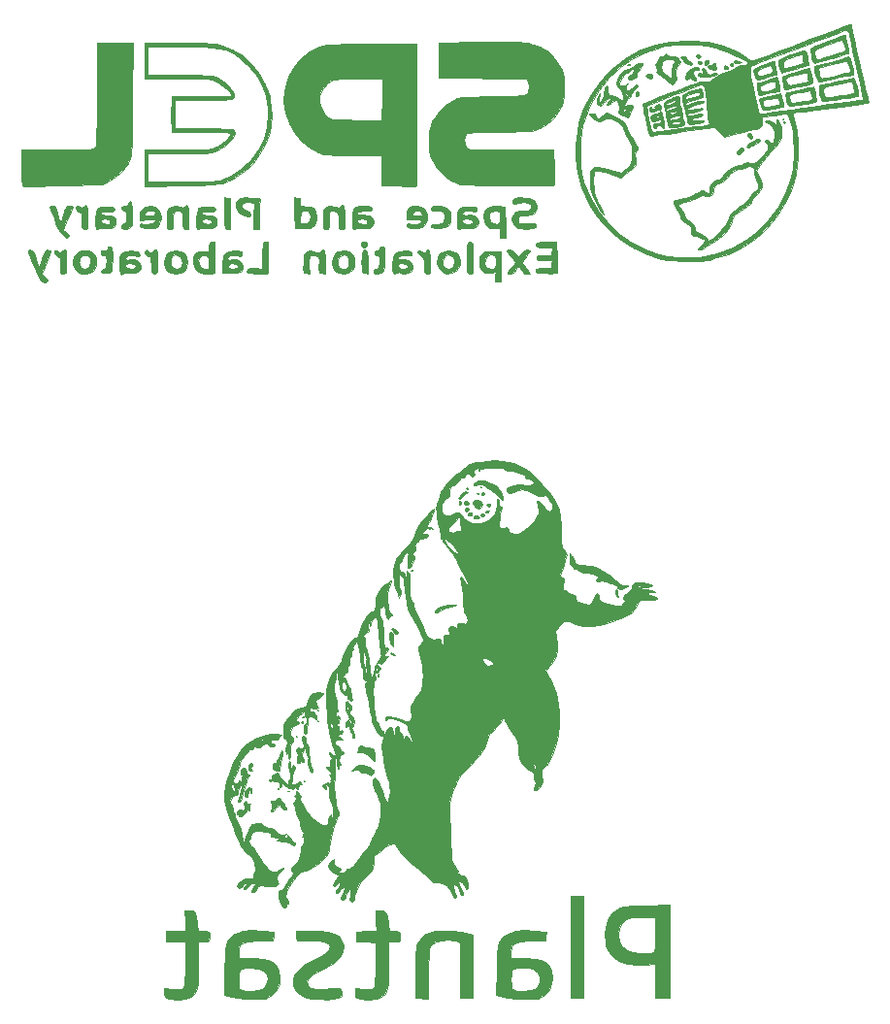
<source format=gbr>
G04 #@! TF.GenerationSoftware,KiCad,Pcbnew,(5.1.2)-2*
G04 #@! TF.CreationDate,2021-05-04T10:51:35-04:00*
G04 #@! TF.ProjectId,Magnetometer_A,4d61676e-6574-46f6-9d65-7465725f412e,rev?*
G04 #@! TF.SameCoordinates,Original*
G04 #@! TF.FileFunction,Legend,Bot*
G04 #@! TF.FilePolarity,Positive*
%FSLAX46Y46*%
G04 Gerber Fmt 4.6, Leading zero omitted, Abs format (unit mm)*
G04 Created by KiCad (PCBNEW (5.1.2)-2) date 2021-05-04 10:51:35*
%MOMM*%
%LPD*%
G04 APERTURE LIST*
%ADD10C,0.010000*%
G04 APERTURE END LIST*
D10*
G36*
X78691483Y-121323594D02*
G01*
X78102502Y-121449807D01*
X77661130Y-121685555D01*
X77318938Y-122051133D01*
X77196802Y-122241995D01*
X77102845Y-122425191D01*
X77034799Y-122632360D01*
X76988523Y-122906134D01*
X76959879Y-123289146D01*
X76944728Y-123824027D01*
X76938931Y-124553410D01*
X76938308Y-124904501D01*
X76936500Y-127127500D01*
X77990618Y-127204364D01*
X78035059Y-124978599D01*
X78052971Y-124172153D01*
X78073102Y-123580046D01*
X78100559Y-123162634D01*
X78140452Y-122880271D01*
X78197888Y-122693314D01*
X78277977Y-122562117D01*
X78357704Y-122474742D01*
X78694452Y-122279048D01*
X79190524Y-122155648D01*
X79758524Y-122116476D01*
X80311050Y-122173468D01*
X80403882Y-122195320D01*
X80823263Y-122304628D01*
X80821825Y-124747814D01*
X80820388Y-127191000D01*
X81953000Y-127191000D01*
X81953000Y-121628334D01*
X81286250Y-121458039D01*
X80839549Y-121378089D01*
X80249421Y-121317966D01*
X79626268Y-121288126D01*
X79476500Y-121286622D01*
X78691483Y-121323594D01*
X78691483Y-121323594D01*
G37*
X78691483Y-121323594D02*
X78102502Y-121449807D01*
X77661130Y-121685555D01*
X77318938Y-122051133D01*
X77196802Y-122241995D01*
X77102845Y-122425191D01*
X77034799Y-122632360D01*
X76988523Y-122906134D01*
X76959879Y-123289146D01*
X76944728Y-123824027D01*
X76938931Y-124553410D01*
X76938308Y-124904501D01*
X76936500Y-127127500D01*
X77990618Y-127204364D01*
X78035059Y-124978599D01*
X78052971Y-124172153D01*
X78073102Y-123580046D01*
X78100559Y-123162634D01*
X78140452Y-122880271D01*
X78197888Y-122693314D01*
X78277977Y-122562117D01*
X78357704Y-122474742D01*
X78694452Y-122279048D01*
X79190524Y-122155648D01*
X79758524Y-122116476D01*
X80311050Y-122173468D01*
X80403882Y-122195320D01*
X80823263Y-122304628D01*
X80821825Y-124747814D01*
X80820388Y-127191000D01*
X81953000Y-127191000D01*
X81953000Y-121628334D01*
X81286250Y-121458039D01*
X80839549Y-121378089D01*
X80249421Y-121317966D01*
X79626268Y-121288126D01*
X79476500Y-121286622D01*
X78691483Y-121323594D01*
G36*
X90484147Y-127191000D02*
G01*
X91605000Y-127191000D01*
X91605000Y-118301000D01*
X90451799Y-118301000D01*
X90484147Y-127191000D01*
X90484147Y-127191000D01*
G37*
X90484147Y-127191000D02*
X91605000Y-127191000D01*
X91605000Y-118301000D01*
X90451799Y-118301000D01*
X90484147Y-127191000D01*
G36*
X97097750Y-119086382D02*
G01*
X96316802Y-119109518D01*
X95741511Y-119138161D01*
X95323535Y-119178645D01*
X95014532Y-119237303D01*
X94766162Y-119320466D01*
X94559460Y-119418898D01*
X94027141Y-119813056D01*
X93675326Y-120352388D01*
X93493531Y-121058401D01*
X93461896Y-121670591D01*
X93489526Y-122169966D01*
X93552496Y-122607018D01*
X93633247Y-122877091D01*
X94061027Y-123474956D01*
X94645237Y-123900574D01*
X95399472Y-124159781D01*
X96337324Y-124258415D01*
X96833840Y-124251486D01*
X97842611Y-124206500D01*
X97857283Y-127191000D01*
X99098000Y-127191000D01*
X99098000Y-120142500D01*
X97863605Y-120142500D01*
X97851954Y-121591703D01*
X97836019Y-122296738D01*
X97799518Y-122774757D01*
X97739456Y-123052139D01*
X97675402Y-123145508D01*
X97393140Y-123227485D01*
X96949770Y-123256984D01*
X96431742Y-123238368D01*
X95925506Y-123175997D01*
X95517511Y-123074233D01*
X95416767Y-123031552D01*
X94982494Y-122710703D01*
X94735520Y-122259017D01*
X94654918Y-121637953D01*
X94654873Y-121628443D01*
X94716974Y-121033389D01*
X94922035Y-120596661D01*
X95291207Y-120304039D01*
X95845644Y-120141305D01*
X96606497Y-120094241D01*
X96925053Y-120102446D01*
X97863605Y-120142500D01*
X99098000Y-120142500D01*
X99098000Y-119036386D01*
X97097750Y-119086382D01*
X97097750Y-119086382D01*
G37*
X97097750Y-119086382D02*
X96316802Y-119109518D01*
X95741511Y-119138161D01*
X95323535Y-119178645D01*
X95014532Y-119237303D01*
X94766162Y-119320466D01*
X94559460Y-119418898D01*
X94027141Y-119813056D01*
X93675326Y-120352388D01*
X93493531Y-121058401D01*
X93461896Y-121670591D01*
X93489526Y-122169966D01*
X93552496Y-122607018D01*
X93633247Y-122877091D01*
X94061027Y-123474956D01*
X94645237Y-123900574D01*
X95399472Y-124159781D01*
X96337324Y-124258415D01*
X96833840Y-124251486D01*
X97842611Y-124206500D01*
X97857283Y-127191000D01*
X99098000Y-127191000D01*
X99098000Y-120142500D01*
X97863605Y-120142500D01*
X97851954Y-121591703D01*
X97836019Y-122296738D01*
X97799518Y-122774757D01*
X97739456Y-123052139D01*
X97675402Y-123145508D01*
X97393140Y-123227485D01*
X96949770Y-123256984D01*
X96431742Y-123238368D01*
X95925506Y-123175997D01*
X95517511Y-123074233D01*
X95416767Y-123031552D01*
X94982494Y-122710703D01*
X94735520Y-122259017D01*
X94654918Y-121637953D01*
X94654873Y-121628443D01*
X94716974Y-121033389D01*
X94922035Y-120596661D01*
X95291207Y-120304039D01*
X95845644Y-120141305D01*
X96606497Y-120094241D01*
X96925053Y-120102446D01*
X97863605Y-120142500D01*
X99098000Y-120142500D01*
X99098000Y-119036386D01*
X97097750Y-119086382D01*
G36*
X56844000Y-120460000D02*
G01*
X56898900Y-121349000D01*
X55156000Y-121349000D01*
X55156000Y-122238000D01*
X56013250Y-122237959D01*
X56870500Y-122237919D01*
X56844546Y-124154714D01*
X56823440Y-125025055D01*
X56786171Y-125656885D01*
X56731406Y-126065260D01*
X56657811Y-126265236D01*
X56657719Y-126265347D01*
X56491312Y-126377462D01*
X56201695Y-126415655D01*
X55762924Y-126392636D01*
X55029000Y-126326086D01*
X55029000Y-126742668D01*
X55062047Y-127039487D01*
X55212144Y-127181089D01*
X55425875Y-127238625D01*
X56164239Y-127310318D01*
X56839441Y-127234349D01*
X57139956Y-127135511D01*
X57420483Y-126996205D01*
X57627855Y-126832021D01*
X57773004Y-126604762D01*
X57866861Y-126276236D01*
X57920359Y-125808245D01*
X57944428Y-125162597D01*
X57950000Y-124305241D01*
X57950000Y-122238000D01*
X58458000Y-122238000D01*
X58783255Y-122224543D01*
X58927800Y-122141455D01*
X58964865Y-121924661D01*
X58966000Y-121793500D01*
X58949751Y-121506014D01*
X58851497Y-121380380D01*
X58596978Y-121349693D01*
X58472634Y-121349000D01*
X57979267Y-121349000D01*
X57889508Y-120630590D01*
X57816896Y-120113642D01*
X57736896Y-119799409D01*
X57618238Y-119637730D01*
X57429651Y-119578445D01*
X57228962Y-119571000D01*
X56789099Y-119571000D01*
X56844000Y-120460000D01*
X56844000Y-120460000D01*
G37*
X56844000Y-120460000D02*
X56898900Y-121349000D01*
X55156000Y-121349000D01*
X55156000Y-122238000D01*
X56013250Y-122237959D01*
X56870500Y-122237919D01*
X56844546Y-124154714D01*
X56823440Y-125025055D01*
X56786171Y-125656885D01*
X56731406Y-126065260D01*
X56657811Y-126265236D01*
X56657719Y-126265347D01*
X56491312Y-126377462D01*
X56201695Y-126415655D01*
X55762924Y-126392636D01*
X55029000Y-126326086D01*
X55029000Y-126742668D01*
X55062047Y-127039487D01*
X55212144Y-127181089D01*
X55425875Y-127238625D01*
X56164239Y-127310318D01*
X56839441Y-127234349D01*
X57139956Y-127135511D01*
X57420483Y-126996205D01*
X57627855Y-126832021D01*
X57773004Y-126604762D01*
X57866861Y-126276236D01*
X57920359Y-125808245D01*
X57944428Y-125162597D01*
X57950000Y-124305241D01*
X57950000Y-122238000D01*
X58458000Y-122238000D01*
X58783255Y-122224543D01*
X58927800Y-122141455D01*
X58964865Y-121924661D01*
X58966000Y-121793500D01*
X58949751Y-121506014D01*
X58851497Y-121380380D01*
X58596978Y-121349693D01*
X58472634Y-121349000D01*
X57979267Y-121349000D01*
X57889508Y-120630590D01*
X57816896Y-120113642D01*
X57736896Y-119799409D01*
X57618238Y-119637730D01*
X57429651Y-119578445D01*
X57228962Y-119571000D01*
X56789099Y-119571000D01*
X56844000Y-120460000D01*
G36*
X61886819Y-121323203D02*
G01*
X61285375Y-121530268D01*
X61159514Y-121600577D01*
X60877216Y-121788091D01*
X60665632Y-121985885D01*
X60513605Y-122233160D01*
X60409977Y-122569114D01*
X60343590Y-123032948D01*
X60303286Y-123663860D01*
X60277908Y-124501051D01*
X60273277Y-124714095D01*
X60227256Y-126914077D01*
X60898378Y-127066873D01*
X61450500Y-127164367D01*
X62082989Y-127232866D01*
X62719984Y-127268786D01*
X63285623Y-127268543D01*
X63704042Y-127228555D01*
X63802977Y-127204081D01*
X64426904Y-126900926D01*
X64841638Y-126459046D01*
X65056725Y-125864739D01*
X65082052Y-125512746D01*
X64015959Y-125512746D01*
X63917621Y-125948382D01*
X63676340Y-126295550D01*
X63533709Y-126393766D01*
X63167657Y-126499210D01*
X62667215Y-126548084D01*
X62146785Y-126534989D01*
X61791750Y-126475953D01*
X61639323Y-126412111D01*
X61553329Y-126282633D01*
X61515116Y-126026337D01*
X61506028Y-125582041D01*
X61506000Y-125538775D01*
X61519422Y-125035724D01*
X61594106Y-124734199D01*
X61781681Y-124582739D01*
X62133776Y-124529886D01*
X62524120Y-124524000D01*
X63189431Y-124579736D01*
X63647690Y-124752982D01*
X63921526Y-125052786D01*
X63939711Y-125090237D01*
X64015959Y-125512746D01*
X65082052Y-125512746D01*
X65093627Y-125351889D01*
X65006143Y-124743076D01*
X64753829Y-124284485D01*
X64320709Y-123965172D01*
X63690809Y-123774194D01*
X62848151Y-123700606D01*
X62680750Y-123698983D01*
X61506000Y-123698500D01*
X61506000Y-123178433D01*
X61542083Y-122772954D01*
X61674290Y-122490516D01*
X61938561Y-122310620D01*
X62370834Y-122212770D01*
X63007050Y-122176467D01*
X63266229Y-122174500D01*
X64490500Y-122174500D01*
X64529439Y-121773259D01*
X64568377Y-121372018D01*
X63610744Y-121282280D01*
X62651665Y-121241875D01*
X61886819Y-121323203D01*
X61886819Y-121323203D01*
G37*
X61886819Y-121323203D02*
X61285375Y-121530268D01*
X61159514Y-121600577D01*
X60877216Y-121788091D01*
X60665632Y-121985885D01*
X60513605Y-122233160D01*
X60409977Y-122569114D01*
X60343590Y-123032948D01*
X60303286Y-123663860D01*
X60277908Y-124501051D01*
X60273277Y-124714095D01*
X60227256Y-126914077D01*
X60898378Y-127066873D01*
X61450500Y-127164367D01*
X62082989Y-127232866D01*
X62719984Y-127268786D01*
X63285623Y-127268543D01*
X63704042Y-127228555D01*
X63802977Y-127204081D01*
X64426904Y-126900926D01*
X64841638Y-126459046D01*
X65056725Y-125864739D01*
X65082052Y-125512746D01*
X64015959Y-125512746D01*
X63917621Y-125948382D01*
X63676340Y-126295550D01*
X63533709Y-126393766D01*
X63167657Y-126499210D01*
X62667215Y-126548084D01*
X62146785Y-126534989D01*
X61791750Y-126475953D01*
X61639323Y-126412111D01*
X61553329Y-126282633D01*
X61515116Y-126026337D01*
X61506028Y-125582041D01*
X61506000Y-125538775D01*
X61519422Y-125035724D01*
X61594106Y-124734199D01*
X61781681Y-124582739D01*
X62133776Y-124529886D01*
X62524120Y-124524000D01*
X63189431Y-124579736D01*
X63647690Y-124752982D01*
X63921526Y-125052786D01*
X63939711Y-125090237D01*
X64015959Y-125512746D01*
X65082052Y-125512746D01*
X65093627Y-125351889D01*
X65006143Y-124743076D01*
X64753829Y-124284485D01*
X64320709Y-123965172D01*
X63690809Y-123774194D01*
X62848151Y-123700606D01*
X62680750Y-123698983D01*
X61506000Y-123698500D01*
X61506000Y-123178433D01*
X61542083Y-122772954D01*
X61674290Y-122490516D01*
X61938561Y-122310620D01*
X62370834Y-122212770D01*
X63007050Y-122176467D01*
X63266229Y-122174500D01*
X64490500Y-122174500D01*
X64529439Y-121773259D01*
X64568377Y-121372018D01*
X63610744Y-121282280D01*
X62651665Y-121241875D01*
X61886819Y-121323203D01*
G36*
X67402046Y-121291098D02*
G01*
X66943200Y-121306242D01*
X66640417Y-121328456D01*
X66548137Y-121349000D01*
X66523839Y-121506365D01*
X66547753Y-121796661D01*
X66548313Y-121800348D01*
X66607520Y-122188197D01*
X67708010Y-122143698D01*
X68456398Y-122144778D01*
X68983926Y-122223022D01*
X69313958Y-122385802D01*
X69469858Y-122640496D01*
X69482293Y-122703766D01*
X69428498Y-122947447D01*
X69184635Y-123204478D01*
X68731692Y-123489608D01*
X68050654Y-123817588D01*
X68040867Y-123821911D01*
X67392146Y-124173986D01*
X66847732Y-124596185D01*
X66454754Y-125044628D01*
X66260340Y-125475435D01*
X66259344Y-125480644D01*
X66273497Y-126045531D01*
X66507955Y-126554236D01*
X66929174Y-126941778D01*
X67046626Y-127005814D01*
X67439287Y-127130935D01*
X67990912Y-127226205D01*
X68607377Y-127283277D01*
X69194557Y-127293805D01*
X69658330Y-127249440D01*
X69697500Y-127240913D01*
X70036625Y-127163787D01*
X70244972Y-127118197D01*
X70447787Y-127029023D01*
X70508484Y-126828010D01*
X70498972Y-126646892D01*
X70437830Y-126362010D01*
X70300287Y-126269040D01*
X70205500Y-126273063D01*
X69958154Y-126299853D01*
X69542711Y-126338280D01*
X69044326Y-126380512D01*
X68989908Y-126384908D01*
X68323761Y-126410465D01*
X67871207Y-126353442D01*
X67601918Y-126202093D01*
X67485565Y-125944669D01*
X67475000Y-125798179D01*
X67515216Y-125558027D01*
X67658543Y-125338625D01*
X67939008Y-125112269D01*
X68390633Y-124851254D01*
X69017909Y-124541833D01*
X69787447Y-124100540D01*
X70312663Y-123622346D01*
X70591267Y-123111079D01*
X70620970Y-122570567D01*
X70465095Y-122121818D01*
X70207898Y-121776080D01*
X69827408Y-121531211D01*
X69289826Y-121375922D01*
X68561355Y-121298920D01*
X67961834Y-121285500D01*
X67402046Y-121291098D01*
X67402046Y-121291098D01*
G37*
X67402046Y-121291098D02*
X66943200Y-121306242D01*
X66640417Y-121328456D01*
X66548137Y-121349000D01*
X66523839Y-121506365D01*
X66547753Y-121796661D01*
X66548313Y-121800348D01*
X66607520Y-122188197D01*
X67708010Y-122143698D01*
X68456398Y-122144778D01*
X68983926Y-122223022D01*
X69313958Y-122385802D01*
X69469858Y-122640496D01*
X69482293Y-122703766D01*
X69428498Y-122947447D01*
X69184635Y-123204478D01*
X68731692Y-123489608D01*
X68050654Y-123817588D01*
X68040867Y-123821911D01*
X67392146Y-124173986D01*
X66847732Y-124596185D01*
X66454754Y-125044628D01*
X66260340Y-125475435D01*
X66259344Y-125480644D01*
X66273497Y-126045531D01*
X66507955Y-126554236D01*
X66929174Y-126941778D01*
X67046626Y-127005814D01*
X67439287Y-127130935D01*
X67990912Y-127226205D01*
X68607377Y-127283277D01*
X69194557Y-127293805D01*
X69658330Y-127249440D01*
X69697500Y-127240913D01*
X70036625Y-127163787D01*
X70244972Y-127118197D01*
X70447787Y-127029023D01*
X70508484Y-126828010D01*
X70498972Y-126646892D01*
X70437830Y-126362010D01*
X70300287Y-126269040D01*
X70205500Y-126273063D01*
X69958154Y-126299853D01*
X69542711Y-126338280D01*
X69044326Y-126380512D01*
X68989908Y-126384908D01*
X68323761Y-126410465D01*
X67871207Y-126353442D01*
X67601918Y-126202093D01*
X67485565Y-125944669D01*
X67475000Y-125798179D01*
X67515216Y-125558027D01*
X67658543Y-125338625D01*
X67939008Y-125112269D01*
X68390633Y-124851254D01*
X69017909Y-124541833D01*
X69787447Y-124100540D01*
X70312663Y-123622346D01*
X70591267Y-123111079D01*
X70620970Y-122570567D01*
X70465095Y-122121818D01*
X70207898Y-121776080D01*
X69827408Y-121531211D01*
X69289826Y-121375922D01*
X68561355Y-121298920D01*
X67961834Y-121285500D01*
X67402046Y-121291098D01*
G36*
X73464403Y-120428250D02*
G01*
X73507500Y-121285500D01*
X72650250Y-121323052D01*
X71793000Y-121360605D01*
X71793000Y-122226394D01*
X72631897Y-122263947D01*
X73470793Y-122301500D01*
X73451299Y-124200834D01*
X73431755Y-125073178D01*
X73393813Y-125719306D01*
X73338266Y-126129426D01*
X73282826Y-126279677D01*
X73105743Y-126384539D01*
X72777972Y-126414777D01*
X72399924Y-126392636D01*
X71666000Y-126326086D01*
X71666000Y-126742668D01*
X71699047Y-127039487D01*
X71849144Y-127181089D01*
X72062875Y-127238625D01*
X72801239Y-127310318D01*
X73476441Y-127234349D01*
X73776956Y-127135511D01*
X74057483Y-126996205D01*
X74264855Y-126832021D01*
X74410004Y-126604762D01*
X74503861Y-126276236D01*
X74557359Y-125808245D01*
X74581428Y-125162597D01*
X74587000Y-124305241D01*
X74587000Y-122238000D01*
X75095000Y-122238000D01*
X75420255Y-122224543D01*
X75564800Y-122141455D01*
X75601865Y-121924661D01*
X75603000Y-121793500D01*
X75586751Y-121506014D01*
X75488497Y-121380380D01*
X75233978Y-121349693D01*
X75109634Y-121349000D01*
X74616267Y-121349000D01*
X74526508Y-120630590D01*
X74453923Y-120113677D01*
X74373915Y-119799466D01*
X74255097Y-119637789D01*
X74066082Y-119578481D01*
X73863565Y-119571000D01*
X73421305Y-119571000D01*
X73464403Y-120428250D01*
X73464403Y-120428250D01*
G37*
X73464403Y-120428250D02*
X73507500Y-121285500D01*
X72650250Y-121323052D01*
X71793000Y-121360605D01*
X71793000Y-122226394D01*
X72631897Y-122263947D01*
X73470793Y-122301500D01*
X73451299Y-124200834D01*
X73431755Y-125073178D01*
X73393813Y-125719306D01*
X73338266Y-126129426D01*
X73282826Y-126279677D01*
X73105743Y-126384539D01*
X72777972Y-126414777D01*
X72399924Y-126392636D01*
X71666000Y-126326086D01*
X71666000Y-126742668D01*
X71699047Y-127039487D01*
X71849144Y-127181089D01*
X72062875Y-127238625D01*
X72801239Y-127310318D01*
X73476441Y-127234349D01*
X73776956Y-127135511D01*
X74057483Y-126996205D01*
X74264855Y-126832021D01*
X74410004Y-126604762D01*
X74503861Y-126276236D01*
X74557359Y-125808245D01*
X74581428Y-125162597D01*
X74587000Y-124305241D01*
X74587000Y-122238000D01*
X75095000Y-122238000D01*
X75420255Y-122224543D01*
X75564800Y-122141455D01*
X75601865Y-121924661D01*
X75603000Y-121793500D01*
X75586751Y-121506014D01*
X75488497Y-121380380D01*
X75233978Y-121349693D01*
X75109634Y-121349000D01*
X74616267Y-121349000D01*
X74526508Y-120630590D01*
X74453923Y-120113677D01*
X74373915Y-119799466D01*
X74255097Y-119637789D01*
X74066082Y-119578481D01*
X73863565Y-119571000D01*
X73421305Y-119571000D01*
X73464403Y-120428250D01*
G36*
X85646697Y-121322806D02*
G01*
X85048733Y-121529534D01*
X84851555Y-121645877D01*
X84584088Y-121848341D01*
X84383416Y-122072260D01*
X84239135Y-122357001D01*
X84140842Y-122741935D01*
X84078134Y-123266428D01*
X84040608Y-123969849D01*
X84019662Y-124794009D01*
X83979732Y-126905519D01*
X84585616Y-127061278D01*
X85075193Y-127155316D01*
X85673652Y-127224432D01*
X86303885Y-127264894D01*
X86888785Y-127272972D01*
X87351244Y-127244934D01*
X87551977Y-127204820D01*
X88176406Y-126900464D01*
X88591030Y-126458486D01*
X88805819Y-125864571D01*
X88841228Y-125371375D01*
X87765543Y-125371375D01*
X87745671Y-125795915D01*
X87550314Y-126170901D01*
X87317137Y-126357204D01*
X86921286Y-126484654D01*
X86394753Y-126545239D01*
X85853887Y-126531182D01*
X85540750Y-126475953D01*
X85388323Y-126412111D01*
X85302329Y-126282633D01*
X85264116Y-126026337D01*
X85255028Y-125582041D01*
X85255000Y-125538775D01*
X85269290Y-125048695D01*
X85319509Y-124759916D01*
X85416686Y-124620963D01*
X85455888Y-124601087D01*
X85796347Y-124538217D01*
X86269851Y-124527630D01*
X86764249Y-124564040D01*
X87167393Y-124642157D01*
X87284891Y-124687321D01*
X87611445Y-124975704D01*
X87765543Y-125371375D01*
X88841228Y-125371375D01*
X88842627Y-125351889D01*
X88755143Y-124743076D01*
X88502829Y-124284485D01*
X88069709Y-123965172D01*
X87439809Y-123774194D01*
X86597151Y-123700606D01*
X86429750Y-123698983D01*
X85255000Y-123698500D01*
X85255000Y-123178433D01*
X85291083Y-122772954D01*
X85423290Y-122490516D01*
X85687561Y-122310620D01*
X86119834Y-122212770D01*
X86756050Y-122176467D01*
X87015229Y-122174500D01*
X88239500Y-122174500D01*
X88278439Y-121773259D01*
X88317377Y-121372018D01*
X87359744Y-121282280D01*
X86406376Y-121241933D01*
X85646697Y-121322806D01*
X85646697Y-121322806D01*
G37*
X85646697Y-121322806D02*
X85048733Y-121529534D01*
X84851555Y-121645877D01*
X84584088Y-121848341D01*
X84383416Y-122072260D01*
X84239135Y-122357001D01*
X84140842Y-122741935D01*
X84078134Y-123266428D01*
X84040608Y-123969849D01*
X84019662Y-124794009D01*
X83979732Y-126905519D01*
X84585616Y-127061278D01*
X85075193Y-127155316D01*
X85673652Y-127224432D01*
X86303885Y-127264894D01*
X86888785Y-127272972D01*
X87351244Y-127244934D01*
X87551977Y-127204820D01*
X88176406Y-126900464D01*
X88591030Y-126458486D01*
X88805819Y-125864571D01*
X88841228Y-125371375D01*
X87765543Y-125371375D01*
X87745671Y-125795915D01*
X87550314Y-126170901D01*
X87317137Y-126357204D01*
X86921286Y-126484654D01*
X86394753Y-126545239D01*
X85853887Y-126531182D01*
X85540750Y-126475953D01*
X85388323Y-126412111D01*
X85302329Y-126282633D01*
X85264116Y-126026337D01*
X85255028Y-125582041D01*
X85255000Y-125538775D01*
X85269290Y-125048695D01*
X85319509Y-124759916D01*
X85416686Y-124620963D01*
X85455888Y-124601087D01*
X85796347Y-124538217D01*
X86269851Y-124527630D01*
X86764249Y-124564040D01*
X87167393Y-124642157D01*
X87284891Y-124687321D01*
X87611445Y-124975704D01*
X87765543Y-125371375D01*
X88841228Y-125371375D01*
X88842627Y-125351889D01*
X88755143Y-124743076D01*
X88502829Y-124284485D01*
X88069709Y-123965172D01*
X87439809Y-123774194D01*
X86597151Y-123700606D01*
X86429750Y-123698983D01*
X85255000Y-123698500D01*
X85255000Y-123178433D01*
X85291083Y-122772954D01*
X85423290Y-122490516D01*
X85687561Y-122310620D01*
X86119834Y-122212770D01*
X86756050Y-122176467D01*
X87015229Y-122174500D01*
X88239500Y-122174500D01*
X88278439Y-121773259D01*
X88317377Y-121372018D01*
X87359744Y-121282280D01*
X86406376Y-121241933D01*
X85646697Y-121322806D01*
G36*
X82588000Y-82617000D02*
G01*
X82630334Y-82659333D01*
X82672667Y-82617000D01*
X82630334Y-82574666D01*
X82588000Y-82617000D01*
X82588000Y-82617000D01*
G37*
X82588000Y-82617000D02*
X82630334Y-82659333D01*
X82672667Y-82617000D01*
X82630334Y-82574666D01*
X82588000Y-82617000D01*
G36*
X81308843Y-82678302D02*
G01*
X81305300Y-82701666D01*
X81371215Y-82800941D01*
X81396317Y-82812438D01*
X81473520Y-82771568D01*
X81487334Y-82701666D01*
X81444374Y-82596293D01*
X81396317Y-82590894D01*
X81308843Y-82678302D01*
X81308843Y-82678302D01*
G37*
X81308843Y-82678302D02*
X81305300Y-82701666D01*
X81371215Y-82800941D01*
X81396317Y-82812438D01*
X81473520Y-82771568D01*
X81487334Y-82701666D01*
X81444374Y-82596293D01*
X81396317Y-82590894D01*
X81308843Y-82678302D01*
G36*
X82237759Y-83100636D02*
G01*
X82218104Y-83144259D01*
X82327214Y-83190090D01*
X82457914Y-83209322D01*
X82442200Y-83157061D01*
X82438272Y-83153071D01*
X82291907Y-83093387D01*
X82237759Y-83100636D01*
X82237759Y-83100636D01*
G37*
X82237759Y-83100636D02*
X82218104Y-83144259D01*
X82327214Y-83190090D01*
X82457914Y-83209322D01*
X82442200Y-83157061D01*
X82438272Y-83153071D01*
X82291907Y-83093387D01*
X82237759Y-83100636D01*
G36*
X82678020Y-83150961D02*
G01*
X82642049Y-83209666D01*
X82658779Y-83312090D01*
X82764067Y-83336954D01*
X82870223Y-83280222D01*
X82924357Y-83156985D01*
X82842034Y-83085414D01*
X82808726Y-83082666D01*
X82678020Y-83150961D01*
X82678020Y-83150961D01*
G37*
X82678020Y-83150961D02*
X82642049Y-83209666D01*
X82658779Y-83312090D01*
X82764067Y-83336954D01*
X82870223Y-83280222D01*
X82924357Y-83156985D01*
X82842034Y-83085414D01*
X82808726Y-83082666D01*
X82678020Y-83150961D01*
G36*
X81087888Y-83047572D02*
G01*
X80932498Y-83216578D01*
X80911896Y-83251464D01*
X80796983Y-83422066D01*
X80706648Y-83504173D01*
X80699170Y-83505464D01*
X80668477Y-83559128D01*
X80683000Y-83590666D01*
X80797182Y-83671414D01*
X80935144Y-83585964D01*
X81046156Y-83425101D01*
X81196160Y-83225511D01*
X81357496Y-83093261D01*
X81359718Y-83092164D01*
X81462332Y-83033321D01*
X81420358Y-83009662D01*
X81292896Y-83003730D01*
X81087888Y-83047572D01*
X81087888Y-83047572D01*
G37*
X81087888Y-83047572D02*
X80932498Y-83216578D01*
X80911896Y-83251464D01*
X80796983Y-83422066D01*
X80706648Y-83504173D01*
X80699170Y-83505464D01*
X80668477Y-83559128D01*
X80683000Y-83590666D01*
X80797182Y-83671414D01*
X80935144Y-83585964D01*
X81046156Y-83425101D01*
X81196160Y-83225511D01*
X81357496Y-83093261D01*
X81359718Y-83092164D01*
X81462332Y-83033321D01*
X81420358Y-83009662D01*
X81292896Y-83003730D01*
X81087888Y-83047572D01*
G36*
X82511335Y-82040181D02*
G01*
X82432156Y-82064563D01*
X82224890Y-82156339D01*
X82143500Y-82184828D01*
X82033715Y-82270587D01*
X81995308Y-82393002D01*
X82041838Y-82480657D01*
X82085567Y-82490000D01*
X82226826Y-82452886D01*
X82350150Y-82396690D01*
X82449162Y-82351804D01*
X82548420Y-82344417D01*
X82689341Y-82384494D01*
X82913345Y-82482003D01*
X83130697Y-82584505D01*
X83303864Y-82696628D01*
X83551280Y-82893622D01*
X83828646Y-83139443D01*
X83925105Y-83230833D01*
X84170766Y-83464657D01*
X84367552Y-83645628D01*
X84486296Y-83747219D01*
X84506899Y-83760000D01*
X84562672Y-83694566D01*
X84583683Y-83647854D01*
X84579328Y-83469037D01*
X84488691Y-83215208D01*
X84338478Y-82937481D01*
X84155396Y-82686968D01*
X84006311Y-82542847D01*
X83753856Y-82386625D01*
X83496543Y-82280204D01*
X83448763Y-82268452D01*
X83265021Y-82214475D01*
X83181181Y-82155840D01*
X83180667Y-82151827D01*
X83106795Y-82092022D01*
X82927897Y-82048498D01*
X82708051Y-82028728D01*
X82511335Y-82040181D01*
X82511335Y-82040181D01*
G37*
X82511335Y-82040181D02*
X82432156Y-82064563D01*
X82224890Y-82156339D01*
X82143500Y-82184828D01*
X82033715Y-82270587D01*
X81995308Y-82393002D01*
X82041838Y-82480657D01*
X82085567Y-82490000D01*
X82226826Y-82452886D01*
X82350150Y-82396690D01*
X82449162Y-82351804D01*
X82548420Y-82344417D01*
X82689341Y-82384494D01*
X82913345Y-82482003D01*
X83130697Y-82584505D01*
X83303864Y-82696628D01*
X83551280Y-82893622D01*
X83828646Y-83139443D01*
X83925105Y-83230833D01*
X84170766Y-83464657D01*
X84367552Y-83645628D01*
X84486296Y-83747219D01*
X84506899Y-83760000D01*
X84562672Y-83694566D01*
X84583683Y-83647854D01*
X84579328Y-83469037D01*
X84488691Y-83215208D01*
X84338478Y-82937481D01*
X84155396Y-82686968D01*
X84006311Y-82542847D01*
X83753856Y-82386625D01*
X83496543Y-82280204D01*
X83448763Y-82268452D01*
X83265021Y-82214475D01*
X83181181Y-82155840D01*
X83180667Y-82151827D01*
X83106795Y-82092022D01*
X82927897Y-82048498D01*
X82708051Y-82028728D01*
X82511335Y-82040181D01*
G36*
X80727470Y-83881135D02*
G01*
X80725334Y-83961299D01*
X80758319Y-84135167D01*
X80834146Y-84178833D01*
X80918121Y-84074522D01*
X80922909Y-84062523D01*
X80905317Y-83913523D01*
X80847301Y-83840489D01*
X80758780Y-83794421D01*
X80727470Y-83881135D01*
X80727470Y-83881135D01*
G37*
X80727470Y-83881135D02*
X80725334Y-83961299D01*
X80758319Y-84135167D01*
X80834146Y-84178833D01*
X80918121Y-84074522D01*
X80922909Y-84062523D01*
X80905317Y-83913523D01*
X80847301Y-83840489D01*
X80758780Y-83794421D01*
X80727470Y-83881135D01*
G36*
X81193172Y-83875725D02*
G01*
X81163201Y-83984088D01*
X81164598Y-83991861D01*
X81254553Y-84125709D01*
X81405210Y-84173978D01*
X81512629Y-84129815D01*
X81576166Y-83986910D01*
X81497535Y-83876920D01*
X81354126Y-83844666D01*
X81193172Y-83875725D01*
X81193172Y-83875725D01*
G37*
X81193172Y-83875725D02*
X81163201Y-83984088D01*
X81164598Y-83991861D01*
X81254553Y-84125709D01*
X81405210Y-84173978D01*
X81512629Y-84129815D01*
X81576166Y-83986910D01*
X81497535Y-83876920D01*
X81354126Y-83844666D01*
X81193172Y-83875725D01*
G36*
X83228079Y-84042668D02*
G01*
X83139927Y-84149688D01*
X83148820Y-84222461D01*
X83247446Y-84342466D01*
X83358585Y-84304374D01*
X83405451Y-84222015D01*
X83416873Y-84065659D01*
X83307116Y-84021817D01*
X83228079Y-84042668D01*
X83228079Y-84042668D01*
G37*
X83228079Y-84042668D02*
X83139927Y-84149688D01*
X83148820Y-84222461D01*
X83247446Y-84342466D01*
X83358585Y-84304374D01*
X83405451Y-84222015D01*
X83416873Y-84065659D01*
X83307116Y-84021817D01*
X83228079Y-84042668D01*
G36*
X82150040Y-83696785D02*
G01*
X82003881Y-83792034D01*
X81955515Y-83966910D01*
X82013944Y-84182413D01*
X82154717Y-84372175D01*
X82239715Y-84432185D01*
X82404699Y-84508625D01*
X82509700Y-84491586D01*
X82624286Y-84388952D01*
X82746169Y-84169806D01*
X82705423Y-83942444D01*
X82602500Y-83815455D01*
X82378559Y-83694697D01*
X82150040Y-83696785D01*
X82150040Y-83696785D01*
G37*
X82150040Y-83696785D02*
X82003881Y-83792034D01*
X81955515Y-83966910D01*
X82013944Y-84182413D01*
X82154717Y-84372175D01*
X82239715Y-84432185D01*
X82404699Y-84508625D01*
X82509700Y-84491586D01*
X82624286Y-84388952D01*
X82746169Y-84169806D01*
X82705423Y-83942444D01*
X82602500Y-83815455D01*
X82378559Y-83694697D01*
X82150040Y-83696785D01*
G36*
X81423834Y-84389323D02*
G01*
X81283969Y-84471593D01*
X81250344Y-84540512D01*
X81283100Y-84669502D01*
X81392116Y-84723509D01*
X81501133Y-84675587D01*
X81522660Y-84636729D01*
X81568039Y-84454581D01*
X81507376Y-84386785D01*
X81423834Y-84389323D01*
X81423834Y-84389323D01*
G37*
X81423834Y-84389323D02*
X81283969Y-84471593D01*
X81250344Y-84540512D01*
X81283100Y-84669502D01*
X81392116Y-84723509D01*
X81501133Y-84675587D01*
X81522660Y-84636729D01*
X81568039Y-84454581D01*
X81507376Y-84386785D01*
X81423834Y-84389323D01*
G36*
X83150938Y-84655878D02*
G01*
X83055937Y-84735507D01*
X83059150Y-84784871D01*
X83177251Y-84857556D01*
X83301867Y-84784306D01*
X83311149Y-84770367D01*
X83334668Y-84655749D01*
X83230352Y-84632753D01*
X83150938Y-84655878D01*
X83150938Y-84655878D01*
G37*
X83150938Y-84655878D02*
X83055937Y-84735507D01*
X83059150Y-84784871D01*
X83177251Y-84857556D01*
X83301867Y-84784306D01*
X83311149Y-84770367D01*
X83334668Y-84655749D01*
X83230352Y-84632753D01*
X83150938Y-84655878D01*
G36*
X81621259Y-84827391D02*
G01*
X81504190Y-84928332D01*
X81506852Y-85047062D01*
X81623018Y-85113519D01*
X81646792Y-85114666D01*
X81795777Y-85043155D01*
X81850533Y-84945333D01*
X81857800Y-84808467D01*
X81761604Y-84784029D01*
X81621259Y-84827391D01*
X81621259Y-84827391D01*
G37*
X81621259Y-84827391D02*
X81504190Y-84928332D01*
X81506852Y-85047062D01*
X81623018Y-85113519D01*
X81646792Y-85114666D01*
X81795777Y-85043155D01*
X81850533Y-84945333D01*
X81857800Y-84808467D01*
X81761604Y-84784029D01*
X81621259Y-84827391D01*
G36*
X82634287Y-84992565D02*
G01*
X82622613Y-85102031D01*
X82624484Y-85105200D01*
X82741036Y-85190541D01*
X82868367Y-85177858D01*
X82926667Y-85077330D01*
X82886063Y-84940414D01*
X82859125Y-84913583D01*
X82737248Y-84910048D01*
X82634287Y-84992565D01*
X82634287Y-84992565D01*
G37*
X82634287Y-84992565D02*
X82622613Y-85102031D01*
X82624484Y-85105200D01*
X82741036Y-85190541D01*
X82868367Y-85177858D01*
X82926667Y-85077330D01*
X82886063Y-84940414D01*
X82859125Y-84913583D01*
X82737248Y-84910048D01*
X82634287Y-84992565D01*
G36*
X82008459Y-85165435D02*
G01*
X81995334Y-85246663D01*
X82032831Y-85337815D01*
X82167237Y-85350194D01*
X82355167Y-85310303D01*
X82488391Y-85233908D01*
X82463564Y-85138686D01*
X82334758Y-85072573D01*
X82124280Y-85059092D01*
X82008459Y-85165435D01*
X82008459Y-85165435D01*
G37*
X82008459Y-85165435D02*
X81995334Y-85246663D01*
X82032831Y-85337815D01*
X82167237Y-85350194D01*
X82355167Y-85310303D01*
X82488391Y-85233908D01*
X82463564Y-85138686D01*
X82334758Y-85072573D01*
X82124280Y-85059092D01*
X82008459Y-85165435D01*
G36*
X78354667Y-86257666D02*
G01*
X78397000Y-86300000D01*
X78439334Y-86257666D01*
X78397000Y-86215333D01*
X78354667Y-86257666D01*
X78354667Y-86257666D01*
G37*
X78354667Y-86257666D02*
X78397000Y-86300000D01*
X78439334Y-86257666D01*
X78397000Y-86215333D01*
X78354667Y-86257666D01*
G36*
X76576667Y-89813666D02*
G01*
X76495897Y-89889748D01*
X76492000Y-89903330D01*
X76557506Y-89939695D01*
X76576667Y-89940666D01*
X76658080Y-89875578D01*
X76661334Y-89851003D01*
X76609464Y-89800437D01*
X76576667Y-89813666D01*
X76576667Y-89813666D01*
G37*
X76576667Y-89813666D02*
X76495897Y-89889748D01*
X76492000Y-89903330D01*
X76557506Y-89939695D01*
X76576667Y-89940666D01*
X76658080Y-89875578D01*
X76661334Y-89851003D01*
X76609464Y-89800437D01*
X76576667Y-89813666D01*
G36*
X90408198Y-88912217D02*
G01*
X90427064Y-89217543D01*
X90467511Y-89399818D01*
X90544559Y-89505195D01*
X90616293Y-89551617D01*
X90734919Y-89650688D01*
X90739823Y-89725723D01*
X90747285Y-89761938D01*
X90825039Y-89743917D01*
X90976289Y-89751038D01*
X91024597Y-89815094D01*
X91140291Y-89924115D01*
X91218948Y-89940666D01*
X91379078Y-89972513D01*
X91426097Y-90001652D01*
X91544912Y-90036726D01*
X91751526Y-90039711D01*
X91770324Y-90038235D01*
X91978587Y-90046029D01*
X92104699Y-90097812D01*
X92109447Y-90104249D01*
X92230777Y-90178435D01*
X92350831Y-90197666D01*
X92570307Y-90241443D01*
X92734742Y-90310711D01*
X92868311Y-90401313D01*
X92863477Y-90483027D01*
X92798242Y-90555663D01*
X92690061Y-90700519D01*
X92663334Y-90781285D01*
X92729507Y-90854877D01*
X92875627Y-90866601D01*
X93023097Y-90814065D01*
X93048567Y-90793009D01*
X93178864Y-90772384D01*
X93430380Y-90825379D01*
X93590725Y-90877432D01*
X93856426Y-90963540D01*
X94061250Y-91015551D01*
X94141058Y-91023326D01*
X94305142Y-91047886D01*
X94464339Y-91147620D01*
X94556342Y-91275145D01*
X94556123Y-91338958D01*
X94557285Y-91447072D01*
X94594684Y-91464666D01*
X94745886Y-91492957D01*
X94815409Y-91516058D01*
X94928409Y-91517628D01*
X94949334Y-91477561D01*
X95023528Y-91405018D01*
X95206717Y-91340478D01*
X95254042Y-91330509D01*
X95430225Y-91279661D01*
X95474363Y-91225373D01*
X95460236Y-91212460D01*
X95306769Y-91180369D01*
X95148911Y-91192255D01*
X94984491Y-91185244D01*
X94800952Y-91084598D01*
X94582884Y-90894158D01*
X94292626Y-90644392D01*
X93915710Y-90359711D01*
X93500455Y-90072871D01*
X93095180Y-89816633D01*
X92748201Y-89623754D01*
X92625123Y-89566845D01*
X92323343Y-89485592D01*
X91920194Y-89439561D01*
X91685375Y-89432666D01*
X91263082Y-89409226D01*
X90986657Y-89333494D01*
X90838500Y-89197353D01*
X90800247Y-89024452D01*
X90749351Y-88868492D01*
X90624457Y-88666554D01*
X90594807Y-88628333D01*
X90389787Y-88374333D01*
X90408198Y-88912217D01*
X90408198Y-88912217D01*
G37*
X90408198Y-88912217D02*
X90427064Y-89217543D01*
X90467511Y-89399818D01*
X90544559Y-89505195D01*
X90616293Y-89551617D01*
X90734919Y-89650688D01*
X90739823Y-89725723D01*
X90747285Y-89761938D01*
X90825039Y-89743917D01*
X90976289Y-89751038D01*
X91024597Y-89815094D01*
X91140291Y-89924115D01*
X91218948Y-89940666D01*
X91379078Y-89972513D01*
X91426097Y-90001652D01*
X91544912Y-90036726D01*
X91751526Y-90039711D01*
X91770324Y-90038235D01*
X91978587Y-90046029D01*
X92104699Y-90097812D01*
X92109447Y-90104249D01*
X92230777Y-90178435D01*
X92350831Y-90197666D01*
X92570307Y-90241443D01*
X92734742Y-90310711D01*
X92868311Y-90401313D01*
X92863477Y-90483027D01*
X92798242Y-90555663D01*
X92690061Y-90700519D01*
X92663334Y-90781285D01*
X92729507Y-90854877D01*
X92875627Y-90866601D01*
X93023097Y-90814065D01*
X93048567Y-90793009D01*
X93178864Y-90772384D01*
X93430380Y-90825379D01*
X93590725Y-90877432D01*
X93856426Y-90963540D01*
X94061250Y-91015551D01*
X94141058Y-91023326D01*
X94305142Y-91047886D01*
X94464339Y-91147620D01*
X94556342Y-91275145D01*
X94556123Y-91338958D01*
X94557285Y-91447072D01*
X94594684Y-91464666D01*
X94745886Y-91492957D01*
X94815409Y-91516058D01*
X94928409Y-91517628D01*
X94949334Y-91477561D01*
X95023528Y-91405018D01*
X95206717Y-91340478D01*
X95254042Y-91330509D01*
X95430225Y-91279661D01*
X95474363Y-91225373D01*
X95460236Y-91212460D01*
X95306769Y-91180369D01*
X95148911Y-91192255D01*
X94984491Y-91185244D01*
X94800952Y-91084598D01*
X94582884Y-90894158D01*
X94292626Y-90644392D01*
X93915710Y-90359711D01*
X93500455Y-90072871D01*
X93095180Y-89816633D01*
X92748201Y-89623754D01*
X92625123Y-89566845D01*
X92323343Y-89485592D01*
X91920194Y-89439561D01*
X91685375Y-89432666D01*
X91263082Y-89409226D01*
X90986657Y-89333494D01*
X90838500Y-89197353D01*
X90800247Y-89024452D01*
X90749351Y-88868492D01*
X90624457Y-88666554D01*
X90594807Y-88628333D01*
X90389787Y-88374333D01*
X90408198Y-88912217D01*
G36*
X94405092Y-91557463D02*
G01*
X94401610Y-91560834D01*
X94382339Y-91668288D01*
X94403072Y-91856371D01*
X94449347Y-92055955D01*
X94506699Y-92197908D01*
X94540915Y-92226666D01*
X94577526Y-92153353D01*
X94570435Y-91969081D01*
X94560938Y-91909166D01*
X94507661Y-91657979D01*
X94459659Y-91549373D01*
X94405092Y-91557463D01*
X94405092Y-91557463D01*
G37*
X94405092Y-91557463D02*
X94401610Y-91560834D01*
X94382339Y-91668288D01*
X94403072Y-91856371D01*
X94449347Y-92055955D01*
X94506699Y-92197908D01*
X94540915Y-92226666D01*
X94577526Y-92153353D01*
X94570435Y-91969081D01*
X94560938Y-91909166D01*
X94507661Y-91657979D01*
X94459659Y-91549373D01*
X94405092Y-91557463D01*
G36*
X79938806Y-92839701D02*
G01*
X79888236Y-92843658D01*
X79370672Y-92930745D01*
X78959243Y-93090636D01*
X78677351Y-93312832D01*
X78604617Y-93419567D01*
X78578732Y-93546997D01*
X78657784Y-93585375D01*
X78801658Y-93533014D01*
X78927983Y-93433166D01*
X79186516Y-93263666D01*
X79576536Y-93120743D01*
X80028710Y-93023212D01*
X80317312Y-92962417D01*
X80444701Y-92903544D01*
X80418799Y-92856716D01*
X80247526Y-92832060D01*
X79938806Y-92839701D01*
X79938806Y-92839701D01*
G37*
X79938806Y-92839701D02*
X79888236Y-92843658D01*
X79370672Y-92930745D01*
X78959243Y-93090636D01*
X78677351Y-93312832D01*
X78604617Y-93419567D01*
X78578732Y-93546997D01*
X78657784Y-93585375D01*
X78801658Y-93533014D01*
X78927983Y-93433166D01*
X79186516Y-93263666D01*
X79576536Y-93120743D01*
X80028710Y-93023212D01*
X80317312Y-92962417D01*
X80444701Y-92903544D01*
X80418799Y-92856716D01*
X80247526Y-92832060D01*
X79938806Y-92839701D01*
G36*
X74839349Y-95000752D02*
G01*
X74935529Y-95145941D01*
X75009051Y-95223353D01*
X75174499Y-95381558D01*
X75265041Y-95434558D01*
X75322172Y-95400131D01*
X75344278Y-95366973D01*
X75358879Y-95206813D01*
X75249543Y-95052609D01*
X75081719Y-94967434D01*
X74887881Y-94941947D01*
X74839349Y-95000752D01*
X74839349Y-95000752D01*
G37*
X74839349Y-95000752D02*
X74935529Y-95145941D01*
X75009051Y-95223353D01*
X75174499Y-95381558D01*
X75265041Y-95434558D01*
X75322172Y-95400131D01*
X75344278Y-95366973D01*
X75358879Y-95206813D01*
X75249543Y-95052609D01*
X75081719Y-94967434D01*
X74887881Y-94941947D01*
X74839349Y-95000752D01*
G36*
X74665042Y-95348195D02*
G01*
X74631141Y-95537869D01*
X74643709Y-95797323D01*
X74702194Y-96080190D01*
X74757470Y-96237993D01*
X74867353Y-96465296D01*
X74936894Y-96530287D01*
X74962662Y-96433161D01*
X74948059Y-96227166D01*
X74944253Y-95963214D01*
X74986046Y-95740221D01*
X74993577Y-95721673D01*
X75016604Y-95512151D01*
X74921431Y-95342736D01*
X74745967Y-95274666D01*
X74665042Y-95348195D01*
X74665042Y-95348195D01*
G37*
X74665042Y-95348195D02*
X74631141Y-95537869D01*
X74643709Y-95797323D01*
X74702194Y-96080190D01*
X74757470Y-96237993D01*
X74867353Y-96465296D01*
X74936894Y-96530287D01*
X74962662Y-96433161D01*
X74948059Y-96227166D01*
X74944253Y-95963214D01*
X74986046Y-95740221D01*
X74993577Y-95721673D01*
X75016604Y-95512151D01*
X74921431Y-95342736D01*
X74745967Y-95274666D01*
X74665042Y-95348195D01*
G36*
X74760945Y-97060128D02*
G01*
X74858648Y-97154417D01*
X74996137Y-97234288D01*
X75108224Y-97267468D01*
X75136673Y-97246145D01*
X75068111Y-97165783D01*
X74924903Y-97081750D01*
X74789431Y-97034978D01*
X74760945Y-97060128D01*
X74760945Y-97060128D01*
G37*
X74760945Y-97060128D02*
X74858648Y-97154417D01*
X74996137Y-97234288D01*
X75108224Y-97267468D01*
X75136673Y-97246145D01*
X75068111Y-97165783D01*
X74924903Y-97081750D01*
X74789431Y-97034978D01*
X74760945Y-97060128D01*
G36*
X73687729Y-98891800D02*
G01*
X73683738Y-98895728D01*
X73624054Y-99042093D01*
X73631303Y-99096241D01*
X73674927Y-99115896D01*
X73720758Y-99006786D01*
X73739990Y-98876086D01*
X73687729Y-98891800D01*
X73687729Y-98891800D01*
G37*
X73687729Y-98891800D02*
X73683738Y-98895728D01*
X73624054Y-99042093D01*
X73631303Y-99096241D01*
X73674927Y-99115896D01*
X73720758Y-99006786D01*
X73739990Y-98876086D01*
X73687729Y-98891800D01*
G36*
X68364000Y-102090333D02*
G01*
X68406334Y-102132666D01*
X68448667Y-102090333D01*
X68406334Y-102048000D01*
X68364000Y-102090333D01*
X68364000Y-102090333D01*
G37*
X68364000Y-102090333D02*
X68406334Y-102132666D01*
X68448667Y-102090333D01*
X68406334Y-102048000D01*
X68364000Y-102090333D01*
G36*
X67094000Y-102598333D02*
G01*
X67013230Y-102674415D01*
X67009334Y-102687996D01*
X67074840Y-102724362D01*
X67094000Y-102725333D01*
X67175414Y-102660245D01*
X67178667Y-102635669D01*
X67126797Y-102585103D01*
X67094000Y-102598333D01*
X67094000Y-102598333D01*
G37*
X67094000Y-102598333D02*
X67013230Y-102674415D01*
X67009334Y-102687996D01*
X67074840Y-102724362D01*
X67094000Y-102725333D01*
X67175414Y-102660245D01*
X67178667Y-102635669D01*
X67126797Y-102585103D01*
X67094000Y-102598333D01*
G36*
X68364000Y-103021666D02*
G01*
X68406334Y-103064000D01*
X68448667Y-103021666D01*
X68406334Y-102979333D01*
X68364000Y-103021666D01*
X68364000Y-103021666D01*
G37*
X68364000Y-103021666D02*
X68406334Y-103064000D01*
X68448667Y-103021666D01*
X68406334Y-102979333D01*
X68364000Y-103021666D01*
G36*
X66978810Y-103038079D02*
G01*
X66926392Y-103154666D01*
X66980608Y-103230390D01*
X67004337Y-103233333D01*
X67119821Y-103172121D01*
X67132718Y-103154516D01*
X67128672Y-103054016D01*
X67039164Y-103010269D01*
X66978810Y-103038079D01*
X66978810Y-103038079D01*
G37*
X66978810Y-103038079D02*
X66926392Y-103154666D01*
X66980608Y-103230390D01*
X67004337Y-103233333D01*
X67119821Y-103172121D01*
X67132718Y-103154516D01*
X67128672Y-103054016D01*
X67039164Y-103010269D01*
X66978810Y-103038079D01*
G36*
X66501334Y-104376333D02*
G01*
X66543667Y-104418666D01*
X66586000Y-104376333D01*
X66543667Y-104334000D01*
X66501334Y-104376333D01*
X66501334Y-104376333D01*
G37*
X66501334Y-104376333D02*
X66543667Y-104418666D01*
X66586000Y-104376333D01*
X66543667Y-104334000D01*
X66501334Y-104376333D01*
G36*
X70904603Y-101299051D02*
G01*
X70861800Y-101370666D01*
X70786851Y-101645651D01*
X70809996Y-101976448D01*
X70923633Y-102286571D01*
X70958347Y-102342005D01*
X71050435Y-102532741D01*
X71073334Y-102650447D01*
X71139512Y-102799889D01*
X71200334Y-102840617D01*
X71296133Y-102961179D01*
X71325406Y-103167176D01*
X71323478Y-103445000D01*
X71044186Y-102878152D01*
X70900668Y-103068418D01*
X70806669Y-103275802D01*
X70803081Y-103434325D01*
X70850601Y-103531621D01*
X70883562Y-103506316D01*
X70972846Y-103405458D01*
X71084564Y-103428639D01*
X71154544Y-103554386D01*
X71158000Y-103598151D01*
X71209230Y-103823767D01*
X71282308Y-103957984D01*
X71383746Y-104168999D01*
X71409308Y-104312833D01*
X71443338Y-104461588D01*
X71496667Y-104503333D01*
X71553091Y-104429014D01*
X71580763Y-104246742D01*
X71581334Y-104213047D01*
X71540553Y-103969824D01*
X71441907Y-103783444D01*
X71437958Y-103779386D01*
X71342026Y-103662454D01*
X71372941Y-103582291D01*
X71432866Y-103534894D01*
X71539591Y-103353702D01*
X71566249Y-103078674D01*
X71533418Y-102806857D01*
X71419216Y-102613827D01*
X71317764Y-102518606D01*
X71150719Y-102331143D01*
X71124962Y-102181308D01*
X71200262Y-102088014D01*
X71242056Y-102089955D01*
X71298003Y-102046739D01*
X71332721Y-101925996D01*
X71073334Y-101925996D01*
X71032288Y-102013631D01*
X70988667Y-102005666D01*
X70907230Y-101897423D01*
X70904000Y-101873669D01*
X70968579Y-101796280D01*
X70988667Y-101794000D01*
X71062972Y-101862915D01*
X71073334Y-101925996D01*
X71332721Y-101925996D01*
X71344147Y-101886261D01*
X71346587Y-101870537D01*
X71349319Y-101672980D01*
X71258723Y-101567187D01*
X71186736Y-101534830D01*
X71033946Y-101423217D01*
X70985667Y-101309262D01*
X70966862Y-101232773D01*
X70904603Y-101299051D01*
X70904603Y-101299051D01*
G37*
X70904603Y-101299051D02*
X70861800Y-101370666D01*
X70786851Y-101645651D01*
X70809996Y-101976448D01*
X70923633Y-102286571D01*
X70958347Y-102342005D01*
X71050435Y-102532741D01*
X71073334Y-102650447D01*
X71139512Y-102799889D01*
X71200334Y-102840617D01*
X71296133Y-102961179D01*
X71325406Y-103167176D01*
X71323478Y-103445000D01*
X71044186Y-102878152D01*
X70900668Y-103068418D01*
X70806669Y-103275802D01*
X70803081Y-103434325D01*
X70850601Y-103531621D01*
X70883562Y-103506316D01*
X70972846Y-103405458D01*
X71084564Y-103428639D01*
X71154544Y-103554386D01*
X71158000Y-103598151D01*
X71209230Y-103823767D01*
X71282308Y-103957984D01*
X71383746Y-104168999D01*
X71409308Y-104312833D01*
X71443338Y-104461588D01*
X71496667Y-104503333D01*
X71553091Y-104429014D01*
X71580763Y-104246742D01*
X71581334Y-104213047D01*
X71540553Y-103969824D01*
X71441907Y-103783444D01*
X71437958Y-103779386D01*
X71342026Y-103662454D01*
X71372941Y-103582291D01*
X71432866Y-103534894D01*
X71539591Y-103353702D01*
X71566249Y-103078674D01*
X71533418Y-102806857D01*
X71419216Y-102613827D01*
X71317764Y-102518606D01*
X71150719Y-102331143D01*
X71124962Y-102181308D01*
X71200262Y-102088014D01*
X71242056Y-102089955D01*
X71298003Y-102046739D01*
X71332721Y-101925996D01*
X71073334Y-101925996D01*
X71032288Y-102013631D01*
X70988667Y-102005666D01*
X70907230Y-101897423D01*
X70904000Y-101873669D01*
X70968579Y-101796280D01*
X70988667Y-101794000D01*
X71062972Y-101862915D01*
X71073334Y-101925996D01*
X71332721Y-101925996D01*
X71344147Y-101886261D01*
X71346587Y-101870537D01*
X71349319Y-101672980D01*
X71258723Y-101567187D01*
X71186736Y-101534830D01*
X71033946Y-101423217D01*
X70985667Y-101309262D01*
X70966862Y-101232773D01*
X70904603Y-101299051D01*
G36*
X68068266Y-100577396D02*
G01*
X67790011Y-100748747D01*
X67596001Y-101054793D01*
X67514940Y-101297434D01*
X67413401Y-101610948D01*
X67298486Y-101789550D01*
X67140126Y-101866837D01*
X66994762Y-101878666D01*
X66680725Y-101931238D01*
X66378053Y-102100326D01*
X66061617Y-102402991D01*
X65859911Y-102649013D01*
X65645973Y-102942954D01*
X65516926Y-103178457D01*
X65444179Y-103422762D01*
X65400644Y-103729152D01*
X65378681Y-104158379D01*
X65423558Y-104437475D01*
X65536799Y-104572538D01*
X65615313Y-104588000D01*
X65696115Y-104659016D01*
X65737332Y-104825324D01*
X65735641Y-105016807D01*
X65687719Y-105163351D01*
X65644236Y-105198254D01*
X65590441Y-105294467D01*
X65603741Y-105532398D01*
X65616046Y-105607476D01*
X65659296Y-105825509D01*
X65692111Y-105893321D01*
X65728028Y-105828317D01*
X65745037Y-105773333D01*
X65783776Y-105668465D01*
X65804778Y-105703584D01*
X65814969Y-105892747D01*
X65815561Y-105916503D01*
X65838627Y-106148477D01*
X65886138Y-106300090D01*
X65905328Y-106321602D01*
X65947468Y-106268281D01*
X65982361Y-106068149D01*
X66006578Y-105743689D01*
X66011161Y-105628099D01*
X66034917Y-105220600D01*
X66074068Y-104979369D01*
X66129014Y-104902009D01*
X66132222Y-104902407D01*
X66217932Y-104844685D01*
X66269220Y-104708909D01*
X66254014Y-104509750D01*
X66145136Y-104409284D01*
X66041745Y-104323150D01*
X66013997Y-104182138D01*
X66038259Y-103979993D01*
X66123049Y-103712241D01*
X66263220Y-103480864D01*
X66424911Y-103330196D01*
X66557982Y-103299546D01*
X66684546Y-103271171D01*
X66722578Y-103163027D01*
X66646731Y-103052445D01*
X66640221Y-103048644D01*
X66604971Y-103021666D01*
X66247334Y-103021666D01*
X66205000Y-103064000D01*
X66162667Y-103021666D01*
X66205000Y-102979333D01*
X66247334Y-103021666D01*
X66604971Y-103021666D01*
X66533410Y-102966900D01*
X66512749Y-102870375D01*
X66590795Y-102737520D01*
X66780108Y-102546785D01*
X67087220Y-102281662D01*
X67215525Y-102199054D01*
X67272627Y-102244967D01*
X67273478Y-102436121D01*
X67269032Y-102484999D01*
X67303396Y-102637330D01*
X67343949Y-102680496D01*
X67404910Y-102787568D01*
X67430217Y-102963386D01*
X67418585Y-103135133D01*
X67368730Y-103229993D01*
X67353706Y-103233333D01*
X67253208Y-103307360D01*
X67182126Y-103489520D01*
X67148782Y-103719932D01*
X67161501Y-103938713D01*
X67228605Y-104085983D01*
X67234470Y-104091178D01*
X67377043Y-104143076D01*
X67464996Y-104075745D01*
X67443655Y-103933307D01*
X67410400Y-103745551D01*
X67442606Y-103537344D01*
X67498541Y-103252445D01*
X67517334Y-103011425D01*
X67561468Y-102741347D01*
X67687152Y-102615885D01*
X67884304Y-102641042D01*
X68012754Y-102716375D01*
X68178304Y-102827754D01*
X68255955Y-102841447D01*
X68294813Y-102759280D01*
X68303378Y-102727197D01*
X68280171Y-102535688D01*
X68154517Y-102346862D01*
X68084939Y-102297003D01*
X68025334Y-102297003D01*
X67963873Y-102383221D01*
X67940667Y-102386666D01*
X67858202Y-102357779D01*
X67856000Y-102349330D01*
X67915329Y-102277044D01*
X67940667Y-102259666D01*
X68018686Y-102266379D01*
X68025334Y-102297003D01*
X68084939Y-102297003D01*
X67978054Y-102220411D01*
X67848605Y-102201488D01*
X67716433Y-102173394D01*
X67686667Y-102058318D01*
X67724326Y-101896724D01*
X67808417Y-101822216D01*
X67892820Y-101869744D01*
X68006220Y-101923248D01*
X68089170Y-101919936D01*
X68293566Y-101889321D01*
X68364000Y-101882451D01*
X68440763Y-101859227D01*
X68378259Y-101788025D01*
X68348934Y-101765267D01*
X68255939Y-101625503D01*
X68279847Y-101539169D01*
X68320810Y-101385885D01*
X68227318Y-101322108D01*
X68128456Y-101336085D01*
X68057037Y-101351386D01*
X68066717Y-101325583D01*
X68175139Y-101244528D01*
X68399944Y-101094072D01*
X68564124Y-100986689D01*
X68746727Y-100835456D01*
X68851002Y-100688384D01*
X68856456Y-100669189D01*
X68846959Y-100582649D01*
X68750949Y-100538762D01*
X68531977Y-100524476D01*
X68451027Y-100524000D01*
X68068266Y-100577396D01*
X68068266Y-100577396D01*
G37*
X68068266Y-100577396D02*
X67790011Y-100748747D01*
X67596001Y-101054793D01*
X67514940Y-101297434D01*
X67413401Y-101610948D01*
X67298486Y-101789550D01*
X67140126Y-101866837D01*
X66994762Y-101878666D01*
X66680725Y-101931238D01*
X66378053Y-102100326D01*
X66061617Y-102402991D01*
X65859911Y-102649013D01*
X65645973Y-102942954D01*
X65516926Y-103178457D01*
X65444179Y-103422762D01*
X65400644Y-103729152D01*
X65378681Y-104158379D01*
X65423558Y-104437475D01*
X65536799Y-104572538D01*
X65615313Y-104588000D01*
X65696115Y-104659016D01*
X65737332Y-104825324D01*
X65735641Y-105016807D01*
X65687719Y-105163351D01*
X65644236Y-105198254D01*
X65590441Y-105294467D01*
X65603741Y-105532398D01*
X65616046Y-105607476D01*
X65659296Y-105825509D01*
X65692111Y-105893321D01*
X65728028Y-105828317D01*
X65745037Y-105773333D01*
X65783776Y-105668465D01*
X65804778Y-105703584D01*
X65814969Y-105892747D01*
X65815561Y-105916503D01*
X65838627Y-106148477D01*
X65886138Y-106300090D01*
X65905328Y-106321602D01*
X65947468Y-106268281D01*
X65982361Y-106068149D01*
X66006578Y-105743689D01*
X66011161Y-105628099D01*
X66034917Y-105220600D01*
X66074068Y-104979369D01*
X66129014Y-104902009D01*
X66132222Y-104902407D01*
X66217932Y-104844685D01*
X66269220Y-104708909D01*
X66254014Y-104509750D01*
X66145136Y-104409284D01*
X66041745Y-104323150D01*
X66013997Y-104182138D01*
X66038259Y-103979993D01*
X66123049Y-103712241D01*
X66263220Y-103480864D01*
X66424911Y-103330196D01*
X66557982Y-103299546D01*
X66684546Y-103271171D01*
X66722578Y-103163027D01*
X66646731Y-103052445D01*
X66640221Y-103048644D01*
X66604971Y-103021666D01*
X66247334Y-103021666D01*
X66205000Y-103064000D01*
X66162667Y-103021666D01*
X66205000Y-102979333D01*
X66247334Y-103021666D01*
X66604971Y-103021666D01*
X66533410Y-102966900D01*
X66512749Y-102870375D01*
X66590795Y-102737520D01*
X66780108Y-102546785D01*
X67087220Y-102281662D01*
X67215525Y-102199054D01*
X67272627Y-102244967D01*
X67273478Y-102436121D01*
X67269032Y-102484999D01*
X67303396Y-102637330D01*
X67343949Y-102680496D01*
X67404910Y-102787568D01*
X67430217Y-102963386D01*
X67418585Y-103135133D01*
X67368730Y-103229993D01*
X67353706Y-103233333D01*
X67253208Y-103307360D01*
X67182126Y-103489520D01*
X67148782Y-103719932D01*
X67161501Y-103938713D01*
X67228605Y-104085983D01*
X67234470Y-104091178D01*
X67377043Y-104143076D01*
X67464996Y-104075745D01*
X67443655Y-103933307D01*
X67410400Y-103745551D01*
X67442606Y-103537344D01*
X67498541Y-103252445D01*
X67517334Y-103011425D01*
X67561468Y-102741347D01*
X67687152Y-102615885D01*
X67884304Y-102641042D01*
X68012754Y-102716375D01*
X68178304Y-102827754D01*
X68255955Y-102841447D01*
X68294813Y-102759280D01*
X68303378Y-102727197D01*
X68280171Y-102535688D01*
X68154517Y-102346862D01*
X68084939Y-102297003D01*
X68025334Y-102297003D01*
X67963873Y-102383221D01*
X67940667Y-102386666D01*
X67858202Y-102357779D01*
X67856000Y-102349330D01*
X67915329Y-102277044D01*
X67940667Y-102259666D01*
X68018686Y-102266379D01*
X68025334Y-102297003D01*
X68084939Y-102297003D01*
X67978054Y-102220411D01*
X67848605Y-102201488D01*
X67716433Y-102173394D01*
X67686667Y-102058318D01*
X67724326Y-101896724D01*
X67808417Y-101822216D01*
X67892820Y-101869744D01*
X68006220Y-101923248D01*
X68089170Y-101919936D01*
X68293566Y-101889321D01*
X68364000Y-101882451D01*
X68440763Y-101859227D01*
X68378259Y-101788025D01*
X68348934Y-101765267D01*
X68255939Y-101625503D01*
X68279847Y-101539169D01*
X68320810Y-101385885D01*
X68227318Y-101322108D01*
X68128456Y-101336085D01*
X68057037Y-101351386D01*
X68066717Y-101325583D01*
X68175139Y-101244528D01*
X68399944Y-101094072D01*
X68564124Y-100986689D01*
X68746727Y-100835456D01*
X68851002Y-100688384D01*
X68856456Y-100669189D01*
X68846959Y-100582649D01*
X68750949Y-100538762D01*
X68531977Y-100524476D01*
X68451027Y-100524000D01*
X68068266Y-100577396D01*
G36*
X72003056Y-105239855D02*
G01*
X71896256Y-105500967D01*
X71887155Y-105538150D01*
X71862642Y-105697165D01*
X71918452Y-105730745D01*
X72020773Y-105699278D01*
X72230191Y-105697475D01*
X72490495Y-105793980D01*
X72740562Y-105960107D01*
X72875131Y-106100259D01*
X73021082Y-106262236D01*
X73161995Y-106393349D01*
X73294801Y-106495805D01*
X73356022Y-106486006D01*
X73391787Y-106393349D01*
X73399148Y-106224682D01*
X73364511Y-105967539D01*
X73330552Y-105815666D01*
X73257514Y-105565157D01*
X73176446Y-105432936D01*
X73043042Y-105371893D01*
X72888264Y-105345362D01*
X72614272Y-105285866D01*
X72379350Y-105201577D01*
X72354623Y-105188930D01*
X72153142Y-105137862D01*
X72003056Y-105239855D01*
X72003056Y-105239855D01*
G37*
X72003056Y-105239855D02*
X71896256Y-105500967D01*
X71887155Y-105538150D01*
X71862642Y-105697165D01*
X71918452Y-105730745D01*
X72020773Y-105699278D01*
X72230191Y-105697475D01*
X72490495Y-105793980D01*
X72740562Y-105960107D01*
X72875131Y-106100259D01*
X73021082Y-106262236D01*
X73161995Y-106393349D01*
X73294801Y-106495805D01*
X73356022Y-106486006D01*
X73391787Y-106393349D01*
X73399148Y-106224682D01*
X73364511Y-105967539D01*
X73330552Y-105815666D01*
X73257514Y-105565157D01*
X73176446Y-105432936D01*
X73043042Y-105371893D01*
X72888264Y-105345362D01*
X72614272Y-105285866D01*
X72379350Y-105201577D01*
X72354623Y-105188930D01*
X72153142Y-105137862D01*
X72003056Y-105239855D01*
G36*
X62409120Y-106734889D02*
G01*
X62361535Y-106854620D01*
X62352667Y-107043333D01*
X62363958Y-107261300D01*
X62418320Y-107358192D01*
X62546487Y-107381817D01*
X62570381Y-107382000D01*
X62717869Y-107371114D01*
X62717413Y-107316406D01*
X62655048Y-107248952D01*
X62566931Y-107130792D01*
X62611520Y-107028197D01*
X62649779Y-106988126D01*
X62734644Y-106835799D01*
X62665315Y-106732231D01*
X62517004Y-106704666D01*
X62409120Y-106734889D01*
X62409120Y-106734889D01*
G37*
X62409120Y-106734889D02*
X62361535Y-106854620D01*
X62352667Y-107043333D01*
X62363958Y-107261300D01*
X62418320Y-107358192D01*
X62546487Y-107381817D01*
X62570381Y-107382000D01*
X62717869Y-107371114D01*
X62717413Y-107316406D01*
X62655048Y-107248952D01*
X62566931Y-107130792D01*
X62611520Y-107028197D01*
X62649779Y-106988126D01*
X62734644Y-106835799D01*
X62665315Y-106732231D01*
X62517004Y-106704666D01*
X62409120Y-106734889D01*
G36*
X65206550Y-105645635D02*
G01*
X65161379Y-105804693D01*
X65160564Y-105811553D01*
X65084821Y-106067397D01*
X64970064Y-106267471D01*
X64854103Y-106449930D01*
X64808000Y-106589084D01*
X64737424Y-106682827D01*
X64638667Y-106704666D01*
X64512381Y-106770347D01*
X64461704Y-106926508D01*
X64487215Y-107111826D01*
X64589494Y-107264977D01*
X64633101Y-107294354D01*
X64833290Y-107367332D01*
X65000550Y-107374278D01*
X65072027Y-107318500D01*
X65068818Y-107181872D01*
X65083196Y-107064881D01*
X65134369Y-106843810D01*
X65180703Y-106673872D01*
X65280098Y-106269045D01*
X65329061Y-105934927D01*
X65324948Y-105701980D01*
X65273667Y-105604000D01*
X65206550Y-105645635D01*
X65206550Y-105645635D01*
G37*
X65206550Y-105645635D02*
X65161379Y-105804693D01*
X65160564Y-105811553D01*
X65084821Y-106067397D01*
X64970064Y-106267471D01*
X64854103Y-106449930D01*
X64808000Y-106589084D01*
X64737424Y-106682827D01*
X64638667Y-106704666D01*
X64512381Y-106770347D01*
X64461704Y-106926508D01*
X64487215Y-107111826D01*
X64589494Y-107264977D01*
X64633101Y-107294354D01*
X64833290Y-107367332D01*
X65000550Y-107374278D01*
X65072027Y-107318500D01*
X65068818Y-107181872D01*
X65083196Y-107064881D01*
X65134369Y-106843810D01*
X65180703Y-106673872D01*
X65280098Y-106269045D01*
X65329061Y-105934927D01*
X65324948Y-105701980D01*
X65273667Y-105604000D01*
X65206550Y-105645635D01*
G36*
X67080688Y-104313923D02*
G01*
X67070428Y-104323705D01*
X67024648Y-104440958D01*
X67044477Y-104658873D01*
X67090011Y-104858359D01*
X67149568Y-105136188D01*
X67148545Y-105285572D01*
X67105679Y-105331995D01*
X67045324Y-105410338D01*
X67056136Y-105441898D01*
X67042225Y-105514589D01*
X67014331Y-105519333D01*
X66928113Y-105457872D01*
X66924667Y-105434666D01*
X66861826Y-105361223D01*
X66723727Y-105356274D01*
X66586001Y-105411467D01*
X66531538Y-105478078D01*
X66537788Y-105647216D01*
X66580471Y-105724337D01*
X66638040Y-105910394D01*
X66625926Y-106237583D01*
X66621369Y-106273592D01*
X66595258Y-106530196D01*
X66610191Y-106660202D01*
X66673539Y-106702965D01*
X66702093Y-106704666D01*
X66817856Y-106632390D01*
X66845951Y-106514166D01*
X66862771Y-106397568D01*
X66905507Y-106442139D01*
X66909451Y-106450666D01*
X67018395Y-106575242D01*
X67072834Y-106598833D01*
X67152899Y-106552491D01*
X67176674Y-106422559D01*
X67139592Y-106286686D01*
X67094000Y-106239000D01*
X67016956Y-106096609D01*
X67040799Y-105844110D01*
X67149204Y-105537780D01*
X67289073Y-105223000D01*
X67355708Y-105638146D01*
X67413132Y-105891326D01*
X67484582Y-106070313D01*
X67521384Y-106114503D01*
X67580974Y-106248261D01*
X67560858Y-106528283D01*
X67552682Y-106778863D01*
X67596765Y-107038859D01*
X67677330Y-107273177D01*
X67778604Y-107446724D01*
X67884811Y-107524407D01*
X67980176Y-107471133D01*
X67982813Y-107466969D01*
X67983025Y-107340582D01*
X67913835Y-107142580D01*
X67895760Y-107105755D01*
X67801908Y-106850560D01*
X67731825Y-106531463D01*
X67716408Y-106408333D01*
X67684141Y-106135472D01*
X67645686Y-105921360D01*
X67627390Y-105858000D01*
X67593925Y-105671635D01*
X67595501Y-105540274D01*
X67571036Y-105333024D01*
X67486195Y-105093170D01*
X67481089Y-105082766D01*
X67387301Y-104825805D01*
X67348002Y-104581098D01*
X67348000Y-104579988D01*
X67308844Y-104367595D01*
X67210286Y-104270177D01*
X67080688Y-104313923D01*
X67080688Y-104313923D01*
G37*
X67080688Y-104313923D02*
X67070428Y-104323705D01*
X67024648Y-104440958D01*
X67044477Y-104658873D01*
X67090011Y-104858359D01*
X67149568Y-105136188D01*
X67148545Y-105285572D01*
X67105679Y-105331995D01*
X67045324Y-105410338D01*
X67056136Y-105441898D01*
X67042225Y-105514589D01*
X67014331Y-105519333D01*
X66928113Y-105457872D01*
X66924667Y-105434666D01*
X66861826Y-105361223D01*
X66723727Y-105356274D01*
X66586001Y-105411467D01*
X66531538Y-105478078D01*
X66537788Y-105647216D01*
X66580471Y-105724337D01*
X66638040Y-105910394D01*
X66625926Y-106237583D01*
X66621369Y-106273592D01*
X66595258Y-106530196D01*
X66610191Y-106660202D01*
X66673539Y-106702965D01*
X66702093Y-106704666D01*
X66817856Y-106632390D01*
X66845951Y-106514166D01*
X66862771Y-106397568D01*
X66905507Y-106442139D01*
X66909451Y-106450666D01*
X67018395Y-106575242D01*
X67072834Y-106598833D01*
X67152899Y-106552491D01*
X67176674Y-106422559D01*
X67139592Y-106286686D01*
X67094000Y-106239000D01*
X67016956Y-106096609D01*
X67040799Y-105844110D01*
X67149204Y-105537780D01*
X67289073Y-105223000D01*
X67355708Y-105638146D01*
X67413132Y-105891326D01*
X67484582Y-106070313D01*
X67521384Y-106114503D01*
X67580974Y-106248261D01*
X67560858Y-106528283D01*
X67552682Y-106778863D01*
X67596765Y-107038859D01*
X67677330Y-107273177D01*
X67778604Y-107446724D01*
X67884811Y-107524407D01*
X67980176Y-107471133D01*
X67982813Y-107466969D01*
X67983025Y-107340582D01*
X67913835Y-107142580D01*
X67895760Y-107105755D01*
X67801908Y-106850560D01*
X67731825Y-106531463D01*
X67716408Y-106408333D01*
X67684141Y-106135472D01*
X67645686Y-105921360D01*
X67627390Y-105858000D01*
X67593925Y-105671635D01*
X67595501Y-105540274D01*
X67571036Y-105333024D01*
X67486195Y-105093170D01*
X67481089Y-105082766D01*
X67387301Y-104825805D01*
X67348002Y-104581098D01*
X67348000Y-104579988D01*
X67308844Y-104367595D01*
X67210286Y-104270177D01*
X67080688Y-104313923D01*
G36*
X71708143Y-106974157D02*
G01*
X71573708Y-107097770D01*
X71369667Y-107318947D01*
X71644965Y-107280451D01*
X71905535Y-107292464D01*
X72060254Y-107396644D01*
X72281769Y-107520869D01*
X72537622Y-107551333D01*
X72800010Y-107584136D01*
X72962977Y-107670387D01*
X72969000Y-107677881D01*
X73046011Y-107743784D01*
X73116795Y-107679042D01*
X73168834Y-107576335D01*
X73244958Y-107393433D01*
X73274667Y-107286888D01*
X73205229Y-107219211D01*
X73024915Y-107105666D01*
X72820911Y-106995777D01*
X72389955Y-106835556D01*
X72022792Y-106828042D01*
X71708143Y-106974157D01*
X71708143Y-106974157D01*
G37*
X71708143Y-106974157D02*
X71573708Y-107097770D01*
X71369667Y-107318947D01*
X71644965Y-107280451D01*
X71905535Y-107292464D01*
X72060254Y-107396644D01*
X72281769Y-107520869D01*
X72537622Y-107551333D01*
X72800010Y-107584136D01*
X72962977Y-107670387D01*
X72969000Y-107677881D01*
X73046011Y-107743784D01*
X73116795Y-107679042D01*
X73168834Y-107576335D01*
X73244958Y-107393433D01*
X73274667Y-107286888D01*
X73205229Y-107219211D01*
X73024915Y-107105666D01*
X72820911Y-106995777D01*
X72389955Y-106835556D01*
X72022792Y-106828042D01*
X71708143Y-106974157D01*
G36*
X64145260Y-108148064D02*
G01*
X64130667Y-108200444D01*
X64183957Y-108304987D01*
X64301344Y-108280258D01*
X64328223Y-108256888D01*
X64380552Y-108142206D01*
X64279972Y-108088302D01*
X64257667Y-108087555D01*
X64145260Y-108148064D01*
X64145260Y-108148064D01*
G37*
X64145260Y-108148064D02*
X64130667Y-108200444D01*
X64183957Y-108304987D01*
X64301344Y-108280258D01*
X64328223Y-108256888D01*
X64380552Y-108142206D01*
X64279972Y-108088302D01*
X64257667Y-108087555D01*
X64145260Y-108148064D01*
G36*
X67178667Y-108271000D02*
G01*
X67221000Y-108313333D01*
X67263334Y-108271000D01*
X67221000Y-108228666D01*
X67178667Y-108271000D01*
X67178667Y-108271000D01*
G37*
X67178667Y-108271000D02*
X67221000Y-108313333D01*
X67263334Y-108271000D01*
X67221000Y-108228666D01*
X67178667Y-108271000D01*
G36*
X64920889Y-108849555D02*
G01*
X64910756Y-108950035D01*
X64920889Y-108962444D01*
X64971224Y-108950822D01*
X64977334Y-108906000D01*
X64946356Y-108836309D01*
X64920889Y-108849555D01*
X64920889Y-108849555D01*
G37*
X64920889Y-108849555D02*
X64910756Y-108950035D01*
X64920889Y-108962444D01*
X64971224Y-108950822D01*
X64977334Y-108906000D01*
X64946356Y-108836309D01*
X64920889Y-108849555D01*
G36*
X65885858Y-106584446D02*
G01*
X65862812Y-106641575D01*
X65835574Y-106885341D01*
X65886995Y-107273604D01*
X65978181Y-107664442D01*
X66022090Y-107894698D01*
X65990619Y-108041819D01*
X65903312Y-108149355D01*
X65791672Y-108339840D01*
X65799198Y-108459579D01*
X65781970Y-108505380D01*
X65655867Y-108432235D01*
X65508111Y-108313333D01*
X65312064Y-108128664D01*
X65182933Y-107974028D01*
X65153834Y-107911166D01*
X65093228Y-107812591D01*
X65062000Y-107805333D01*
X64993210Y-107734420D01*
X64977334Y-107636000D01*
X64922460Y-107498419D01*
X64805833Y-107475403D01*
X64699441Y-107577661D01*
X64692716Y-107593666D01*
X64579565Y-107706297D01*
X64514324Y-107720666D01*
X64412812Y-107788011D01*
X64398477Y-107962467D01*
X64454118Y-108152446D01*
X64585995Y-108256941D01*
X64765667Y-108273694D01*
X65002152Y-108301393D01*
X65104597Y-108428541D01*
X65089880Y-108651296D01*
X65073491Y-108790855D01*
X65126550Y-108779933D01*
X65127518Y-108779000D01*
X65215724Y-108628331D01*
X65245623Y-108525000D01*
X65276117Y-108433901D01*
X65339074Y-108444575D01*
X65466688Y-108569709D01*
X65525962Y-108635463D01*
X65721135Y-108818972D01*
X65884131Y-108877168D01*
X65969121Y-108866684D01*
X66123494Y-108862145D01*
X66162667Y-108914753D01*
X66209060Y-108955663D01*
X66303436Y-108895200D01*
X66422250Y-108825111D01*
X66479700Y-108884463D01*
X66479825Y-108884833D01*
X66555541Y-108985820D01*
X66642493Y-108934669D01*
X66705435Y-108779000D01*
X66788122Y-108620067D01*
X66883947Y-108567333D01*
X66996995Y-108521970D01*
X66974532Y-108409483D01*
X66889168Y-108319005D01*
X66772683Y-108266403D01*
X66698668Y-108340668D01*
X66571392Y-108442904D01*
X66363432Y-108519173D01*
X66361695Y-108519550D01*
X66189392Y-108548577D01*
X66120650Y-108506700D01*
X66119796Y-108353120D01*
X66130100Y-108254687D01*
X66192391Y-107764614D01*
X66255268Y-107438390D01*
X66319884Y-107270531D01*
X66341355Y-107249218D01*
X66411226Y-107133762D01*
X66402578Y-106983299D01*
X66327028Y-106882171D01*
X66289667Y-106874000D01*
X66177419Y-106941772D01*
X66162667Y-107001000D01*
X66113934Y-107113624D01*
X66072295Y-107128000D01*
X66020376Y-107062175D01*
X66035125Y-106960375D01*
X66040979Y-106749681D01*
X66004191Y-106642875D01*
X65933142Y-106538583D01*
X65885858Y-106584446D01*
X65885858Y-106584446D01*
G37*
X65885858Y-106584446D02*
X65862812Y-106641575D01*
X65835574Y-106885341D01*
X65886995Y-107273604D01*
X65978181Y-107664442D01*
X66022090Y-107894698D01*
X65990619Y-108041819D01*
X65903312Y-108149355D01*
X65791672Y-108339840D01*
X65799198Y-108459579D01*
X65781970Y-108505380D01*
X65655867Y-108432235D01*
X65508111Y-108313333D01*
X65312064Y-108128664D01*
X65182933Y-107974028D01*
X65153834Y-107911166D01*
X65093228Y-107812591D01*
X65062000Y-107805333D01*
X64993210Y-107734420D01*
X64977334Y-107636000D01*
X64922460Y-107498419D01*
X64805833Y-107475403D01*
X64699441Y-107577661D01*
X64692716Y-107593666D01*
X64579565Y-107706297D01*
X64514324Y-107720666D01*
X64412812Y-107788011D01*
X64398477Y-107962467D01*
X64454118Y-108152446D01*
X64585995Y-108256941D01*
X64765667Y-108273694D01*
X65002152Y-108301393D01*
X65104597Y-108428541D01*
X65089880Y-108651296D01*
X65073491Y-108790855D01*
X65126550Y-108779933D01*
X65127518Y-108779000D01*
X65215724Y-108628331D01*
X65245623Y-108525000D01*
X65276117Y-108433901D01*
X65339074Y-108444575D01*
X65466688Y-108569709D01*
X65525962Y-108635463D01*
X65721135Y-108818972D01*
X65884131Y-108877168D01*
X65969121Y-108866684D01*
X66123494Y-108862145D01*
X66162667Y-108914753D01*
X66209060Y-108955663D01*
X66303436Y-108895200D01*
X66422250Y-108825111D01*
X66479700Y-108884463D01*
X66479825Y-108884833D01*
X66555541Y-108985820D01*
X66642493Y-108934669D01*
X66705435Y-108779000D01*
X66788122Y-108620067D01*
X66883947Y-108567333D01*
X66996995Y-108521970D01*
X66974532Y-108409483D01*
X66889168Y-108319005D01*
X66772683Y-108266403D01*
X66698668Y-108340668D01*
X66571392Y-108442904D01*
X66363432Y-108519173D01*
X66361695Y-108519550D01*
X66189392Y-108548577D01*
X66120650Y-108506700D01*
X66119796Y-108353120D01*
X66130100Y-108254687D01*
X66192391Y-107764614D01*
X66255268Y-107438390D01*
X66319884Y-107270531D01*
X66341355Y-107249218D01*
X66411226Y-107133762D01*
X66402578Y-106983299D01*
X66327028Y-106882171D01*
X66289667Y-106874000D01*
X66177419Y-106941772D01*
X66162667Y-107001000D01*
X66113934Y-107113624D01*
X66072295Y-107128000D01*
X66020376Y-107062175D01*
X66035125Y-106960375D01*
X66040979Y-106749681D01*
X66004191Y-106642875D01*
X65933142Y-106538583D01*
X65885858Y-106584446D01*
G36*
X65767556Y-109103555D02*
G01*
X65779178Y-109153889D01*
X65824000Y-109160000D01*
X65893691Y-109129021D01*
X65880445Y-109103555D01*
X65779965Y-109093422D01*
X65767556Y-109103555D01*
X65767556Y-109103555D01*
G37*
X65767556Y-109103555D02*
X65779178Y-109153889D01*
X65824000Y-109160000D01*
X65893691Y-109129021D01*
X65880445Y-109103555D01*
X65779965Y-109093422D01*
X65767556Y-109103555D01*
G36*
X62238735Y-108888370D02*
G01*
X62109381Y-109054279D01*
X62033180Y-109266251D01*
X62026106Y-109471481D01*
X62104130Y-109617161D01*
X62156184Y-109644878D01*
X62236470Y-109591411D01*
X62312795Y-109402167D01*
X62334588Y-109313227D01*
X62385486Y-109094470D01*
X62423357Y-109023063D01*
X62468837Y-109080401D01*
X62504538Y-109160000D01*
X62567251Y-109294945D01*
X62593060Y-109286541D01*
X62600788Y-109122434D01*
X62601300Y-109096500D01*
X62586261Y-108905185D01*
X62506990Y-108830745D01*
X62405272Y-108821333D01*
X62238735Y-108888370D01*
X62238735Y-108888370D01*
G37*
X62238735Y-108888370D02*
X62109381Y-109054279D01*
X62033180Y-109266251D01*
X62026106Y-109471481D01*
X62104130Y-109617161D01*
X62156184Y-109644878D01*
X62236470Y-109591411D01*
X62312795Y-109402167D01*
X62334588Y-109313227D01*
X62385486Y-109094470D01*
X62423357Y-109023063D01*
X62468837Y-109080401D01*
X62504538Y-109160000D01*
X62567251Y-109294945D01*
X62593060Y-109286541D01*
X62600788Y-109122434D01*
X62601300Y-109096500D01*
X62586261Y-108905185D01*
X62506990Y-108830745D01*
X62405272Y-108821333D01*
X62238735Y-108888370D01*
G36*
X64813473Y-109802800D02*
G01*
X64788763Y-109836674D01*
X64640088Y-109958017D01*
X64493190Y-109952130D01*
X64350648Y-109941233D01*
X64306700Y-110022185D01*
X64354237Y-110219215D01*
X64387813Y-110311275D01*
X64432319Y-110529858D01*
X64387813Y-110630053D01*
X64310942Y-110766790D01*
X64314819Y-110893700D01*
X64381329Y-110938000D01*
X64497346Y-110879775D01*
X64571829Y-110806935D01*
X64768678Y-110588040D01*
X64944302Y-110422345D01*
X65059124Y-110346653D01*
X65068228Y-110345333D01*
X65151644Y-110408618D01*
X65265881Y-110557000D01*
X65404091Y-110709295D01*
X65529619Y-110768666D01*
X65632897Y-110707333D01*
X65647186Y-110579005D01*
X65570000Y-110472333D01*
X65497396Y-110352213D01*
X65485334Y-110265544D01*
X65414137Y-110121242D01*
X65316000Y-110066801D01*
X65178350Y-109978021D01*
X65146667Y-109896651D01*
X65087164Y-109757266D01*
X64953617Y-109722215D01*
X64813473Y-109802800D01*
X64813473Y-109802800D01*
G37*
X64813473Y-109802800D02*
X64788763Y-109836674D01*
X64640088Y-109958017D01*
X64493190Y-109952130D01*
X64350648Y-109941233D01*
X64306700Y-110022185D01*
X64354237Y-110219215D01*
X64387813Y-110311275D01*
X64432319Y-110529858D01*
X64387813Y-110630053D01*
X64310942Y-110766790D01*
X64314819Y-110893700D01*
X64381329Y-110938000D01*
X64497346Y-110879775D01*
X64571829Y-110806935D01*
X64768678Y-110588040D01*
X64944302Y-110422345D01*
X65059124Y-110346653D01*
X65068228Y-110345333D01*
X65151644Y-110408618D01*
X65265881Y-110557000D01*
X65404091Y-110709295D01*
X65529619Y-110768666D01*
X65632897Y-110707333D01*
X65647186Y-110579005D01*
X65570000Y-110472333D01*
X65497396Y-110352213D01*
X65485334Y-110265544D01*
X65414137Y-110121242D01*
X65316000Y-110066801D01*
X65178350Y-109978021D01*
X65146667Y-109896651D01*
X65087164Y-109757266D01*
X64953617Y-109722215D01*
X64813473Y-109802800D01*
G36*
X62098137Y-109955235D02*
G01*
X62027431Y-110075578D01*
X61961433Y-110252389D01*
X62013240Y-110386579D01*
X62019810Y-110394666D01*
X62057278Y-110539619D01*
X61989491Y-110685442D01*
X61862512Y-110779762D01*
X61722407Y-110770206D01*
X61702169Y-110755804D01*
X61586534Y-110712252D01*
X61469293Y-110812299D01*
X61463714Y-110819603D01*
X61352093Y-111016984D01*
X61373859Y-111128027D01*
X61526671Y-111140893D01*
X61527167Y-111140801D01*
X61633550Y-111131281D01*
X61611834Y-111155783D01*
X61522776Y-111241443D01*
X61512773Y-111330757D01*
X61569500Y-111354319D01*
X61676952Y-111308815D01*
X61862176Y-111205187D01*
X61908167Y-111177192D01*
X62105126Y-111009318D01*
X62183257Y-110839873D01*
X62183334Y-110835172D01*
X62200228Y-110717775D01*
X62279271Y-110743675D01*
X62324613Y-110779466D01*
X62417691Y-110841623D01*
X62439531Y-110789467D01*
X62413866Y-110632847D01*
X62406949Y-110394136D01*
X62463087Y-110261495D01*
X62509675Y-110187133D01*
X62419657Y-110188328D01*
X62378523Y-110197662D01*
X62226768Y-110194728D01*
X62165329Y-110063174D01*
X62164995Y-110061013D01*
X62139664Y-109937667D01*
X62098137Y-109955235D01*
X62098137Y-109955235D01*
G37*
X62098137Y-109955235D02*
X62027431Y-110075578D01*
X61961433Y-110252389D01*
X62013240Y-110386579D01*
X62019810Y-110394666D01*
X62057278Y-110539619D01*
X61989491Y-110685442D01*
X61862512Y-110779762D01*
X61722407Y-110770206D01*
X61702169Y-110755804D01*
X61586534Y-110712252D01*
X61469293Y-110812299D01*
X61463714Y-110819603D01*
X61352093Y-111016984D01*
X61373859Y-111128027D01*
X61526671Y-111140893D01*
X61527167Y-111140801D01*
X61633550Y-111131281D01*
X61611834Y-111155783D01*
X61522776Y-111241443D01*
X61512773Y-111330757D01*
X61569500Y-111354319D01*
X61676952Y-111308815D01*
X61862176Y-111205187D01*
X61908167Y-111177192D01*
X62105126Y-111009318D01*
X62183257Y-110839873D01*
X62183334Y-110835172D01*
X62200228Y-110717775D01*
X62279271Y-110743675D01*
X62324613Y-110779466D01*
X62417691Y-110841623D01*
X62439531Y-110789467D01*
X62413866Y-110632847D01*
X62406949Y-110394136D01*
X62463087Y-110261495D01*
X62509675Y-110187133D01*
X62419657Y-110188328D01*
X62378523Y-110197662D01*
X62226768Y-110194728D01*
X62165329Y-110063174D01*
X62164995Y-110061013D01*
X62139664Y-109937667D01*
X62098137Y-109955235D01*
G36*
X63641985Y-104259863D02*
G01*
X62980419Y-104553395D01*
X62296773Y-104987758D01*
X61945329Y-105260696D01*
X61682726Y-105544963D01*
X61405621Y-105961379D01*
X61128329Y-106475230D01*
X60865164Y-107051804D01*
X60630441Y-107656384D01*
X60438472Y-108254258D01*
X60303573Y-108810712D01*
X60240058Y-109291031D01*
X60237005Y-109403640D01*
X60244162Y-109676661D01*
X60269440Y-109938156D01*
X60320100Y-110215299D01*
X60403401Y-110535266D01*
X60526604Y-110925232D01*
X60696967Y-111412373D01*
X60921752Y-112023863D01*
X60975336Y-112167374D01*
X61208199Y-112783413D01*
X61398339Y-113264732D01*
X61559331Y-113636308D01*
X61704751Y-113923123D01*
X61848173Y-114150156D01*
X62003173Y-114342386D01*
X62183325Y-114524793D01*
X62328320Y-114657032D01*
X62589523Y-114901860D01*
X62750654Y-115096878D01*
X62846299Y-115294940D01*
X62910644Y-115546923D01*
X62958344Y-115854248D01*
X62946909Y-116062086D01*
X62892477Y-116199784D01*
X62805184Y-116426095D01*
X62779001Y-116587686D01*
X62761189Y-116698745D01*
X62683795Y-116751733D01*
X62503925Y-116763698D01*
X62347841Y-116759053D01*
X62071651Y-116761964D01*
X61882128Y-116818811D01*
X61698285Y-116959722D01*
X61628174Y-117026758D01*
X61456229Y-117215430D01*
X61351534Y-117369932D01*
X61336667Y-117417832D01*
X61392104Y-117547311D01*
X61534751Y-117563427D01*
X61729109Y-117469506D01*
X61847442Y-117369954D01*
X62042692Y-117200891D01*
X62171847Y-117128219D01*
X62214475Y-117154174D01*
X62150145Y-117280997D01*
X62104812Y-117341751D01*
X61959018Y-117565326D01*
X61933409Y-117691133D01*
X62006563Y-117714258D01*
X62157059Y-117629786D01*
X62363476Y-117432800D01*
X62386634Y-117406417D01*
X62604854Y-117198109D01*
X62789485Y-117128149D01*
X62842004Y-117131250D01*
X63033795Y-117161000D01*
X62820231Y-117474008D01*
X62690158Y-117683215D01*
X62614484Y-117840855D01*
X62606667Y-117876174D01*
X62651704Y-117967337D01*
X62765840Y-117938865D01*
X62917609Y-117807366D01*
X63039352Y-117647833D01*
X63135942Y-117502642D01*
X63222515Y-117411284D01*
X63335901Y-117366238D01*
X63512930Y-117359985D01*
X63790431Y-117385004D01*
X64130667Y-117424986D01*
X64425435Y-117432571D01*
X64693543Y-117396224D01*
X64753981Y-117377531D01*
X64921786Y-117286196D01*
X64957263Y-117164621D01*
X64942443Y-117095991D01*
X64856589Y-116760578D01*
X64830469Y-116546797D01*
X64862242Y-116418536D01*
X64905479Y-116369912D01*
X65192829Y-116131969D01*
X65366021Y-115980456D01*
X65443143Y-115896045D01*
X65442288Y-115859412D01*
X65390919Y-115851342D01*
X65231198Y-115899149D01*
X65039073Y-116017861D01*
X65038897Y-116018000D01*
X64796472Y-116139833D01*
X64540646Y-116186640D01*
X64378449Y-116168295D01*
X64234465Y-116095214D01*
X64070207Y-115938976D01*
X63853754Y-115679404D01*
X63608321Y-115355133D01*
X63365153Y-115007163D01*
X63190877Y-114733657D01*
X62982719Y-114407950D01*
X62743106Y-114071121D01*
X62626321Y-113921518D01*
X62454352Y-113697059D01*
X62382833Y-113550305D01*
X62394772Y-113436975D01*
X62421365Y-113387440D01*
X62502476Y-113171968D01*
X62522000Y-113017454D01*
X62597243Y-112837901D01*
X62785623Y-112682277D01*
X63031120Y-112582197D01*
X63277713Y-112569277D01*
X63305502Y-112575284D01*
X63498680Y-112621938D01*
X63776209Y-112686374D01*
X63929841Y-112721267D01*
X64184992Y-112789076D01*
X64306476Y-112857378D01*
X64328522Y-112948677D01*
X64322133Y-112979177D01*
X64324052Y-113095135D01*
X64440132Y-113137508D01*
X64522959Y-113140629D01*
X64747549Y-113169812D01*
X64892667Y-113225296D01*
X64977092Y-113305020D01*
X64909790Y-113381018D01*
X64892667Y-113392496D01*
X64831096Y-113452396D01*
X64916864Y-113469380D01*
X64977334Y-113468002D01*
X65284997Y-113486621D01*
X65620017Y-113552781D01*
X65918895Y-113649753D01*
X66118133Y-113760802D01*
X66129766Y-113771669D01*
X66248423Y-113871394D01*
X66330096Y-113843199D01*
X66394261Y-113762555D01*
X66462999Y-113640714D01*
X66400108Y-113589947D01*
X66336491Y-113577944D01*
X66194899Y-113514866D01*
X66159850Y-113450944D01*
X66109377Y-113325270D01*
X65996178Y-113159950D01*
X65870469Y-113020154D01*
X65789262Y-112970000D01*
X65744879Y-113039007D01*
X65739334Y-113097000D01*
X65667578Y-113200092D01*
X65556878Y-113224000D01*
X65433904Y-113216095D01*
X65433866Y-113163890D01*
X65535712Y-113042705D01*
X65697000Y-112861410D01*
X65400326Y-112915634D01*
X65182621Y-112932267D01*
X65019260Y-112862590D01*
X64871530Y-112723926D01*
X64633853Y-112542367D01*
X64305522Y-112379472D01*
X64156463Y-112326088D01*
X63869265Y-112219937D01*
X63634311Y-112105224D01*
X63532746Y-112033412D01*
X63399469Y-111947421D01*
X63205968Y-111929052D01*
X62998510Y-111952354D01*
X62761220Y-111994280D01*
X62607025Y-112032683D01*
X62578819Y-112046533D01*
X62405196Y-112337542D01*
X62238334Y-112724100D01*
X62108866Y-113134113D01*
X62098252Y-113177430D01*
X61978832Y-113681194D01*
X61798239Y-112905113D01*
X61672732Y-112449125D01*
X61529085Y-112062129D01*
X61392490Y-111804131D01*
X61254227Y-111557247D01*
X61174803Y-111323677D01*
X61167334Y-111255945D01*
X61138350Y-111070181D01*
X61082667Y-110980333D01*
X61023028Y-110866556D01*
X60998002Y-110665979D01*
X60998000Y-110664503D01*
X60957807Y-110428915D01*
X60869811Y-110259352D01*
X60793233Y-110146727D01*
X60794124Y-110018143D01*
X60868410Y-109814258D01*
X61025890Y-109565904D01*
X61187100Y-109483572D01*
X61326811Y-109421007D01*
X61420902Y-109254444D01*
X61465161Y-109099239D01*
X61543656Y-108854055D01*
X61137607Y-108854055D01*
X61134210Y-109075592D01*
X61072256Y-109154506D01*
X60969759Y-109080268D01*
X60911093Y-108986479D01*
X60846945Y-108761595D01*
X60844614Y-108607698D01*
X60896303Y-108468159D01*
X60978324Y-108465945D01*
X61064256Y-108578842D01*
X61127680Y-108784635D01*
X61137607Y-108854055D01*
X61543656Y-108854055D01*
X61544538Y-108851302D01*
X61637905Y-108666746D01*
X61665509Y-108633572D01*
X61726095Y-108597599D01*
X61747614Y-108652632D01*
X61727932Y-108816596D01*
X61664913Y-109107415D01*
X61557844Y-109537479D01*
X61495956Y-109808153D01*
X61464744Y-110006483D01*
X61468613Y-110082168D01*
X61553743Y-110075098D01*
X61654314Y-109940811D01*
X61744796Y-109716394D01*
X61761176Y-109657185D01*
X61928073Y-109021403D01*
X62066740Y-108538372D01*
X62181395Y-108194646D01*
X62276261Y-107976781D01*
X62302728Y-107932058D01*
X62415303Y-107736002D01*
X62424403Y-107653752D01*
X62356618Y-107675891D01*
X62287608Y-107635213D01*
X62210951Y-107473559D01*
X62186086Y-107392222D01*
X62077454Y-107165154D01*
X61937987Y-107084392D01*
X61802128Y-107139997D01*
X61704322Y-107322030D01*
X61676630Y-107539225D01*
X61706850Y-107683377D01*
X61802334Y-107690048D01*
X61911355Y-107688289D01*
X61929334Y-107723323D01*
X61863450Y-107801211D01*
X61833519Y-107805333D01*
X61775437Y-107883896D01*
X61780229Y-108119342D01*
X61785886Y-108164552D01*
X61834067Y-108523770D01*
X61671917Y-108312718D01*
X61559612Y-108185362D01*
X61513147Y-108194102D01*
X61507883Y-108244836D01*
X61444388Y-108416033D01*
X61274851Y-108463604D01*
X61174398Y-108442575D01*
X61000173Y-108325900D01*
X60977873Y-108145279D01*
X61083350Y-107950695D01*
X61250904Y-107669434D01*
X61417864Y-107268438D01*
X61564927Y-106796268D01*
X61603902Y-106641166D01*
X61669858Y-106422955D01*
X61736178Y-106295171D01*
X61758494Y-106281333D01*
X61840919Y-106215069D01*
X61962937Y-106049366D01*
X62005705Y-105980045D01*
X62131618Y-105803939D01*
X62234549Y-105723014D01*
X62258509Y-105725134D01*
X62315605Y-105698354D01*
X62321941Y-105624255D01*
X62364377Y-105511421D01*
X62498601Y-105496772D01*
X62697443Y-105441455D01*
X62779672Y-105343139D01*
X62880791Y-105227415D01*
X62976335Y-105255928D01*
X63133511Y-105316457D01*
X63329477Y-105313875D01*
X63497315Y-105259442D01*
X63570107Y-105164414D01*
X63569878Y-105156075D01*
X63626200Y-105036975D01*
X63778601Y-104985674D01*
X63965539Y-105008089D01*
X64119255Y-105103255D01*
X64322165Y-105217483D01*
X64451436Y-105209879D01*
X64605351Y-105135564D01*
X64625441Y-105055440D01*
X64505757Y-105012056D01*
X64479209Y-105011333D01*
X64330160Y-104939673D01*
X64275271Y-104841244D01*
X64272964Y-104716385D01*
X64384873Y-104674624D01*
X64455896Y-104673009D01*
X64466069Y-104672666D01*
X63622667Y-104672666D01*
X63558238Y-104754873D01*
X63538000Y-104757333D01*
X63455794Y-104692904D01*
X63453334Y-104672666D01*
X63517763Y-104590460D01*
X63538000Y-104588000D01*
X63620207Y-104652429D01*
X63622667Y-104672666D01*
X64466069Y-104672666D01*
X64739379Y-104663451D01*
X64911194Y-104612929D01*
X65028145Y-104497521D01*
X65083351Y-104408788D01*
X65218599Y-104173132D01*
X64843979Y-104116954D01*
X64267746Y-104112578D01*
X63641985Y-104259863D01*
X63641985Y-104259863D01*
G37*
X63641985Y-104259863D02*
X62980419Y-104553395D01*
X62296773Y-104987758D01*
X61945329Y-105260696D01*
X61682726Y-105544963D01*
X61405621Y-105961379D01*
X61128329Y-106475230D01*
X60865164Y-107051804D01*
X60630441Y-107656384D01*
X60438472Y-108254258D01*
X60303573Y-108810712D01*
X60240058Y-109291031D01*
X60237005Y-109403640D01*
X60244162Y-109676661D01*
X60269440Y-109938156D01*
X60320100Y-110215299D01*
X60403401Y-110535266D01*
X60526604Y-110925232D01*
X60696967Y-111412373D01*
X60921752Y-112023863D01*
X60975336Y-112167374D01*
X61208199Y-112783413D01*
X61398339Y-113264732D01*
X61559331Y-113636308D01*
X61704751Y-113923123D01*
X61848173Y-114150156D01*
X62003173Y-114342386D01*
X62183325Y-114524793D01*
X62328320Y-114657032D01*
X62589523Y-114901860D01*
X62750654Y-115096878D01*
X62846299Y-115294940D01*
X62910644Y-115546923D01*
X62958344Y-115854248D01*
X62946909Y-116062086D01*
X62892477Y-116199784D01*
X62805184Y-116426095D01*
X62779001Y-116587686D01*
X62761189Y-116698745D01*
X62683795Y-116751733D01*
X62503925Y-116763698D01*
X62347841Y-116759053D01*
X62071651Y-116761964D01*
X61882128Y-116818811D01*
X61698285Y-116959722D01*
X61628174Y-117026758D01*
X61456229Y-117215430D01*
X61351534Y-117369932D01*
X61336667Y-117417832D01*
X61392104Y-117547311D01*
X61534751Y-117563427D01*
X61729109Y-117469506D01*
X61847442Y-117369954D01*
X62042692Y-117200891D01*
X62171847Y-117128219D01*
X62214475Y-117154174D01*
X62150145Y-117280997D01*
X62104812Y-117341751D01*
X61959018Y-117565326D01*
X61933409Y-117691133D01*
X62006563Y-117714258D01*
X62157059Y-117629786D01*
X62363476Y-117432800D01*
X62386634Y-117406417D01*
X62604854Y-117198109D01*
X62789485Y-117128149D01*
X62842004Y-117131250D01*
X63033795Y-117161000D01*
X62820231Y-117474008D01*
X62690158Y-117683215D01*
X62614484Y-117840855D01*
X62606667Y-117876174D01*
X62651704Y-117967337D01*
X62765840Y-117938865D01*
X62917609Y-117807366D01*
X63039352Y-117647833D01*
X63135942Y-117502642D01*
X63222515Y-117411284D01*
X63335901Y-117366238D01*
X63512930Y-117359985D01*
X63790431Y-117385004D01*
X64130667Y-117424986D01*
X64425435Y-117432571D01*
X64693543Y-117396224D01*
X64753981Y-117377531D01*
X64921786Y-117286196D01*
X64957263Y-117164621D01*
X64942443Y-117095991D01*
X64856589Y-116760578D01*
X64830469Y-116546797D01*
X64862242Y-116418536D01*
X64905479Y-116369912D01*
X65192829Y-116131969D01*
X65366021Y-115980456D01*
X65443143Y-115896045D01*
X65442288Y-115859412D01*
X65390919Y-115851342D01*
X65231198Y-115899149D01*
X65039073Y-116017861D01*
X65038897Y-116018000D01*
X64796472Y-116139833D01*
X64540646Y-116186640D01*
X64378449Y-116168295D01*
X64234465Y-116095214D01*
X64070207Y-115938976D01*
X63853754Y-115679404D01*
X63608321Y-115355133D01*
X63365153Y-115007163D01*
X63190877Y-114733657D01*
X62982719Y-114407950D01*
X62743106Y-114071121D01*
X62626321Y-113921518D01*
X62454352Y-113697059D01*
X62382833Y-113550305D01*
X62394772Y-113436975D01*
X62421365Y-113387440D01*
X62502476Y-113171968D01*
X62522000Y-113017454D01*
X62597243Y-112837901D01*
X62785623Y-112682277D01*
X63031120Y-112582197D01*
X63277713Y-112569277D01*
X63305502Y-112575284D01*
X63498680Y-112621938D01*
X63776209Y-112686374D01*
X63929841Y-112721267D01*
X64184992Y-112789076D01*
X64306476Y-112857378D01*
X64328522Y-112948677D01*
X64322133Y-112979177D01*
X64324052Y-113095135D01*
X64440132Y-113137508D01*
X64522959Y-113140629D01*
X64747549Y-113169812D01*
X64892667Y-113225296D01*
X64977092Y-113305020D01*
X64909790Y-113381018D01*
X64892667Y-113392496D01*
X64831096Y-113452396D01*
X64916864Y-113469380D01*
X64977334Y-113468002D01*
X65284997Y-113486621D01*
X65620017Y-113552781D01*
X65918895Y-113649753D01*
X66118133Y-113760802D01*
X66129766Y-113771669D01*
X66248423Y-113871394D01*
X66330096Y-113843199D01*
X66394261Y-113762555D01*
X66462999Y-113640714D01*
X66400108Y-113589947D01*
X66336491Y-113577944D01*
X66194899Y-113514866D01*
X66159850Y-113450944D01*
X66109377Y-113325270D01*
X65996178Y-113159950D01*
X65870469Y-113020154D01*
X65789262Y-112970000D01*
X65744879Y-113039007D01*
X65739334Y-113097000D01*
X65667578Y-113200092D01*
X65556878Y-113224000D01*
X65433904Y-113216095D01*
X65433866Y-113163890D01*
X65535712Y-113042705D01*
X65697000Y-112861410D01*
X65400326Y-112915634D01*
X65182621Y-112932267D01*
X65019260Y-112862590D01*
X64871530Y-112723926D01*
X64633853Y-112542367D01*
X64305522Y-112379472D01*
X64156463Y-112326088D01*
X63869265Y-112219937D01*
X63634311Y-112105224D01*
X63532746Y-112033412D01*
X63399469Y-111947421D01*
X63205968Y-111929052D01*
X62998510Y-111952354D01*
X62761220Y-111994280D01*
X62607025Y-112032683D01*
X62578819Y-112046533D01*
X62405196Y-112337542D01*
X62238334Y-112724100D01*
X62108866Y-113134113D01*
X62098252Y-113177430D01*
X61978832Y-113681194D01*
X61798239Y-112905113D01*
X61672732Y-112449125D01*
X61529085Y-112062129D01*
X61392490Y-111804131D01*
X61254227Y-111557247D01*
X61174803Y-111323677D01*
X61167334Y-111255945D01*
X61138350Y-111070181D01*
X61082667Y-110980333D01*
X61023028Y-110866556D01*
X60998002Y-110665979D01*
X60998000Y-110664503D01*
X60957807Y-110428915D01*
X60869811Y-110259352D01*
X60793233Y-110146727D01*
X60794124Y-110018143D01*
X60868410Y-109814258D01*
X61025890Y-109565904D01*
X61187100Y-109483572D01*
X61326811Y-109421007D01*
X61420902Y-109254444D01*
X61465161Y-109099239D01*
X61543656Y-108854055D01*
X61137607Y-108854055D01*
X61134210Y-109075592D01*
X61072256Y-109154506D01*
X60969759Y-109080268D01*
X60911093Y-108986479D01*
X60846945Y-108761595D01*
X60844614Y-108607698D01*
X60896303Y-108468159D01*
X60978324Y-108465945D01*
X61064256Y-108578842D01*
X61127680Y-108784635D01*
X61137607Y-108854055D01*
X61543656Y-108854055D01*
X61544538Y-108851302D01*
X61637905Y-108666746D01*
X61665509Y-108633572D01*
X61726095Y-108597599D01*
X61747614Y-108652632D01*
X61727932Y-108816596D01*
X61664913Y-109107415D01*
X61557844Y-109537479D01*
X61495956Y-109808153D01*
X61464744Y-110006483D01*
X61468613Y-110082168D01*
X61553743Y-110075098D01*
X61654314Y-109940811D01*
X61744796Y-109716394D01*
X61761176Y-109657185D01*
X61928073Y-109021403D01*
X62066740Y-108538372D01*
X62181395Y-108194646D01*
X62276261Y-107976781D01*
X62302728Y-107932058D01*
X62415303Y-107736002D01*
X62424403Y-107653752D01*
X62356618Y-107675891D01*
X62287608Y-107635213D01*
X62210951Y-107473559D01*
X62186086Y-107392222D01*
X62077454Y-107165154D01*
X61937987Y-107084392D01*
X61802128Y-107139997D01*
X61704322Y-107322030D01*
X61676630Y-107539225D01*
X61706850Y-107683377D01*
X61802334Y-107690048D01*
X61911355Y-107688289D01*
X61929334Y-107723323D01*
X61863450Y-107801211D01*
X61833519Y-107805333D01*
X61775437Y-107883896D01*
X61780229Y-108119342D01*
X61785886Y-108164552D01*
X61834067Y-108523770D01*
X61671917Y-108312718D01*
X61559612Y-108185362D01*
X61513147Y-108194102D01*
X61507883Y-108244836D01*
X61444388Y-108416033D01*
X61274851Y-108463604D01*
X61174398Y-108442575D01*
X61000173Y-108325900D01*
X60977873Y-108145279D01*
X61083350Y-107950695D01*
X61250904Y-107669434D01*
X61417864Y-107268438D01*
X61564927Y-106796268D01*
X61603902Y-106641166D01*
X61669858Y-106422955D01*
X61736178Y-106295171D01*
X61758494Y-106281333D01*
X61840919Y-106215069D01*
X61962937Y-106049366D01*
X62005705Y-105980045D01*
X62131618Y-105803939D01*
X62234549Y-105723014D01*
X62258509Y-105725134D01*
X62315605Y-105698354D01*
X62321941Y-105624255D01*
X62364377Y-105511421D01*
X62498601Y-105496772D01*
X62697443Y-105441455D01*
X62779672Y-105343139D01*
X62880791Y-105227415D01*
X62976335Y-105255928D01*
X63133511Y-105316457D01*
X63329477Y-105313875D01*
X63497315Y-105259442D01*
X63570107Y-105164414D01*
X63569878Y-105156075D01*
X63626200Y-105036975D01*
X63778601Y-104985674D01*
X63965539Y-105008089D01*
X64119255Y-105103255D01*
X64322165Y-105217483D01*
X64451436Y-105209879D01*
X64605351Y-105135564D01*
X64625441Y-105055440D01*
X64505757Y-105012056D01*
X64479209Y-105011333D01*
X64330160Y-104939673D01*
X64275271Y-104841244D01*
X64272964Y-104716385D01*
X64384873Y-104674624D01*
X64455896Y-104673009D01*
X64466069Y-104672666D01*
X63622667Y-104672666D01*
X63558238Y-104754873D01*
X63538000Y-104757333D01*
X63455794Y-104692904D01*
X63453334Y-104672666D01*
X63517763Y-104590460D01*
X63538000Y-104588000D01*
X63620207Y-104652429D01*
X63622667Y-104672666D01*
X64466069Y-104672666D01*
X64739379Y-104663451D01*
X64911194Y-104612929D01*
X65028145Y-104497521D01*
X65083351Y-104408788D01*
X65218599Y-104173132D01*
X64843979Y-104116954D01*
X64267746Y-104112578D01*
X63641985Y-104259863D01*
G36*
X83164637Y-80324971D02*
G01*
X82610660Y-80379804D01*
X82200992Y-80432335D01*
X81911176Y-80491295D01*
X81691926Y-80571315D01*
X81493961Y-80687030D01*
X81433565Y-80729304D01*
X81219676Y-80897952D01*
X81069131Y-81044503D01*
X81029830Y-81102259D01*
X80926268Y-81214019D01*
X80738245Y-81323194D01*
X80735775Y-81324259D01*
X80401549Y-81528362D01*
X80039128Y-81847897D01*
X79683455Y-82241176D01*
X79369473Y-82666511D01*
X79132123Y-83082210D01*
X79024526Y-83365911D01*
X78931224Y-83690708D01*
X78827288Y-84020576D01*
X78815256Y-84056333D01*
X78763885Y-84243830D01*
X78743185Y-84444452D01*
X78753262Y-84703551D01*
X78794220Y-85066475D01*
X78817990Y-85241666D01*
X78878172Y-85638604D01*
X78942324Y-86004732D01*
X79000607Y-86286082D01*
X79026281Y-86384107D01*
X79089228Y-86656388D01*
X79116628Y-86906257D01*
X79116667Y-86913274D01*
X79141398Y-87082526D01*
X79195628Y-87146666D01*
X79283327Y-87216100D01*
X79323971Y-87302255D01*
X79396571Y-87443545D01*
X79551620Y-87651705D01*
X79803304Y-87944422D01*
X80094311Y-88262711D01*
X80267456Y-88501389D01*
X80409835Y-88782647D01*
X80421265Y-88813044D01*
X80523386Y-89052714D01*
X80679053Y-89368391D01*
X80851738Y-89686666D01*
X81016599Y-89980023D01*
X81154759Y-90234832D01*
X81238081Y-90399114D01*
X81241333Y-90406333D01*
X81354274Y-90614900D01*
X81440750Y-90745498D01*
X81517716Y-90923637D01*
X81477492Y-91041831D01*
X81389892Y-91109509D01*
X81353552Y-91083666D01*
X81238303Y-90862492D01*
X81095756Y-90649823D01*
X80962862Y-90495875D01*
X80886302Y-90448666D01*
X80836106Y-90480880D01*
X80827425Y-90594344D01*
X80862777Y-90814289D01*
X80944677Y-91165945D01*
X80966535Y-91253000D01*
X81004769Y-91480411D01*
X81039639Y-91824068D01*
X81066477Y-92230886D01*
X81077829Y-92519063D01*
X81093816Y-92945646D01*
X81118906Y-93243473D01*
X81160560Y-93453114D01*
X81226236Y-93615136D01*
X81302207Y-93739386D01*
X81416331Y-93977285D01*
X81457750Y-94215743D01*
X81435811Y-94420903D01*
X81359863Y-94558904D01*
X81239253Y-94595888D01*
X81090699Y-94505498D01*
X80941035Y-94444077D01*
X80798599Y-94441998D01*
X80647825Y-94503984D01*
X80601910Y-94663666D01*
X80601671Y-94703166D01*
X80600479Y-94872325D01*
X80593513Y-94936000D01*
X80518622Y-94902361D01*
X80348017Y-94819188D01*
X80301989Y-94796304D01*
X80112113Y-94710960D01*
X80006556Y-94709557D01*
X79921100Y-94794730D01*
X79907981Y-94812486D01*
X79801680Y-95067175D01*
X79852290Y-95303203D01*
X79916969Y-95385539D01*
X80000598Y-95513081D01*
X79943822Y-95566887D01*
X79764600Y-95533180D01*
X79737450Y-95523261D01*
X79532904Y-95459074D01*
X79422732Y-95481754D01*
X79383039Y-95617944D01*
X79389928Y-95894289D01*
X79390900Y-95909666D01*
X79398915Y-96164347D01*
X79388408Y-96333488D01*
X79370263Y-96375333D01*
X79248503Y-96305941D01*
X79146230Y-96150403D01*
X79116667Y-96024730D01*
X79062499Y-95855051D01*
X78912630Y-95818467D01*
X78772069Y-95870507D01*
X78528889Y-95915700D01*
X78254598Y-95846236D01*
X78001027Y-95692274D01*
X77820006Y-95483972D01*
X77761869Y-95282711D01*
X77721476Y-95061888D01*
X77622439Y-94805266D01*
X77602629Y-94766666D01*
X77292959Y-94174640D01*
X77045942Y-93670387D01*
X76868486Y-93269226D01*
X76767497Y-92986477D01*
X76746000Y-92866665D01*
X76719815Y-92705141D01*
X76667900Y-92650000D01*
X76573633Y-92570900D01*
X76494853Y-92355085D01*
X76435520Y-92034779D01*
X76399592Y-91642206D01*
X76391030Y-91209592D01*
X76413791Y-90769160D01*
X76424242Y-90666873D01*
X76440597Y-90389648D01*
X76401879Y-90211625D01*
X76300772Y-90074206D01*
X76130201Y-89898333D01*
X76173723Y-90079460D01*
X76179708Y-90275560D01*
X76147818Y-90372925D01*
X76081599Y-90412722D01*
X76009188Y-90300917D01*
X75990957Y-90255297D01*
X75897790Y-90089878D01*
X75804930Y-90025333D01*
X75679042Y-89964348D01*
X75593860Y-89877166D01*
X75521319Y-89715048D01*
X75484424Y-89505378D01*
X75486219Y-89310073D01*
X75529746Y-89191049D01*
X75559531Y-89178666D01*
X75641726Y-89107926D01*
X75744390Y-88931517D01*
X75774427Y-88864265D01*
X75920668Y-88569640D01*
X76065116Y-88367140D01*
X76188641Y-88268159D01*
X76272110Y-88284093D01*
X76296394Y-88426336D01*
X76277128Y-88564833D01*
X76232468Y-88823693D01*
X76215550Y-89063119D01*
X76221591Y-89366870D01*
X76225995Y-89460041D01*
X76269005Y-89643923D01*
X76360723Y-89681969D01*
X76484394Y-89584508D01*
X76623259Y-89361870D01*
X76711484Y-89160747D01*
X76811305Y-88883492D01*
X76845297Y-88717234D01*
X76818500Y-88619179D01*
X76779990Y-88579075D01*
X76679596Y-88468038D01*
X76691847Y-88355655D01*
X76824286Y-88189084D01*
X76837704Y-88174618D01*
X76952774Y-88006471D01*
X76928697Y-87882509D01*
X76925914Y-87879081D01*
X76874369Y-87723817D01*
X76902943Y-87545466D01*
X76991602Y-87419920D01*
X77052209Y-87400666D01*
X77155834Y-87332680D01*
X77169334Y-87273666D01*
X77238216Y-87164959D01*
X77311489Y-87146666D01*
X77546857Y-87112577D01*
X77774216Y-87027754D01*
X77940443Y-86918368D01*
X77992547Y-86811166D01*
X77909049Y-86710586D01*
X77850173Y-86706377D01*
X77669460Y-86700943D01*
X77616354Y-86685560D01*
X77553579Y-86628542D01*
X77591153Y-86514589D01*
X77674682Y-86388390D01*
X77813141Y-86224801D01*
X77937431Y-86183492D01*
X78061697Y-86216611D01*
X78216703Y-86255215D01*
X78268342Y-86196478D01*
X78270000Y-86165907D01*
X78238013Y-86071750D01*
X78206500Y-86072742D01*
X78082418Y-86077907D01*
X77989603Y-86053629D01*
X77908987Y-86007398D01*
X77912005Y-85929582D01*
X78009511Y-85781719D01*
X78098533Y-85667686D01*
X78241880Y-85453332D01*
X78314151Y-85275850D01*
X78313744Y-85214811D01*
X78323419Y-85067392D01*
X78406819Y-84857394D01*
X78434793Y-84807015D01*
X78522722Y-84628727D01*
X78538200Y-84529381D01*
X78524931Y-84521999D01*
X78410466Y-84582619D01*
X78222780Y-84741988D01*
X77994112Y-84966371D01*
X77756701Y-85222034D01*
X77542784Y-85475240D01*
X77384602Y-85692254D01*
X77348663Y-85752874D01*
X77219596Y-85988176D01*
X77113775Y-86174741D01*
X77089590Y-86215333D01*
X77019806Y-86358879D01*
X76916878Y-86604216D01*
X76821292Y-86850333D01*
X76684423Y-87154627D01*
X76498077Y-87440834D01*
X76229030Y-87755457D01*
X76021674Y-87969610D01*
X75624645Y-88390044D01*
X75344738Y-88753070D01*
X75162769Y-89101751D01*
X75059555Y-89479151D01*
X75015911Y-89928331D01*
X75010334Y-90239805D01*
X75022197Y-90730219D01*
X75060963Y-91091253D01*
X75131399Y-91361406D01*
X75157065Y-91425139D01*
X75274510Y-91704309D01*
X75377829Y-91966353D01*
X75393834Y-92009695D01*
X75483871Y-92258391D01*
X75603274Y-92028243D01*
X75670784Y-91821008D01*
X75666099Y-91642622D01*
X75592954Y-91551749D01*
X75572775Y-91549213D01*
X75545089Y-91471078D01*
X75518841Y-91263104D01*
X75498498Y-90964759D01*
X75493753Y-90850713D01*
X75469172Y-90152333D01*
X75697969Y-90379640D01*
X75798529Y-90490798D01*
X75867611Y-90611734D01*
X75914086Y-90779079D01*
X75946823Y-91029463D01*
X75974692Y-91399515D01*
X75984992Y-91564974D01*
X76038812Y-92139197D01*
X76134548Y-92661915D01*
X76285276Y-93170476D01*
X76504073Y-93702233D01*
X76804016Y-94294536D01*
X77159129Y-94918692D01*
X77323245Y-95227789D01*
X77463452Y-95544221D01*
X77518262Y-95698862D01*
X77576028Y-95925312D01*
X77562197Y-96066095D01*
X77460411Y-96195614D01*
X77395508Y-96257132D01*
X77279325Y-96389896D01*
X77216576Y-96545276D01*
X77205714Y-96757840D01*
X77245197Y-97062159D01*
X77333479Y-97492804D01*
X77339160Y-97518333D01*
X77403509Y-97808212D01*
X77479992Y-98154654D01*
X77513956Y-98309105D01*
X77557955Y-98651793D01*
X77567904Y-99075647D01*
X77547127Y-99523422D01*
X77498949Y-99937872D01*
X77426693Y-100261754D01*
X77395778Y-100344367D01*
X77250373Y-100571390D01*
X77106212Y-100720645D01*
X76965724Y-100885663D01*
X76915334Y-101033344D01*
X76850714Y-101201850D01*
X76742411Y-101312851D01*
X76587362Y-101518587D01*
X76516651Y-101838115D01*
X76536383Y-102235048D01*
X76563811Y-102376942D01*
X76602445Y-102728356D01*
X76530201Y-102952324D01*
X76348671Y-103047988D01*
X76059445Y-103014492D01*
X75674314Y-102856172D01*
X75160790Y-102680689D01*
X74572656Y-102625184D01*
X74396500Y-102632814D01*
X74312463Y-102710926D01*
X74290667Y-102823122D01*
X74302014Y-102947887D01*
X74364811Y-102934851D01*
X74445501Y-102865455D01*
X74568093Y-102774265D01*
X74702241Y-102737363D01*
X74886714Y-102757517D01*
X75160280Y-102837496D01*
X75442405Y-102936656D01*
X75834686Y-103099067D01*
X76082417Y-103257329D01*
X76208751Y-103430726D01*
X76238000Y-103599355D01*
X76280750Y-103781263D01*
X76384996Y-104005356D01*
X76398201Y-104027673D01*
X76520632Y-104272221D01*
X76603664Y-104518361D01*
X76636893Y-104720353D01*
X76609916Y-104832456D01*
X76583394Y-104842000D01*
X76496636Y-104775026D01*
X76489184Y-104736166D01*
X76436605Y-104599294D01*
X76322216Y-104433374D01*
X76162124Y-104304408D01*
X76037765Y-104313919D01*
X75984198Y-104458008D01*
X75984000Y-104470993D01*
X75941655Y-104554704D01*
X75899334Y-104545666D01*
X75826228Y-104425312D01*
X75814667Y-104342125D01*
X75755367Y-104171062D01*
X75655052Y-104046461D01*
X75519505Y-103855435D01*
X75445502Y-103652338D01*
X75381994Y-103454287D01*
X75310459Y-103418244D01*
X75240669Y-103537826D01*
X75182395Y-103806644D01*
X75179656Y-103826079D01*
X75126128Y-104091956D01*
X75063993Y-104194426D01*
X74997790Y-104131463D01*
X74938900Y-103933595D01*
X74872055Y-103713547D01*
X74806133Y-103575366D01*
X74694756Y-103510301D01*
X74559710Y-103599871D01*
X74409325Y-103832426D01*
X74251926Y-104196318D01*
X74152159Y-104490178D01*
X74043656Y-104855609D01*
X73986479Y-105111656D01*
X73974739Y-105308309D01*
X74002548Y-105495560D01*
X74023744Y-105580218D01*
X74086871Y-105888501D01*
X74119918Y-106190900D01*
X74121334Y-106247523D01*
X74148069Y-106503897D01*
X74223274Y-106887460D01*
X74339449Y-107365581D01*
X74489095Y-107905632D01*
X74547512Y-108101666D01*
X74610989Y-108375964D01*
X74658248Y-108702721D01*
X74686497Y-109036328D01*
X74692944Y-109331175D01*
X74674797Y-109541654D01*
X74640392Y-109618832D01*
X74566788Y-109741039D01*
X74544667Y-109889660D01*
X74516399Y-110033747D01*
X74455490Y-110046212D01*
X74367845Y-109934349D01*
X74248512Y-109711385D01*
X74119582Y-109426789D01*
X74003147Y-109130025D01*
X73921297Y-108870560D01*
X73910823Y-108826595D01*
X73826619Y-108588183D01*
X73685872Y-108310793D01*
X73629585Y-108219398D01*
X73492145Y-108020993D01*
X73406518Y-107947791D01*
X73337107Y-107979967D01*
X73294753Y-108032926D01*
X73231598Y-108233026D01*
X73235696Y-108517079D01*
X73300072Y-108816840D01*
X73396966Y-109033000D01*
X73491908Y-109223437D01*
X73593058Y-109481035D01*
X73613334Y-109541000D01*
X73714159Y-109805949D01*
X73823139Y-110030443D01*
X73843830Y-110064450D01*
X73892647Y-110164006D01*
X73917356Y-110297249D01*
X73917777Y-110496602D01*
X73893733Y-110794490D01*
X73845045Y-111223338D01*
X73837092Y-111288792D01*
X73768150Y-111790417D01*
X73701446Y-112138321D01*
X73633432Y-112348015D01*
X73577100Y-112425676D01*
X73463912Y-112578171D01*
X73444000Y-112669646D01*
X73393932Y-112837148D01*
X73274667Y-113031563D01*
X73155674Y-113216474D01*
X73105343Y-113361474D01*
X73105334Y-113362724D01*
X73052241Y-113561317D01*
X72918437Y-113817394D01*
X72742129Y-114067890D01*
X72573427Y-114240631D01*
X72412912Y-114407836D01*
X72225603Y-114660606D01*
X72105287Y-114853451D01*
X71874011Y-115210944D01*
X71624520Y-115520248D01*
X71383282Y-115754793D01*
X71176767Y-115888006D01*
X71057985Y-115904787D01*
X70928075Y-115919664D01*
X70904000Y-115985408D01*
X70831085Y-116112098D01*
X70659092Y-116213118D01*
X70458154Y-116256291D01*
X70349531Y-116239795D01*
X70255530Y-116176094D01*
X70301527Y-116072697D01*
X70319769Y-116050169D01*
X70383311Y-115930297D01*
X70311143Y-115828045D01*
X70270789Y-115797171D01*
X70099061Y-115703313D01*
X70000431Y-115679333D01*
X69905117Y-115607157D01*
X69829274Y-115439913D01*
X69803079Y-115251529D01*
X69808124Y-115208208D01*
X69811877Y-115091070D01*
X69743268Y-115095045D01*
X69584584Y-115223404D01*
X69549334Y-115256000D01*
X69387255Y-115445131D01*
X69300118Y-115620281D01*
X69295334Y-115656210D01*
X69372336Y-115856433D01*
X69584932Y-116074403D01*
X69905504Y-116282748D01*
X69951500Y-116306603D01*
X70131684Y-116408764D01*
X70223632Y-116482586D01*
X70226667Y-116490805D01*
X70178084Y-116577235D01*
X70054122Y-116747801D01*
X69961957Y-116865326D01*
X69787530Y-117129383D01*
X69746390Y-117317087D01*
X69752500Y-117338710D01*
X69803978Y-117425950D01*
X69883742Y-117403461D01*
X70001500Y-117300682D01*
X70153846Y-117173248D01*
X70252186Y-117118697D01*
X70253291Y-117118666D01*
X70313222Y-117180217D01*
X70297372Y-117324513D01*
X70220208Y-117491021D01*
X70142000Y-117584333D01*
X70020826Y-117746191D01*
X69975198Y-117911816D01*
X70012705Y-118025957D01*
X70078500Y-118046738D01*
X70189697Y-117978983D01*
X70327968Y-117816168D01*
X70353667Y-117777529D01*
X70527112Y-117556236D01*
X70655339Y-117481231D01*
X70725315Y-117532554D01*
X70724005Y-117690246D01*
X70638375Y-117934347D01*
X70556549Y-118088207D01*
X70455063Y-118307290D01*
X70420682Y-118482901D01*
X70426892Y-118516380D01*
X70529842Y-118632729D01*
X70659947Y-118613457D01*
X70766815Y-118473478D01*
X70786893Y-118409833D01*
X70861757Y-118186539D01*
X70969794Y-117959371D01*
X71081351Y-117782810D01*
X71166776Y-117711335D01*
X71167077Y-117711333D01*
X71239087Y-117784441D01*
X71279640Y-117960794D01*
X71280727Y-118175933D01*
X71245181Y-118339722D01*
X71199919Y-118547484D01*
X71211767Y-118684264D01*
X71316535Y-118793481D01*
X71453201Y-118796857D01*
X71535337Y-118706166D01*
X71566059Y-118562669D01*
X71604898Y-118323228D01*
X71621471Y-118205256D01*
X71721343Y-117861735D01*
X71922223Y-117456597D01*
X72195081Y-117036679D01*
X72510885Y-116648822D01*
X72708648Y-116451214D01*
X73017394Y-116123156D01*
X73194951Y-115796320D01*
X73268373Y-115411655D01*
X73274667Y-115215775D01*
X73283208Y-114938717D01*
X73320276Y-114782684D01*
X73403041Y-114699751D01*
X73470406Y-114669389D01*
X73641619Y-114562361D01*
X73851879Y-114376150D01*
X73948647Y-114273217D01*
X74231493Y-114033711D01*
X74611092Y-113820357D01*
X75015330Y-113671893D01*
X75108614Y-113650097D01*
X75149679Y-113717169D01*
X75239437Y-113891417D01*
X75303878Y-114022571D01*
X75466844Y-114274510D01*
X75733399Y-114593658D01*
X76070933Y-114946606D01*
X76446838Y-115299945D01*
X76828505Y-115620264D01*
X76963266Y-115722705D01*
X77173762Y-115891316D01*
X77457806Y-116137082D01*
X77768086Y-116418556D01*
X77912256Y-116553996D01*
X78195133Y-116819950D01*
X78392388Y-116988173D01*
X78540193Y-117078578D01*
X78674720Y-117111080D01*
X78832141Y-117105593D01*
X78900792Y-117098218D01*
X79306586Y-117128194D01*
X79650696Y-117314137D01*
X79929264Y-117652858D01*
X80129760Y-118113500D01*
X80230709Y-118340165D01*
X80339140Y-118457677D01*
X80428097Y-118452772D01*
X80470620Y-118312184D01*
X80471334Y-118281579D01*
X80431872Y-118086003D01*
X80333718Y-117836893D01*
X80299592Y-117769392D01*
X80188820Y-117501218D01*
X80197360Y-117338214D01*
X80310846Y-117288000D01*
X80457362Y-117356395D01*
X80621040Y-117522141D01*
X80754409Y-117726074D01*
X80809997Y-117909029D01*
X80810000Y-117910093D01*
X80856458Y-118087241D01*
X80937000Y-118165284D01*
X81038550Y-118150849D01*
X81064885Y-118024407D01*
X81020690Y-117823246D01*
X80910654Y-117584654D01*
X80852334Y-117491611D01*
X80696496Y-117240536D01*
X80648188Y-117096241D01*
X80702755Y-117038662D01*
X80746500Y-117035296D01*
X80977481Y-117121688D01*
X81181389Y-117373456D01*
X81228264Y-117462835D01*
X81350060Y-117656234D01*
X81441796Y-117688095D01*
X81495517Y-117564763D01*
X81503271Y-117292585D01*
X81500424Y-117245666D01*
X81442039Y-116935467D01*
X81327535Y-116678672D01*
X81180608Y-116512000D01*
X81024956Y-116472171D01*
X81005194Y-116478272D01*
X80861098Y-116460137D01*
X80791964Y-116408908D01*
X80630899Y-116334561D01*
X80516167Y-116337722D01*
X80397153Y-116360733D01*
X80415362Y-116324744D01*
X80510471Y-116249409D01*
X80620510Y-116123429D01*
X80585301Y-116005995D01*
X80494917Y-115870507D01*
X80359618Y-115644402D01*
X80259432Y-115467666D01*
X80162224Y-115281290D01*
X80095577Y-115109962D01*
X80053088Y-114914767D01*
X80028351Y-114656790D01*
X80014962Y-114297115D01*
X80008610Y-113943666D01*
X79997647Y-113439667D01*
X79979093Y-112835582D01*
X79955350Y-112200365D01*
X79928820Y-111602969D01*
X79923012Y-111486670D01*
X79853675Y-110130341D01*
X80178389Y-109200670D01*
X80319797Y-108809060D01*
X80454808Y-108458433D01*
X80566783Y-108190697D01*
X80631579Y-108059333D01*
X80733165Y-107927049D01*
X80929754Y-107699993D01*
X81197815Y-107404319D01*
X81513816Y-107066178D01*
X81711349Y-106859286D01*
X82127724Y-106418827D01*
X82442813Y-106061134D01*
X82678757Y-105753042D01*
X82857697Y-105461388D01*
X83001776Y-105153011D01*
X83133134Y-104794747D01*
X83175282Y-104666677D01*
X83313676Y-104308037D01*
X83464597Y-104074590D01*
X83605461Y-103953000D01*
X83773216Y-103801772D01*
X83988110Y-103554050D01*
X84209148Y-103257932D01*
X84253190Y-103193079D01*
X84646734Y-102602492D01*
X84750210Y-102901375D01*
X85102690Y-103669376D01*
X85535644Y-104304057D01*
X85708474Y-104532190D01*
X85808269Y-104711884D01*
X85854619Y-104905399D01*
X85867112Y-105174991D01*
X85866791Y-105356526D01*
X85881271Y-105841896D01*
X85947356Y-106212608D01*
X86088322Y-106519787D01*
X86327446Y-106814557D01*
X86678877Y-107140165D01*
X86961204Y-107380281D01*
X87141993Y-107519712D01*
X87245406Y-107571237D01*
X87295601Y-107547632D01*
X87314710Y-107476435D01*
X87307065Y-107257458D01*
X87255614Y-107038342D01*
X87209611Y-106860973D01*
X87246148Y-106794085D01*
X87284678Y-106789333D01*
X87397538Y-106861942D01*
X87455807Y-107046125D01*
X87454055Y-107291419D01*
X87386854Y-107547358D01*
X87370240Y-107584714D01*
X87283216Y-107816192D01*
X87287307Y-108013538D01*
X87337548Y-108177167D01*
X87400705Y-108431447D01*
X87368017Y-108638573D01*
X87344830Y-108694134D01*
X87263490Y-108942783D01*
X87289820Y-109068659D01*
X87408482Y-109065361D01*
X87604135Y-108926486D01*
X87692989Y-108839437D01*
X87896107Y-108545991D01*
X87978261Y-108197015D01*
X87947069Y-107756192D01*
X87934542Y-107687418D01*
X87893981Y-107431725D01*
X87908067Y-107274632D01*
X87991350Y-107150219D01*
X88070038Y-107073585D01*
X88234715Y-106938901D01*
X88351099Y-106874850D01*
X88358797Y-106874000D01*
X88434434Y-106803931D01*
X88542538Y-106626264D01*
X88597794Y-106514166D01*
X88941132Y-105700330D01*
X89186757Y-104943763D01*
X89344285Y-104194254D01*
X89423333Y-103401593D01*
X89433518Y-102515567D01*
X89423717Y-102201908D01*
X89386940Y-101564898D01*
X89324477Y-101047804D01*
X89223178Y-100601676D01*
X89069894Y-100177561D01*
X88851475Y-99726507D01*
X88671301Y-99400861D01*
X88247322Y-98658722D01*
X88635433Y-98227049D01*
X88794326Y-98013309D01*
X83676505Y-98013309D01*
X83592033Y-98096676D01*
X83566652Y-98115697D01*
X83368256Y-98222029D01*
X83192072Y-98198135D01*
X82986359Y-98035894D01*
X82972849Y-98022484D01*
X82826833Y-97830638D01*
X82758105Y-97650108D01*
X82757334Y-97634757D01*
X82779758Y-97521493D01*
X82879198Y-97494987D01*
X83032500Y-97519731D01*
X83291208Y-97622488D01*
X83519334Y-97785156D01*
X83655033Y-97928754D01*
X83676505Y-98013309D01*
X88794326Y-98013309D01*
X88962832Y-97786638D01*
X89165926Y-97315045D01*
X89255964Y-96774393D01*
X89247361Y-96166653D01*
X89216480Y-95821189D01*
X89181773Y-95523424D01*
X89149847Y-95328524D01*
X89144409Y-95306856D01*
X89150253Y-95157459D01*
X89254822Y-94958149D01*
X89376503Y-94801944D01*
X81141983Y-94801944D01*
X81126416Y-94911758D01*
X81097514Y-94913069D01*
X81077303Y-94799752D01*
X81090830Y-94750791D01*
X81128425Y-94718721D01*
X81141983Y-94801944D01*
X89376503Y-94801944D01*
X89460175Y-94694534D01*
X89668055Y-94460814D01*
X89819338Y-94334421D01*
X89959618Y-94287660D01*
X90123334Y-94291679D01*
X90361433Y-94342222D01*
X90674900Y-94442485D01*
X90927667Y-94542158D01*
X91548743Y-94721632D01*
X92255070Y-94761074D01*
X93038417Y-94661644D01*
X93890555Y-94424502D01*
X94803252Y-94050809D01*
X94965046Y-93973194D01*
X95430856Y-93732101D01*
X95765375Y-93522141D01*
X95997160Y-93318568D01*
X96154766Y-93096632D01*
X96260282Y-92850653D01*
X96387979Y-92617254D01*
X96594618Y-92473002D01*
X96905396Y-92408617D01*
X97345513Y-92414818D01*
X97425801Y-92421401D01*
X97772230Y-92428002D01*
X97964394Y-92382615D01*
X98003505Y-92300325D01*
X97890780Y-92196223D01*
X97627432Y-92085395D01*
X97393563Y-92020985D01*
X97138039Y-91958237D01*
X97028238Y-91915875D01*
X97045001Y-91875708D01*
X97169170Y-91819546D01*
X97177710Y-91816051D01*
X97422121Y-91760781D01*
X97622210Y-91770040D01*
X97781557Y-91779680D01*
X97828000Y-91731681D01*
X97744899Y-91653945D01*
X97501157Y-91589082D01*
X97105118Y-91539088D01*
X96981334Y-91529002D01*
X96758829Y-91491577D01*
X96690814Y-91434897D01*
X96766109Y-91374752D01*
X96973539Y-91326933D01*
X97135017Y-91311884D01*
X97422736Y-91272759D01*
X97545598Y-91206764D01*
X97541223Y-91198569D01*
X96727334Y-91198569D01*
X96647970Y-91290508D01*
X96430597Y-91358797D01*
X96360445Y-91370178D01*
X96316663Y-91318057D01*
X96324743Y-91274166D01*
X96411909Y-91188085D01*
X96557232Y-91140975D01*
X96686139Y-91146839D01*
X96727334Y-91198569D01*
X97541223Y-91198569D01*
X97503207Y-91127365D01*
X97295165Y-91048033D01*
X97143776Y-91015280D01*
X96685033Y-90934785D01*
X96362226Y-90895459D01*
X96145069Y-90906155D01*
X96003276Y-90975729D01*
X95906561Y-91113033D01*
X95824638Y-91326922D01*
X95797972Y-91408730D01*
X95670361Y-91668319D01*
X95476142Y-91808705D01*
X95446484Y-91819802D01*
X95254161Y-91929618D01*
X95111331Y-92085879D01*
X95031096Y-92251249D01*
X95026557Y-92388393D01*
X95110815Y-92459974D01*
X95224500Y-92452406D01*
X95336572Y-92431073D01*
X95322783Y-92467308D01*
X95182167Y-92576593D01*
X95023471Y-92725739D01*
X94949952Y-92857481D01*
X94949334Y-92866531D01*
X94875078Y-92936118D01*
X94677305Y-92959941D01*
X94393501Y-92944678D01*
X94061157Y-92897010D01*
X93717761Y-92823618D01*
X93400802Y-92731179D01*
X93147768Y-92626375D01*
X92998639Y-92518949D01*
X92922938Y-92351069D01*
X92883710Y-92121422D01*
X92836534Y-91909873D01*
X92744791Y-91847294D01*
X92639879Y-91931320D01*
X92556304Y-92146094D01*
X92451544Y-92425473D01*
X92299334Y-92675700D01*
X92299127Y-92675955D01*
X92113000Y-92905389D01*
X91647334Y-92766459D01*
X91374785Y-92685730D01*
X91162482Y-92623897D01*
X91080505Y-92600881D01*
X90999584Y-92507709D01*
X90931192Y-92312905D01*
X90922637Y-92271966D01*
X90862433Y-92079847D01*
X90785799Y-91989554D01*
X90769800Y-91988739D01*
X90545007Y-91976646D01*
X90322148Y-91883937D01*
X90177325Y-91745035D01*
X90164482Y-91714931D01*
X90076946Y-91589731D01*
X89934483Y-91597861D01*
X89842701Y-91617882D01*
X89795690Y-91581535D01*
X89785790Y-91455341D01*
X89805338Y-91205821D01*
X89817399Y-91086280D01*
X89844332Y-90783301D01*
X89841991Y-90607892D01*
X89802534Y-90519650D01*
X89718117Y-90478173D01*
X89698299Y-90472753D01*
X89570232Y-90392345D01*
X89576217Y-90289372D01*
X89664883Y-90043544D01*
X89779049Y-89691892D01*
X89900538Y-89292199D01*
X90002296Y-88934857D01*
X90126900Y-88479381D01*
X90101347Y-88439559D01*
X80773020Y-88439559D01*
X80753949Y-88492302D01*
X80614732Y-88429883D01*
X80509461Y-88363791D01*
X80260040Y-88172446D01*
X79995037Y-87925617D01*
X79752503Y-87664084D01*
X79570491Y-87428627D01*
X79489317Y-87270541D01*
X79469820Y-87115380D01*
X79495262Y-87062000D01*
X79585443Y-87119914D01*
X79756044Y-87271933D01*
X79975134Y-87485470D01*
X80210780Y-87727937D01*
X80431051Y-87966748D01*
X80604015Y-88169316D01*
X80677512Y-88268500D01*
X80773020Y-88439559D01*
X90101347Y-88439559D01*
X89862278Y-88067004D01*
X89745005Y-87876324D01*
X89669234Y-87713834D01*
X89626470Y-87535336D01*
X89608215Y-87296632D01*
X89605971Y-86953525D01*
X89608021Y-86744480D01*
X89598525Y-85904653D01*
X89540277Y-85196175D01*
X89419969Y-84584812D01*
X89301717Y-84253356D01*
X88853780Y-84253356D01*
X88830365Y-84455755D01*
X88775534Y-84627259D01*
X88731746Y-84686841D01*
X88577388Y-84729496D01*
X88400015Y-84682532D01*
X88277336Y-84574728D01*
X88260667Y-84512381D01*
X88207237Y-84409969D01*
X88073314Y-84248636D01*
X87898449Y-84067471D01*
X87722193Y-83905565D01*
X87584097Y-83802010D01*
X87527430Y-83787681D01*
X87523734Y-83887504D01*
X87563228Y-84094199D01*
X87605567Y-84252786D01*
X87671075Y-84579441D01*
X87650675Y-84873524D01*
X87531455Y-85172170D01*
X87300505Y-85512513D01*
X87071708Y-85788254D01*
X86677852Y-86182276D01*
X86279882Y-86473980D01*
X85899635Y-86654101D01*
X85558951Y-86713372D01*
X85279667Y-86642527D01*
X85198167Y-86583211D01*
X85076649Y-86417013D01*
X85043334Y-86295936D01*
X84979536Y-86143948D01*
X84916334Y-86100048D01*
X84807312Y-86098289D01*
X84789334Y-86133323D01*
X84721507Y-86202172D01*
X84563407Y-86217672D01*
X84383101Y-86186485D01*
X84248658Y-86115274D01*
X84235906Y-86096497D01*
X80876993Y-86096497D01*
X80862882Y-86314034D01*
X80795549Y-86427213D01*
X80664314Y-86467006D01*
X80598334Y-86469333D01*
X80419437Y-86503579D01*
X80340767Y-86559772D01*
X80225496Y-86614032D01*
X80159512Y-86602105D01*
X79976836Y-86557821D01*
X79923951Y-86554000D01*
X79815590Y-86484816D01*
X79762807Y-86331333D01*
X79784897Y-86174652D01*
X79822239Y-86126477D01*
X79956752Y-86019885D01*
X80145080Y-85876262D01*
X80151146Y-85871714D01*
X80349694Y-85679715D01*
X80489812Y-85476721D01*
X80611621Y-85276644D01*
X80707556Y-85236158D01*
X80781424Y-85358096D01*
X80837028Y-85645286D01*
X80848562Y-85743626D01*
X80876993Y-86096497D01*
X84235906Y-86096497D01*
X84223289Y-86077919D01*
X84212660Y-85935073D01*
X84228775Y-85670414D01*
X84266372Y-85328409D01*
X84320189Y-84953528D01*
X84384964Y-84590236D01*
X84417427Y-84437333D01*
X84437375Y-84304876D01*
X84398660Y-84321700D01*
X84380054Y-84346808D01*
X84318658Y-84388267D01*
X84271127Y-84293492D01*
X84239112Y-84135142D01*
X84174094Y-83793671D01*
X84120157Y-83619500D01*
X84075842Y-83613094D01*
X84039689Y-83774914D01*
X84010237Y-84105422D01*
X84004017Y-84209668D01*
X83952828Y-84631293D01*
X83833562Y-84950498D01*
X83615654Y-85221268D01*
X83278961Y-85490232D01*
X82967989Y-85666210D01*
X82625747Y-85753672D01*
X82440273Y-85772143D01*
X81939408Y-85751773D01*
X81511221Y-85605972D01*
X81127246Y-85319938D01*
X80780578Y-84909131D01*
X80699149Y-84811842D01*
X80613929Y-84795073D01*
X80468930Y-84861581D01*
X80350803Y-84930298D01*
X79991721Y-85083514D01*
X79670704Y-85109270D01*
X79417579Y-85008406D01*
X79319386Y-84901226D01*
X79230536Y-84694211D01*
X79180707Y-84438557D01*
X79173094Y-84191097D01*
X79210896Y-84008662D01*
X79265888Y-83950148D01*
X79360823Y-83846624D01*
X79370667Y-83790873D01*
X79442332Y-83677453D01*
X79610556Y-83582898D01*
X79765565Y-83507072D01*
X79849017Y-83386430D01*
X79881307Y-83174598D01*
X79881414Y-83167333D01*
X79624667Y-83167333D01*
X79593689Y-83237023D01*
X79568223Y-83223777D01*
X79558090Y-83123298D01*
X79568223Y-83110888D01*
X79618557Y-83122511D01*
X79624667Y-83167333D01*
X79881414Y-83167333D01*
X79884485Y-82960024D01*
X79921976Y-82756514D01*
X80014657Y-82570813D01*
X80128988Y-82454337D01*
X80218294Y-82448260D01*
X80311021Y-82419044D01*
X80467247Y-82303560D01*
X80640871Y-82144621D01*
X80785794Y-81985041D01*
X80855917Y-81867633D01*
X80857086Y-81855000D01*
X80924864Y-81778286D01*
X81038831Y-81743802D01*
X81210177Y-81655506D01*
X81277370Y-81553302D01*
X81387083Y-81419690D01*
X81546879Y-81397222D01*
X81683160Y-81485001D01*
X81716802Y-81558666D01*
X81801653Y-81707365D01*
X81936515Y-81694419D01*
X82041354Y-81609408D01*
X82117094Y-81498385D01*
X82052668Y-81401988D01*
X82039098Y-81390521D01*
X81962870Y-81278469D01*
X82018168Y-81130237D01*
X82019492Y-81128113D01*
X82155623Y-81000666D01*
X82304327Y-80972295D01*
X82406373Y-81045054D01*
X82421360Y-81114166D01*
X82434778Y-81208488D01*
X82491889Y-81169817D01*
X82549421Y-81096532D01*
X82624388Y-81022384D01*
X82737815Y-80972937D01*
X82922984Y-80942537D01*
X83213180Y-80925526D01*
X83607274Y-80916754D01*
X84033820Y-80914385D01*
X84327353Y-80925483D01*
X84523959Y-80954638D01*
X84659725Y-81006440D01*
X84740838Y-81060946D01*
X84997887Y-81177797D01*
X85194025Y-81168695D01*
X85398580Y-81159963D01*
X85503729Y-81211470D01*
X85625284Y-81284402D01*
X85763000Y-81304666D01*
X85940293Y-81336626D01*
X86017000Y-81389333D01*
X86133708Y-81454872D01*
X86275997Y-81474000D01*
X86437093Y-81503929D01*
X86493250Y-81558666D01*
X86511799Y-81720733D01*
X86514800Y-81749166D01*
X86596408Y-81829100D01*
X86747230Y-81859132D01*
X86967475Y-81914633D01*
X87142274Y-82043705D01*
X87223189Y-82202903D01*
X87214183Y-82277986D01*
X87086580Y-82402363D01*
X86865105Y-82464833D01*
X86618261Y-82451542D01*
X86519890Y-82418410D01*
X86245160Y-82363148D01*
X85869410Y-82384063D01*
X85440404Y-82476483D01*
X85230727Y-82544461D01*
X85008275Y-82637726D01*
X84915502Y-82724851D01*
X84917868Y-82841000D01*
X84922743Y-82858022D01*
X84988199Y-83023283D01*
X85083039Y-83104355D01*
X85244420Y-83107655D01*
X85509501Y-83039604D01*
X85672256Y-82987499D01*
X86242887Y-82800174D01*
X86805231Y-82987935D01*
X87112517Y-83102621D01*
X87370399Y-83220353D01*
X87518681Y-83312445D01*
X87651107Y-83396436D01*
X87814596Y-83397355D01*
X87981318Y-83353584D01*
X88238338Y-83304396D01*
X88412867Y-83363662D01*
X88544677Y-83554797D01*
X88613868Y-83725980D01*
X88699042Y-83915191D01*
X88774985Y-84011069D01*
X88785676Y-84014000D01*
X88840608Y-84084594D01*
X88853780Y-84253356D01*
X89301717Y-84253356D01*
X89224288Y-84036328D01*
X88939926Y-83516490D01*
X88553571Y-82991063D01*
X88296732Y-82701666D01*
X87837334Y-82701666D01*
X87795000Y-82744000D01*
X87752667Y-82701666D01*
X87795000Y-82659333D01*
X87837334Y-82701666D01*
X88296732Y-82701666D01*
X88051913Y-82425813D01*
X87845373Y-82210944D01*
X87502202Y-81865641D01*
X87184416Y-81557377D01*
X86917201Y-81309730D01*
X86725746Y-81146274D01*
X86655415Y-81097163D01*
X86027719Y-80779384D01*
X85473907Y-80547085D01*
X84952336Y-80392879D01*
X84421363Y-80309382D01*
X83839345Y-80289208D01*
X83164637Y-80324971D01*
X83164637Y-80324971D01*
G37*
X83164637Y-80324971D02*
X82610660Y-80379804D01*
X82200992Y-80432335D01*
X81911176Y-80491295D01*
X81691926Y-80571315D01*
X81493961Y-80687030D01*
X81433565Y-80729304D01*
X81219676Y-80897952D01*
X81069131Y-81044503D01*
X81029830Y-81102259D01*
X80926268Y-81214019D01*
X80738245Y-81323194D01*
X80735775Y-81324259D01*
X80401549Y-81528362D01*
X80039128Y-81847897D01*
X79683455Y-82241176D01*
X79369473Y-82666511D01*
X79132123Y-83082210D01*
X79024526Y-83365911D01*
X78931224Y-83690708D01*
X78827288Y-84020576D01*
X78815256Y-84056333D01*
X78763885Y-84243830D01*
X78743185Y-84444452D01*
X78753262Y-84703551D01*
X78794220Y-85066475D01*
X78817990Y-85241666D01*
X78878172Y-85638604D01*
X78942324Y-86004732D01*
X79000607Y-86286082D01*
X79026281Y-86384107D01*
X79089228Y-86656388D01*
X79116628Y-86906257D01*
X79116667Y-86913274D01*
X79141398Y-87082526D01*
X79195628Y-87146666D01*
X79283327Y-87216100D01*
X79323971Y-87302255D01*
X79396571Y-87443545D01*
X79551620Y-87651705D01*
X79803304Y-87944422D01*
X80094311Y-88262711D01*
X80267456Y-88501389D01*
X80409835Y-88782647D01*
X80421265Y-88813044D01*
X80523386Y-89052714D01*
X80679053Y-89368391D01*
X80851738Y-89686666D01*
X81016599Y-89980023D01*
X81154759Y-90234832D01*
X81238081Y-90399114D01*
X81241333Y-90406333D01*
X81354274Y-90614900D01*
X81440750Y-90745498D01*
X81517716Y-90923637D01*
X81477492Y-91041831D01*
X81389892Y-91109509D01*
X81353552Y-91083666D01*
X81238303Y-90862492D01*
X81095756Y-90649823D01*
X80962862Y-90495875D01*
X80886302Y-90448666D01*
X80836106Y-90480880D01*
X80827425Y-90594344D01*
X80862777Y-90814289D01*
X80944677Y-91165945D01*
X80966535Y-91253000D01*
X81004769Y-91480411D01*
X81039639Y-91824068D01*
X81066477Y-92230886D01*
X81077829Y-92519063D01*
X81093816Y-92945646D01*
X81118906Y-93243473D01*
X81160560Y-93453114D01*
X81226236Y-93615136D01*
X81302207Y-93739386D01*
X81416331Y-93977285D01*
X81457750Y-94215743D01*
X81435811Y-94420903D01*
X81359863Y-94558904D01*
X81239253Y-94595888D01*
X81090699Y-94505498D01*
X80941035Y-94444077D01*
X80798599Y-94441998D01*
X80647825Y-94503984D01*
X80601910Y-94663666D01*
X80601671Y-94703166D01*
X80600479Y-94872325D01*
X80593513Y-94936000D01*
X80518622Y-94902361D01*
X80348017Y-94819188D01*
X80301989Y-94796304D01*
X80112113Y-94710960D01*
X80006556Y-94709557D01*
X79921100Y-94794730D01*
X79907981Y-94812486D01*
X79801680Y-95067175D01*
X79852290Y-95303203D01*
X79916969Y-95385539D01*
X80000598Y-95513081D01*
X79943822Y-95566887D01*
X79764600Y-95533180D01*
X79737450Y-95523261D01*
X79532904Y-95459074D01*
X79422732Y-95481754D01*
X79383039Y-95617944D01*
X79389928Y-95894289D01*
X79390900Y-95909666D01*
X79398915Y-96164347D01*
X79388408Y-96333488D01*
X79370263Y-96375333D01*
X79248503Y-96305941D01*
X79146230Y-96150403D01*
X79116667Y-96024730D01*
X79062499Y-95855051D01*
X78912630Y-95818467D01*
X78772069Y-95870507D01*
X78528889Y-95915700D01*
X78254598Y-95846236D01*
X78001027Y-95692274D01*
X77820006Y-95483972D01*
X77761869Y-95282711D01*
X77721476Y-95061888D01*
X77622439Y-94805266D01*
X77602629Y-94766666D01*
X77292959Y-94174640D01*
X77045942Y-93670387D01*
X76868486Y-93269226D01*
X76767497Y-92986477D01*
X76746000Y-92866665D01*
X76719815Y-92705141D01*
X76667900Y-92650000D01*
X76573633Y-92570900D01*
X76494853Y-92355085D01*
X76435520Y-92034779D01*
X76399592Y-91642206D01*
X76391030Y-91209592D01*
X76413791Y-90769160D01*
X76424242Y-90666873D01*
X76440597Y-90389648D01*
X76401879Y-90211625D01*
X76300772Y-90074206D01*
X76130201Y-89898333D01*
X76173723Y-90079460D01*
X76179708Y-90275560D01*
X76147818Y-90372925D01*
X76081599Y-90412722D01*
X76009188Y-90300917D01*
X75990957Y-90255297D01*
X75897790Y-90089878D01*
X75804930Y-90025333D01*
X75679042Y-89964348D01*
X75593860Y-89877166D01*
X75521319Y-89715048D01*
X75484424Y-89505378D01*
X75486219Y-89310073D01*
X75529746Y-89191049D01*
X75559531Y-89178666D01*
X75641726Y-89107926D01*
X75744390Y-88931517D01*
X75774427Y-88864265D01*
X75920668Y-88569640D01*
X76065116Y-88367140D01*
X76188641Y-88268159D01*
X76272110Y-88284093D01*
X76296394Y-88426336D01*
X76277128Y-88564833D01*
X76232468Y-88823693D01*
X76215550Y-89063119D01*
X76221591Y-89366870D01*
X76225995Y-89460041D01*
X76269005Y-89643923D01*
X76360723Y-89681969D01*
X76484394Y-89584508D01*
X76623259Y-89361870D01*
X76711484Y-89160747D01*
X76811305Y-88883492D01*
X76845297Y-88717234D01*
X76818500Y-88619179D01*
X76779990Y-88579075D01*
X76679596Y-88468038D01*
X76691847Y-88355655D01*
X76824286Y-88189084D01*
X76837704Y-88174618D01*
X76952774Y-88006471D01*
X76928697Y-87882509D01*
X76925914Y-87879081D01*
X76874369Y-87723817D01*
X76902943Y-87545466D01*
X76991602Y-87419920D01*
X77052209Y-87400666D01*
X77155834Y-87332680D01*
X77169334Y-87273666D01*
X77238216Y-87164959D01*
X77311489Y-87146666D01*
X77546857Y-87112577D01*
X77774216Y-87027754D01*
X77940443Y-86918368D01*
X77992547Y-86811166D01*
X77909049Y-86710586D01*
X77850173Y-86706377D01*
X77669460Y-86700943D01*
X77616354Y-86685560D01*
X77553579Y-86628542D01*
X77591153Y-86514589D01*
X77674682Y-86388390D01*
X77813141Y-86224801D01*
X77937431Y-86183492D01*
X78061697Y-86216611D01*
X78216703Y-86255215D01*
X78268342Y-86196478D01*
X78270000Y-86165907D01*
X78238013Y-86071750D01*
X78206500Y-86072742D01*
X78082418Y-86077907D01*
X77989603Y-86053629D01*
X77908987Y-86007398D01*
X77912005Y-85929582D01*
X78009511Y-85781719D01*
X78098533Y-85667686D01*
X78241880Y-85453332D01*
X78314151Y-85275850D01*
X78313744Y-85214811D01*
X78323419Y-85067392D01*
X78406819Y-84857394D01*
X78434793Y-84807015D01*
X78522722Y-84628727D01*
X78538200Y-84529381D01*
X78524931Y-84521999D01*
X78410466Y-84582619D01*
X78222780Y-84741988D01*
X77994112Y-84966371D01*
X77756701Y-85222034D01*
X77542784Y-85475240D01*
X77384602Y-85692254D01*
X77348663Y-85752874D01*
X77219596Y-85988176D01*
X77113775Y-86174741D01*
X77089590Y-86215333D01*
X77019806Y-86358879D01*
X76916878Y-86604216D01*
X76821292Y-86850333D01*
X76684423Y-87154627D01*
X76498077Y-87440834D01*
X76229030Y-87755457D01*
X76021674Y-87969610D01*
X75624645Y-88390044D01*
X75344738Y-88753070D01*
X75162769Y-89101751D01*
X75059555Y-89479151D01*
X75015911Y-89928331D01*
X75010334Y-90239805D01*
X75022197Y-90730219D01*
X75060963Y-91091253D01*
X75131399Y-91361406D01*
X75157065Y-91425139D01*
X75274510Y-91704309D01*
X75377829Y-91966353D01*
X75393834Y-92009695D01*
X75483871Y-92258391D01*
X75603274Y-92028243D01*
X75670784Y-91821008D01*
X75666099Y-91642622D01*
X75592954Y-91551749D01*
X75572775Y-91549213D01*
X75545089Y-91471078D01*
X75518841Y-91263104D01*
X75498498Y-90964759D01*
X75493753Y-90850713D01*
X75469172Y-90152333D01*
X75697969Y-90379640D01*
X75798529Y-90490798D01*
X75867611Y-90611734D01*
X75914086Y-90779079D01*
X75946823Y-91029463D01*
X75974692Y-91399515D01*
X75984992Y-91564974D01*
X76038812Y-92139197D01*
X76134548Y-92661915D01*
X76285276Y-93170476D01*
X76504073Y-93702233D01*
X76804016Y-94294536D01*
X77159129Y-94918692D01*
X77323245Y-95227789D01*
X77463452Y-95544221D01*
X77518262Y-95698862D01*
X77576028Y-95925312D01*
X77562197Y-96066095D01*
X77460411Y-96195614D01*
X77395508Y-96257132D01*
X77279325Y-96389896D01*
X77216576Y-96545276D01*
X77205714Y-96757840D01*
X77245197Y-97062159D01*
X77333479Y-97492804D01*
X77339160Y-97518333D01*
X77403509Y-97808212D01*
X77479992Y-98154654D01*
X77513956Y-98309105D01*
X77557955Y-98651793D01*
X77567904Y-99075647D01*
X77547127Y-99523422D01*
X77498949Y-99937872D01*
X77426693Y-100261754D01*
X77395778Y-100344367D01*
X77250373Y-100571390D01*
X77106212Y-100720645D01*
X76965724Y-100885663D01*
X76915334Y-101033344D01*
X76850714Y-101201850D01*
X76742411Y-101312851D01*
X76587362Y-101518587D01*
X76516651Y-101838115D01*
X76536383Y-102235048D01*
X76563811Y-102376942D01*
X76602445Y-102728356D01*
X76530201Y-102952324D01*
X76348671Y-103047988D01*
X76059445Y-103014492D01*
X75674314Y-102856172D01*
X75160790Y-102680689D01*
X74572656Y-102625184D01*
X74396500Y-102632814D01*
X74312463Y-102710926D01*
X74290667Y-102823122D01*
X74302014Y-102947887D01*
X74364811Y-102934851D01*
X74445501Y-102865455D01*
X74568093Y-102774265D01*
X74702241Y-102737363D01*
X74886714Y-102757517D01*
X75160280Y-102837496D01*
X75442405Y-102936656D01*
X75834686Y-103099067D01*
X76082417Y-103257329D01*
X76208751Y-103430726D01*
X76238000Y-103599355D01*
X76280750Y-103781263D01*
X76384996Y-104005356D01*
X76398201Y-104027673D01*
X76520632Y-104272221D01*
X76603664Y-104518361D01*
X76636893Y-104720353D01*
X76609916Y-104832456D01*
X76583394Y-104842000D01*
X76496636Y-104775026D01*
X76489184Y-104736166D01*
X76436605Y-104599294D01*
X76322216Y-104433374D01*
X76162124Y-104304408D01*
X76037765Y-104313919D01*
X75984198Y-104458008D01*
X75984000Y-104470993D01*
X75941655Y-104554704D01*
X75899334Y-104545666D01*
X75826228Y-104425312D01*
X75814667Y-104342125D01*
X75755367Y-104171062D01*
X75655052Y-104046461D01*
X75519505Y-103855435D01*
X75445502Y-103652338D01*
X75381994Y-103454287D01*
X75310459Y-103418244D01*
X75240669Y-103537826D01*
X75182395Y-103806644D01*
X75179656Y-103826079D01*
X75126128Y-104091956D01*
X75063993Y-104194426D01*
X74997790Y-104131463D01*
X74938900Y-103933595D01*
X74872055Y-103713547D01*
X74806133Y-103575366D01*
X74694756Y-103510301D01*
X74559710Y-103599871D01*
X74409325Y-103832426D01*
X74251926Y-104196318D01*
X74152159Y-104490178D01*
X74043656Y-104855609D01*
X73986479Y-105111656D01*
X73974739Y-105308309D01*
X74002548Y-105495560D01*
X74023744Y-105580218D01*
X74086871Y-105888501D01*
X74119918Y-106190900D01*
X74121334Y-106247523D01*
X74148069Y-106503897D01*
X74223274Y-106887460D01*
X74339449Y-107365581D01*
X74489095Y-107905632D01*
X74547512Y-108101666D01*
X74610989Y-108375964D01*
X74658248Y-108702721D01*
X74686497Y-109036328D01*
X74692944Y-109331175D01*
X74674797Y-109541654D01*
X74640392Y-109618832D01*
X74566788Y-109741039D01*
X74544667Y-109889660D01*
X74516399Y-110033747D01*
X74455490Y-110046212D01*
X74367845Y-109934349D01*
X74248512Y-109711385D01*
X74119582Y-109426789D01*
X74003147Y-109130025D01*
X73921297Y-108870560D01*
X73910823Y-108826595D01*
X73826619Y-108588183D01*
X73685872Y-108310793D01*
X73629585Y-108219398D01*
X73492145Y-108020993D01*
X73406518Y-107947791D01*
X73337107Y-107979967D01*
X73294753Y-108032926D01*
X73231598Y-108233026D01*
X73235696Y-108517079D01*
X73300072Y-108816840D01*
X73396966Y-109033000D01*
X73491908Y-109223437D01*
X73593058Y-109481035D01*
X73613334Y-109541000D01*
X73714159Y-109805949D01*
X73823139Y-110030443D01*
X73843830Y-110064450D01*
X73892647Y-110164006D01*
X73917356Y-110297249D01*
X73917777Y-110496602D01*
X73893733Y-110794490D01*
X73845045Y-111223338D01*
X73837092Y-111288792D01*
X73768150Y-111790417D01*
X73701446Y-112138321D01*
X73633432Y-112348015D01*
X73577100Y-112425676D01*
X73463912Y-112578171D01*
X73444000Y-112669646D01*
X73393932Y-112837148D01*
X73274667Y-113031563D01*
X73155674Y-113216474D01*
X73105343Y-113361474D01*
X73105334Y-113362724D01*
X73052241Y-113561317D01*
X72918437Y-113817394D01*
X72742129Y-114067890D01*
X72573427Y-114240631D01*
X72412912Y-114407836D01*
X72225603Y-114660606D01*
X72105287Y-114853451D01*
X71874011Y-115210944D01*
X71624520Y-115520248D01*
X71383282Y-115754793D01*
X71176767Y-115888006D01*
X71057985Y-115904787D01*
X70928075Y-115919664D01*
X70904000Y-115985408D01*
X70831085Y-116112098D01*
X70659092Y-116213118D01*
X70458154Y-116256291D01*
X70349531Y-116239795D01*
X70255530Y-116176094D01*
X70301527Y-116072697D01*
X70319769Y-116050169D01*
X70383311Y-115930297D01*
X70311143Y-115828045D01*
X70270789Y-115797171D01*
X70099061Y-115703313D01*
X70000431Y-115679333D01*
X69905117Y-115607157D01*
X69829274Y-115439913D01*
X69803079Y-115251529D01*
X69808124Y-115208208D01*
X69811877Y-115091070D01*
X69743268Y-115095045D01*
X69584584Y-115223404D01*
X69549334Y-115256000D01*
X69387255Y-115445131D01*
X69300118Y-115620281D01*
X69295334Y-115656210D01*
X69372336Y-115856433D01*
X69584932Y-116074403D01*
X69905504Y-116282748D01*
X69951500Y-116306603D01*
X70131684Y-116408764D01*
X70223632Y-116482586D01*
X70226667Y-116490805D01*
X70178084Y-116577235D01*
X70054122Y-116747801D01*
X69961957Y-116865326D01*
X69787530Y-117129383D01*
X69746390Y-117317087D01*
X69752500Y-117338710D01*
X69803978Y-117425950D01*
X69883742Y-117403461D01*
X70001500Y-117300682D01*
X70153846Y-117173248D01*
X70252186Y-117118697D01*
X70253291Y-117118666D01*
X70313222Y-117180217D01*
X70297372Y-117324513D01*
X70220208Y-117491021D01*
X70142000Y-117584333D01*
X70020826Y-117746191D01*
X69975198Y-117911816D01*
X70012705Y-118025957D01*
X70078500Y-118046738D01*
X70189697Y-117978983D01*
X70327968Y-117816168D01*
X70353667Y-117777529D01*
X70527112Y-117556236D01*
X70655339Y-117481231D01*
X70725315Y-117532554D01*
X70724005Y-117690246D01*
X70638375Y-117934347D01*
X70556549Y-118088207D01*
X70455063Y-118307290D01*
X70420682Y-118482901D01*
X70426892Y-118516380D01*
X70529842Y-118632729D01*
X70659947Y-118613457D01*
X70766815Y-118473478D01*
X70786893Y-118409833D01*
X70861757Y-118186539D01*
X70969794Y-117959371D01*
X71081351Y-117782810D01*
X71166776Y-117711335D01*
X71167077Y-117711333D01*
X71239087Y-117784441D01*
X71279640Y-117960794D01*
X71280727Y-118175933D01*
X71245181Y-118339722D01*
X71199919Y-118547484D01*
X71211767Y-118684264D01*
X71316535Y-118793481D01*
X71453201Y-118796857D01*
X71535337Y-118706166D01*
X71566059Y-118562669D01*
X71604898Y-118323228D01*
X71621471Y-118205256D01*
X71721343Y-117861735D01*
X71922223Y-117456597D01*
X72195081Y-117036679D01*
X72510885Y-116648822D01*
X72708648Y-116451214D01*
X73017394Y-116123156D01*
X73194951Y-115796320D01*
X73268373Y-115411655D01*
X73274667Y-115215775D01*
X73283208Y-114938717D01*
X73320276Y-114782684D01*
X73403041Y-114699751D01*
X73470406Y-114669389D01*
X73641619Y-114562361D01*
X73851879Y-114376150D01*
X73948647Y-114273217D01*
X74231493Y-114033711D01*
X74611092Y-113820357D01*
X75015330Y-113671893D01*
X75108614Y-113650097D01*
X75149679Y-113717169D01*
X75239437Y-113891417D01*
X75303878Y-114022571D01*
X75466844Y-114274510D01*
X75733399Y-114593658D01*
X76070933Y-114946606D01*
X76446838Y-115299945D01*
X76828505Y-115620264D01*
X76963266Y-115722705D01*
X77173762Y-115891316D01*
X77457806Y-116137082D01*
X77768086Y-116418556D01*
X77912256Y-116553996D01*
X78195133Y-116819950D01*
X78392388Y-116988173D01*
X78540193Y-117078578D01*
X78674720Y-117111080D01*
X78832141Y-117105593D01*
X78900792Y-117098218D01*
X79306586Y-117128194D01*
X79650696Y-117314137D01*
X79929264Y-117652858D01*
X80129760Y-118113500D01*
X80230709Y-118340165D01*
X80339140Y-118457677D01*
X80428097Y-118452772D01*
X80470620Y-118312184D01*
X80471334Y-118281579D01*
X80431872Y-118086003D01*
X80333718Y-117836893D01*
X80299592Y-117769392D01*
X80188820Y-117501218D01*
X80197360Y-117338214D01*
X80310846Y-117288000D01*
X80457362Y-117356395D01*
X80621040Y-117522141D01*
X80754409Y-117726074D01*
X80809997Y-117909029D01*
X80810000Y-117910093D01*
X80856458Y-118087241D01*
X80937000Y-118165284D01*
X81038550Y-118150849D01*
X81064885Y-118024407D01*
X81020690Y-117823246D01*
X80910654Y-117584654D01*
X80852334Y-117491611D01*
X80696496Y-117240536D01*
X80648188Y-117096241D01*
X80702755Y-117038662D01*
X80746500Y-117035296D01*
X80977481Y-117121688D01*
X81181389Y-117373456D01*
X81228264Y-117462835D01*
X81350060Y-117656234D01*
X81441796Y-117688095D01*
X81495517Y-117564763D01*
X81503271Y-117292585D01*
X81500424Y-117245666D01*
X81442039Y-116935467D01*
X81327535Y-116678672D01*
X81180608Y-116512000D01*
X81024956Y-116472171D01*
X81005194Y-116478272D01*
X80861098Y-116460137D01*
X80791964Y-116408908D01*
X80630899Y-116334561D01*
X80516167Y-116337722D01*
X80397153Y-116360733D01*
X80415362Y-116324744D01*
X80510471Y-116249409D01*
X80620510Y-116123429D01*
X80585301Y-116005995D01*
X80494917Y-115870507D01*
X80359618Y-115644402D01*
X80259432Y-115467666D01*
X80162224Y-115281290D01*
X80095577Y-115109962D01*
X80053088Y-114914767D01*
X80028351Y-114656790D01*
X80014962Y-114297115D01*
X80008610Y-113943666D01*
X79997647Y-113439667D01*
X79979093Y-112835582D01*
X79955350Y-112200365D01*
X79928820Y-111602969D01*
X79923012Y-111486670D01*
X79853675Y-110130341D01*
X80178389Y-109200670D01*
X80319797Y-108809060D01*
X80454808Y-108458433D01*
X80566783Y-108190697D01*
X80631579Y-108059333D01*
X80733165Y-107927049D01*
X80929754Y-107699993D01*
X81197815Y-107404319D01*
X81513816Y-107066178D01*
X81711349Y-106859286D01*
X82127724Y-106418827D01*
X82442813Y-106061134D01*
X82678757Y-105753042D01*
X82857697Y-105461388D01*
X83001776Y-105153011D01*
X83133134Y-104794747D01*
X83175282Y-104666677D01*
X83313676Y-104308037D01*
X83464597Y-104074590D01*
X83605461Y-103953000D01*
X83773216Y-103801772D01*
X83988110Y-103554050D01*
X84209148Y-103257932D01*
X84253190Y-103193079D01*
X84646734Y-102602492D01*
X84750210Y-102901375D01*
X85102690Y-103669376D01*
X85535644Y-104304057D01*
X85708474Y-104532190D01*
X85808269Y-104711884D01*
X85854619Y-104905399D01*
X85867112Y-105174991D01*
X85866791Y-105356526D01*
X85881271Y-105841896D01*
X85947356Y-106212608D01*
X86088322Y-106519787D01*
X86327446Y-106814557D01*
X86678877Y-107140165D01*
X86961204Y-107380281D01*
X87141993Y-107519712D01*
X87245406Y-107571237D01*
X87295601Y-107547632D01*
X87314710Y-107476435D01*
X87307065Y-107257458D01*
X87255614Y-107038342D01*
X87209611Y-106860973D01*
X87246148Y-106794085D01*
X87284678Y-106789333D01*
X87397538Y-106861942D01*
X87455807Y-107046125D01*
X87454055Y-107291419D01*
X87386854Y-107547358D01*
X87370240Y-107584714D01*
X87283216Y-107816192D01*
X87287307Y-108013538D01*
X87337548Y-108177167D01*
X87400705Y-108431447D01*
X87368017Y-108638573D01*
X87344830Y-108694134D01*
X87263490Y-108942783D01*
X87289820Y-109068659D01*
X87408482Y-109065361D01*
X87604135Y-108926486D01*
X87692989Y-108839437D01*
X87896107Y-108545991D01*
X87978261Y-108197015D01*
X87947069Y-107756192D01*
X87934542Y-107687418D01*
X87893981Y-107431725D01*
X87908067Y-107274632D01*
X87991350Y-107150219D01*
X88070038Y-107073585D01*
X88234715Y-106938901D01*
X88351099Y-106874850D01*
X88358797Y-106874000D01*
X88434434Y-106803931D01*
X88542538Y-106626264D01*
X88597794Y-106514166D01*
X88941132Y-105700330D01*
X89186757Y-104943763D01*
X89344285Y-104194254D01*
X89423333Y-103401593D01*
X89433518Y-102515567D01*
X89423717Y-102201908D01*
X89386940Y-101564898D01*
X89324477Y-101047804D01*
X89223178Y-100601676D01*
X89069894Y-100177561D01*
X88851475Y-99726507D01*
X88671301Y-99400861D01*
X88247322Y-98658722D01*
X88635433Y-98227049D01*
X88794326Y-98013309D01*
X83676505Y-98013309D01*
X83592033Y-98096676D01*
X83566652Y-98115697D01*
X83368256Y-98222029D01*
X83192072Y-98198135D01*
X82986359Y-98035894D01*
X82972849Y-98022484D01*
X82826833Y-97830638D01*
X82758105Y-97650108D01*
X82757334Y-97634757D01*
X82779758Y-97521493D01*
X82879198Y-97494987D01*
X83032500Y-97519731D01*
X83291208Y-97622488D01*
X83519334Y-97785156D01*
X83655033Y-97928754D01*
X83676505Y-98013309D01*
X88794326Y-98013309D01*
X88962832Y-97786638D01*
X89165926Y-97315045D01*
X89255964Y-96774393D01*
X89247361Y-96166653D01*
X89216480Y-95821189D01*
X89181773Y-95523424D01*
X89149847Y-95328524D01*
X89144409Y-95306856D01*
X89150253Y-95157459D01*
X89254822Y-94958149D01*
X89376503Y-94801944D01*
X81141983Y-94801944D01*
X81126416Y-94911758D01*
X81097514Y-94913069D01*
X81077303Y-94799752D01*
X81090830Y-94750791D01*
X81128425Y-94718721D01*
X81141983Y-94801944D01*
X89376503Y-94801944D01*
X89460175Y-94694534D01*
X89668055Y-94460814D01*
X89819338Y-94334421D01*
X89959618Y-94287660D01*
X90123334Y-94291679D01*
X90361433Y-94342222D01*
X90674900Y-94442485D01*
X90927667Y-94542158D01*
X91548743Y-94721632D01*
X92255070Y-94761074D01*
X93038417Y-94661644D01*
X93890555Y-94424502D01*
X94803252Y-94050809D01*
X94965046Y-93973194D01*
X95430856Y-93732101D01*
X95765375Y-93522141D01*
X95997160Y-93318568D01*
X96154766Y-93096632D01*
X96260282Y-92850653D01*
X96387979Y-92617254D01*
X96594618Y-92473002D01*
X96905396Y-92408617D01*
X97345513Y-92414818D01*
X97425801Y-92421401D01*
X97772230Y-92428002D01*
X97964394Y-92382615D01*
X98003505Y-92300325D01*
X97890780Y-92196223D01*
X97627432Y-92085395D01*
X97393563Y-92020985D01*
X97138039Y-91958237D01*
X97028238Y-91915875D01*
X97045001Y-91875708D01*
X97169170Y-91819546D01*
X97177710Y-91816051D01*
X97422121Y-91760781D01*
X97622210Y-91770040D01*
X97781557Y-91779680D01*
X97828000Y-91731681D01*
X97744899Y-91653945D01*
X97501157Y-91589082D01*
X97105118Y-91539088D01*
X96981334Y-91529002D01*
X96758829Y-91491577D01*
X96690814Y-91434897D01*
X96766109Y-91374752D01*
X96973539Y-91326933D01*
X97135017Y-91311884D01*
X97422736Y-91272759D01*
X97545598Y-91206764D01*
X97541223Y-91198569D01*
X96727334Y-91198569D01*
X96647970Y-91290508D01*
X96430597Y-91358797D01*
X96360445Y-91370178D01*
X96316663Y-91318057D01*
X96324743Y-91274166D01*
X96411909Y-91188085D01*
X96557232Y-91140975D01*
X96686139Y-91146839D01*
X96727334Y-91198569D01*
X97541223Y-91198569D01*
X97503207Y-91127365D01*
X97295165Y-91048033D01*
X97143776Y-91015280D01*
X96685033Y-90934785D01*
X96362226Y-90895459D01*
X96145069Y-90906155D01*
X96003276Y-90975729D01*
X95906561Y-91113033D01*
X95824638Y-91326922D01*
X95797972Y-91408730D01*
X95670361Y-91668319D01*
X95476142Y-91808705D01*
X95446484Y-91819802D01*
X95254161Y-91929618D01*
X95111331Y-92085879D01*
X95031096Y-92251249D01*
X95026557Y-92388393D01*
X95110815Y-92459974D01*
X95224500Y-92452406D01*
X95336572Y-92431073D01*
X95322783Y-92467308D01*
X95182167Y-92576593D01*
X95023471Y-92725739D01*
X94949952Y-92857481D01*
X94949334Y-92866531D01*
X94875078Y-92936118D01*
X94677305Y-92959941D01*
X94393501Y-92944678D01*
X94061157Y-92897010D01*
X93717761Y-92823618D01*
X93400802Y-92731179D01*
X93147768Y-92626375D01*
X92998639Y-92518949D01*
X92922938Y-92351069D01*
X92883710Y-92121422D01*
X92836534Y-91909873D01*
X92744791Y-91847294D01*
X92639879Y-91931320D01*
X92556304Y-92146094D01*
X92451544Y-92425473D01*
X92299334Y-92675700D01*
X92299127Y-92675955D01*
X92113000Y-92905389D01*
X91647334Y-92766459D01*
X91374785Y-92685730D01*
X91162482Y-92623897D01*
X91080505Y-92600881D01*
X90999584Y-92507709D01*
X90931192Y-92312905D01*
X90922637Y-92271966D01*
X90862433Y-92079847D01*
X90785799Y-91989554D01*
X90769800Y-91988739D01*
X90545007Y-91976646D01*
X90322148Y-91883937D01*
X90177325Y-91745035D01*
X90164482Y-91714931D01*
X90076946Y-91589731D01*
X89934483Y-91597861D01*
X89842701Y-91617882D01*
X89795690Y-91581535D01*
X89785790Y-91455341D01*
X89805338Y-91205821D01*
X89817399Y-91086280D01*
X89844332Y-90783301D01*
X89841991Y-90607892D01*
X89802534Y-90519650D01*
X89718117Y-90478173D01*
X89698299Y-90472753D01*
X89570232Y-90392345D01*
X89576217Y-90289372D01*
X89664883Y-90043544D01*
X89779049Y-89691892D01*
X89900538Y-89292199D01*
X90002296Y-88934857D01*
X90126900Y-88479381D01*
X90101347Y-88439559D01*
X80773020Y-88439559D01*
X80753949Y-88492302D01*
X80614732Y-88429883D01*
X80509461Y-88363791D01*
X80260040Y-88172446D01*
X79995037Y-87925617D01*
X79752503Y-87664084D01*
X79570491Y-87428627D01*
X79489317Y-87270541D01*
X79469820Y-87115380D01*
X79495262Y-87062000D01*
X79585443Y-87119914D01*
X79756044Y-87271933D01*
X79975134Y-87485470D01*
X80210780Y-87727937D01*
X80431051Y-87966748D01*
X80604015Y-88169316D01*
X80677512Y-88268500D01*
X80773020Y-88439559D01*
X90101347Y-88439559D01*
X89862278Y-88067004D01*
X89745005Y-87876324D01*
X89669234Y-87713834D01*
X89626470Y-87535336D01*
X89608215Y-87296632D01*
X89605971Y-86953525D01*
X89608021Y-86744480D01*
X89598525Y-85904653D01*
X89540277Y-85196175D01*
X89419969Y-84584812D01*
X89301717Y-84253356D01*
X88853780Y-84253356D01*
X88830365Y-84455755D01*
X88775534Y-84627259D01*
X88731746Y-84686841D01*
X88577388Y-84729496D01*
X88400015Y-84682532D01*
X88277336Y-84574728D01*
X88260667Y-84512381D01*
X88207237Y-84409969D01*
X88073314Y-84248636D01*
X87898449Y-84067471D01*
X87722193Y-83905565D01*
X87584097Y-83802010D01*
X87527430Y-83787681D01*
X87523734Y-83887504D01*
X87563228Y-84094199D01*
X87605567Y-84252786D01*
X87671075Y-84579441D01*
X87650675Y-84873524D01*
X87531455Y-85172170D01*
X87300505Y-85512513D01*
X87071708Y-85788254D01*
X86677852Y-86182276D01*
X86279882Y-86473980D01*
X85899635Y-86654101D01*
X85558951Y-86713372D01*
X85279667Y-86642527D01*
X85198167Y-86583211D01*
X85076649Y-86417013D01*
X85043334Y-86295936D01*
X84979536Y-86143948D01*
X84916334Y-86100048D01*
X84807312Y-86098289D01*
X84789334Y-86133323D01*
X84721507Y-86202172D01*
X84563407Y-86217672D01*
X84383101Y-86186485D01*
X84248658Y-86115274D01*
X84235906Y-86096497D01*
X80876993Y-86096497D01*
X80862882Y-86314034D01*
X80795549Y-86427213D01*
X80664314Y-86467006D01*
X80598334Y-86469333D01*
X80419437Y-86503579D01*
X80340767Y-86559772D01*
X80225496Y-86614032D01*
X80159512Y-86602105D01*
X79976836Y-86557821D01*
X79923951Y-86554000D01*
X79815590Y-86484816D01*
X79762807Y-86331333D01*
X79784897Y-86174652D01*
X79822239Y-86126477D01*
X79956752Y-86019885D01*
X80145080Y-85876262D01*
X80151146Y-85871714D01*
X80349694Y-85679715D01*
X80489812Y-85476721D01*
X80611621Y-85276644D01*
X80707556Y-85236158D01*
X80781424Y-85358096D01*
X80837028Y-85645286D01*
X80848562Y-85743626D01*
X80876993Y-86096497D01*
X84235906Y-86096497D01*
X84223289Y-86077919D01*
X84212660Y-85935073D01*
X84228775Y-85670414D01*
X84266372Y-85328409D01*
X84320189Y-84953528D01*
X84384964Y-84590236D01*
X84417427Y-84437333D01*
X84437375Y-84304876D01*
X84398660Y-84321700D01*
X84380054Y-84346808D01*
X84318658Y-84388267D01*
X84271127Y-84293492D01*
X84239112Y-84135142D01*
X84174094Y-83793671D01*
X84120157Y-83619500D01*
X84075842Y-83613094D01*
X84039689Y-83774914D01*
X84010237Y-84105422D01*
X84004017Y-84209668D01*
X83952828Y-84631293D01*
X83833562Y-84950498D01*
X83615654Y-85221268D01*
X83278961Y-85490232D01*
X82967989Y-85666210D01*
X82625747Y-85753672D01*
X82440273Y-85772143D01*
X81939408Y-85751773D01*
X81511221Y-85605972D01*
X81127246Y-85319938D01*
X80780578Y-84909131D01*
X80699149Y-84811842D01*
X80613929Y-84795073D01*
X80468930Y-84861581D01*
X80350803Y-84930298D01*
X79991721Y-85083514D01*
X79670704Y-85109270D01*
X79417579Y-85008406D01*
X79319386Y-84901226D01*
X79230536Y-84694211D01*
X79180707Y-84438557D01*
X79173094Y-84191097D01*
X79210896Y-84008662D01*
X79265888Y-83950148D01*
X79360823Y-83846624D01*
X79370667Y-83790873D01*
X79442332Y-83677453D01*
X79610556Y-83582898D01*
X79765565Y-83507072D01*
X79849017Y-83386430D01*
X79881307Y-83174598D01*
X79881414Y-83167333D01*
X79624667Y-83167333D01*
X79593689Y-83237023D01*
X79568223Y-83223777D01*
X79558090Y-83123298D01*
X79568223Y-83110888D01*
X79618557Y-83122511D01*
X79624667Y-83167333D01*
X79881414Y-83167333D01*
X79884485Y-82960024D01*
X79921976Y-82756514D01*
X80014657Y-82570813D01*
X80128988Y-82454337D01*
X80218294Y-82448260D01*
X80311021Y-82419044D01*
X80467247Y-82303560D01*
X80640871Y-82144621D01*
X80785794Y-81985041D01*
X80855917Y-81867633D01*
X80857086Y-81855000D01*
X80924864Y-81778286D01*
X81038831Y-81743802D01*
X81210177Y-81655506D01*
X81277370Y-81553302D01*
X81387083Y-81419690D01*
X81546879Y-81397222D01*
X81683160Y-81485001D01*
X81716802Y-81558666D01*
X81801653Y-81707365D01*
X81936515Y-81694419D01*
X82041354Y-81609408D01*
X82117094Y-81498385D01*
X82052668Y-81401988D01*
X82039098Y-81390521D01*
X81962870Y-81278469D01*
X82018168Y-81130237D01*
X82019492Y-81128113D01*
X82155623Y-81000666D01*
X82304327Y-80972295D01*
X82406373Y-81045054D01*
X82421360Y-81114166D01*
X82434778Y-81208488D01*
X82491889Y-81169817D01*
X82549421Y-81096532D01*
X82624388Y-81022384D01*
X82737815Y-80972937D01*
X82922984Y-80942537D01*
X83213180Y-80925526D01*
X83607274Y-80916754D01*
X84033820Y-80914385D01*
X84327353Y-80925483D01*
X84523959Y-80954638D01*
X84659725Y-81006440D01*
X84740838Y-81060946D01*
X84997887Y-81177797D01*
X85194025Y-81168695D01*
X85398580Y-81159963D01*
X85503729Y-81211470D01*
X85625284Y-81284402D01*
X85763000Y-81304666D01*
X85940293Y-81336626D01*
X86017000Y-81389333D01*
X86133708Y-81454872D01*
X86275997Y-81474000D01*
X86437093Y-81503929D01*
X86493250Y-81558666D01*
X86511799Y-81720733D01*
X86514800Y-81749166D01*
X86596408Y-81829100D01*
X86747230Y-81859132D01*
X86967475Y-81914633D01*
X87142274Y-82043705D01*
X87223189Y-82202903D01*
X87214183Y-82277986D01*
X87086580Y-82402363D01*
X86865105Y-82464833D01*
X86618261Y-82451542D01*
X86519890Y-82418410D01*
X86245160Y-82363148D01*
X85869410Y-82384063D01*
X85440404Y-82476483D01*
X85230727Y-82544461D01*
X85008275Y-82637726D01*
X84915502Y-82724851D01*
X84917868Y-82841000D01*
X84922743Y-82858022D01*
X84988199Y-83023283D01*
X85083039Y-83104355D01*
X85244420Y-83107655D01*
X85509501Y-83039604D01*
X85672256Y-82987499D01*
X86242887Y-82800174D01*
X86805231Y-82987935D01*
X87112517Y-83102621D01*
X87370399Y-83220353D01*
X87518681Y-83312445D01*
X87651107Y-83396436D01*
X87814596Y-83397355D01*
X87981318Y-83353584D01*
X88238338Y-83304396D01*
X88412867Y-83363662D01*
X88544677Y-83554797D01*
X88613868Y-83725980D01*
X88699042Y-83915191D01*
X88774985Y-84011069D01*
X88785676Y-84014000D01*
X88840608Y-84084594D01*
X88853780Y-84253356D01*
X89301717Y-84253356D01*
X89224288Y-84036328D01*
X88939926Y-83516490D01*
X88553571Y-82991063D01*
X88296732Y-82701666D01*
X87837334Y-82701666D01*
X87795000Y-82744000D01*
X87752667Y-82701666D01*
X87795000Y-82659333D01*
X87837334Y-82701666D01*
X88296732Y-82701666D01*
X88051913Y-82425813D01*
X87845373Y-82210944D01*
X87502202Y-81865641D01*
X87184416Y-81557377D01*
X86917201Y-81309730D01*
X86725746Y-81146274D01*
X86655415Y-81097163D01*
X86027719Y-80779384D01*
X85473907Y-80547085D01*
X84952336Y-80392879D01*
X84421363Y-80309382D01*
X83839345Y-80289208D01*
X83164637Y-80324971D01*
G36*
X74654067Y-90808346D02*
G01*
X74438324Y-90963356D01*
X74254430Y-91127722D01*
X73862539Y-91540606D01*
X73607077Y-91920596D01*
X73469391Y-92302789D01*
X73430757Y-92677483D01*
X73419010Y-93030832D01*
X73381757Y-93251399D01*
X73306054Y-93375267D01*
X73178960Y-93438520D01*
X73155540Y-93444791D01*
X72953465Y-93566480D01*
X72726317Y-93817269D01*
X72494858Y-94163250D01*
X72279853Y-94570511D01*
X72102063Y-95005143D01*
X72008041Y-95318875D01*
X71913024Y-95572347D01*
X71760764Y-95714856D01*
X71676415Y-95752818D01*
X71418623Y-95925397D01*
X71153939Y-96236821D01*
X70901125Y-96658558D01*
X70678943Y-97162075D01*
X70599392Y-97390709D01*
X70460699Y-97785248D01*
X70326088Y-98067005D01*
X70165979Y-98289153D01*
X70010276Y-98449666D01*
X69633878Y-98887780D01*
X69374653Y-99392905D01*
X69211171Y-100007155D01*
X69207656Y-100026941D01*
X69166697Y-100257141D01*
X69138850Y-100428189D01*
X69123292Y-100577641D01*
X69119199Y-100743054D01*
X69125747Y-100961984D01*
X69142112Y-101271987D01*
X69167470Y-101710621D01*
X69169821Y-101751666D01*
X69194479Y-102186478D01*
X69217181Y-102593046D01*
X69235215Y-102922397D01*
X69245031Y-103108748D01*
X69269038Y-103348286D01*
X69307254Y-103517265D01*
X69317988Y-103540157D01*
X69362795Y-103674976D01*
X69408820Y-103905903D01*
X69423159Y-104003409D01*
X69477746Y-104296339D01*
X69569435Y-104675483D01*
X69681207Y-105079749D01*
X69796044Y-105448044D01*
X69896926Y-105719278D01*
X69908068Y-105744093D01*
X69962787Y-105946248D01*
X69905821Y-106031921D01*
X69760821Y-105986405D01*
X69654136Y-105902001D01*
X69484553Y-105772321D01*
X69384164Y-105772165D01*
X69362828Y-105796935D01*
X69370174Y-105922557D01*
X69465169Y-106016493D01*
X69589936Y-106147379D01*
X69633829Y-106281138D01*
X69583179Y-106361016D01*
X69549334Y-106366000D01*
X69495992Y-106441038D01*
X69466637Y-106628178D01*
X69464667Y-106699669D01*
X69442952Y-106927636D01*
X69389774Y-107071668D01*
X69323089Y-107101692D01*
X69271823Y-107022694D01*
X69196019Y-106966630D01*
X69158913Y-106986733D01*
X69167739Y-107077477D01*
X69291924Y-107207926D01*
X69316655Y-107226629D01*
X69441798Y-107354571D01*
X69527577Y-107504491D01*
X69560724Y-107632356D01*
X69527972Y-107694132D01*
X69450030Y-107669287D01*
X69420185Y-107682127D01*
X69483184Y-107796926D01*
X69489952Y-107806687D01*
X69578231Y-107975968D01*
X69548351Y-108102884D01*
X69525756Y-108133315D01*
X69465131Y-108220953D01*
X69522363Y-108200892D01*
X69534418Y-108193726D01*
X69602466Y-108167054D01*
X69571519Y-108244746D01*
X69535218Y-108304473D01*
X69407286Y-108459271D01*
X69310984Y-108453282D01*
X69264970Y-108376833D01*
X69204184Y-108331626D01*
X69126708Y-108419166D01*
X68995583Y-108541479D01*
X68910127Y-108567333D01*
X68798773Y-108608498D01*
X68830670Y-108723845D01*
X68969345Y-108871711D01*
X69096896Y-108977463D01*
X69127483Y-108953889D01*
X69094732Y-108800166D01*
X69076620Y-108624366D01*
X69146931Y-108567626D01*
X69156846Y-108567333D01*
X69274537Y-108647489D01*
X69350024Y-108878381D01*
X69378730Y-109245645D01*
X69378844Y-109264119D01*
X69410509Y-109566152D01*
X69486003Y-109876011D01*
X69493982Y-109899119D01*
X69630942Y-110294855D01*
X69714215Y-110576936D01*
X69752773Y-110789021D01*
X69755588Y-110974770D01*
X69741980Y-111105960D01*
X69695270Y-111318394D01*
X69633820Y-111437028D01*
X69613794Y-111446000D01*
X69566722Y-111383961D01*
X69579952Y-111319000D01*
X69583120Y-111209906D01*
X69549655Y-111192000D01*
X69441532Y-111263428D01*
X69357788Y-111425494D01*
X69333906Y-111599862D01*
X69344490Y-111644917D01*
X69346048Y-111815721D01*
X69300186Y-111944933D01*
X69149174Y-112069826D01*
X68913771Y-112075994D01*
X68618940Y-111973996D01*
X68289646Y-111774397D01*
X67950850Y-111487757D01*
X67770199Y-111297615D01*
X67441570Y-110891803D01*
X67174776Y-110498266D01*
X66985692Y-110145493D01*
X66890196Y-109861975D01*
X66888579Y-109715595D01*
X66901030Y-109545446D01*
X66849179Y-109498666D01*
X66764074Y-109431042D01*
X66755334Y-109382033D01*
X66695399Y-109237143D01*
X66614686Y-109149200D01*
X66518565Y-109085189D01*
X66498682Y-109143132D01*
X66518278Y-109265833D01*
X66525686Y-109441090D01*
X66446068Y-109498147D01*
X66431077Y-109498666D01*
X66359692Y-109518063D01*
X66427988Y-109591832D01*
X66463985Y-109618843D01*
X66565035Y-109705469D01*
X66566988Y-109786718D01*
X66462170Y-109919396D01*
X66416667Y-109969124D01*
X66286925Y-110142193D01*
X66296652Y-110230356D01*
X66310834Y-110237003D01*
X66380619Y-110340064D01*
X66415452Y-110550369D01*
X66416667Y-110602405D01*
X66485865Y-111062035D01*
X66677570Y-111466829D01*
X66740013Y-111549091D01*
X66819190Y-111722219D01*
X66870195Y-111978849D01*
X66877036Y-112068366D01*
X66922743Y-112358913D01*
X67018867Y-112566282D01*
X67035728Y-112585156D01*
X67166355Y-112787587D01*
X67130621Y-112973101D01*
X67077067Y-113037733D01*
X67018163Y-113121628D01*
X67077067Y-113139333D01*
X67148349Y-113210933D01*
X67177691Y-113385088D01*
X67167125Y-113600826D01*
X67118683Y-113797177D01*
X67051667Y-113901333D01*
X66966061Y-114052567D01*
X66924853Y-114283127D01*
X66924195Y-114313866D01*
X66863113Y-114828329D01*
X66679767Y-115229723D01*
X66462944Y-115458669D01*
X66201091Y-115719244D01*
X66105695Y-115951053D01*
X66176471Y-116154846D01*
X66191928Y-116172888D01*
X66250477Y-116260552D01*
X66243796Y-116358393D01*
X66156503Y-116503894D01*
X65973217Y-116734536D01*
X65949885Y-116762681D01*
X65739619Y-117040588D01*
X65564040Y-117316321D01*
X65472551Y-117503136D01*
X65377433Y-117700165D01*
X65271142Y-117758485D01*
X65214291Y-117748257D01*
X65064350Y-117764363D01*
X64974411Y-117904213D01*
X64943665Y-118133513D01*
X64971303Y-118417971D01*
X65056517Y-118723291D01*
X65198497Y-119015182D01*
X65245853Y-119086390D01*
X65416318Y-119275483D01*
X65542834Y-119301463D01*
X65626358Y-119164492D01*
X65630135Y-119150666D01*
X65697150Y-119013411D01*
X65749209Y-118981333D01*
X65817762Y-118917531D01*
X65802723Y-118757845D01*
X65710452Y-118549858D01*
X65686376Y-118511334D01*
X65606274Y-118239869D01*
X65660500Y-117896046D01*
X65842648Y-117501672D01*
X66085544Y-117152634D01*
X66296804Y-116879602D01*
X66491487Y-116613962D01*
X66590386Y-116469452D01*
X66731171Y-116302336D01*
X66931774Y-116174477D01*
X67240436Y-116057218D01*
X67332849Y-116028411D01*
X67831365Y-115832027D01*
X68301724Y-115564471D01*
X68717777Y-115248992D01*
X69053375Y-114908840D01*
X69282367Y-114567266D01*
X69378604Y-114247518D01*
X69380000Y-114208287D01*
X69401702Y-113960621D01*
X69459252Y-113609257D01*
X69541316Y-113204761D01*
X69636563Y-112797698D01*
X69733658Y-112438636D01*
X69821270Y-112178141D01*
X69848518Y-112117820D01*
X69937888Y-111894803D01*
X69972667Y-111714571D01*
X70034332Y-111523629D01*
X70099667Y-111446000D01*
X70206641Y-111252551D01*
X70209097Y-110957812D01*
X70107441Y-110593400D01*
X70088131Y-110546173D01*
X70011681Y-110286925D01*
X69951068Y-109939536D01*
X69922512Y-109626904D01*
X69899135Y-109330561D01*
X69863263Y-109110284D01*
X69822425Y-109011409D01*
X69820119Y-109010372D01*
X69790678Y-108918927D01*
X69802183Y-108707374D01*
X69824228Y-108567333D01*
X69676334Y-108567333D01*
X69669621Y-108645352D01*
X69638997Y-108652000D01*
X69552779Y-108590539D01*
X69549334Y-108567333D01*
X69578221Y-108484867D01*
X69586670Y-108482666D01*
X69658956Y-108541995D01*
X69676334Y-108567333D01*
X69824228Y-108567333D01*
X69827985Y-108543468D01*
X69901595Y-107911122D01*
X69902433Y-107551333D01*
X69718667Y-107551333D01*
X69687689Y-107621023D01*
X69662223Y-107607777D01*
X69652090Y-107507298D01*
X69662223Y-107494888D01*
X69712557Y-107506511D01*
X69718667Y-107551333D01*
X69902433Y-107551333D01*
X69903181Y-107230360D01*
X69899597Y-107170333D01*
X69882278Y-106754095D01*
X69889892Y-106446823D01*
X69920944Y-106268823D01*
X69968370Y-106236344D01*
X70032919Y-106352017D01*
X70065550Y-106555120D01*
X70065773Y-106561496D01*
X70094180Y-106830176D01*
X70142000Y-107043333D01*
X70191739Y-107185831D01*
X70211464Y-107171857D01*
X70218228Y-107064500D01*
X70256811Y-106915635D01*
X70311334Y-106874000D01*
X70386448Y-106805423D01*
X70396000Y-106747000D01*
X70350661Y-106634322D01*
X70312047Y-106620000D01*
X70264794Y-106547130D01*
X70261143Y-106369246D01*
X70263999Y-106344833D01*
X70290490Y-106136284D01*
X70305367Y-106008880D01*
X70305620Y-106006166D01*
X70379920Y-105948972D01*
X70433337Y-105942666D01*
X70580759Y-105889919D01*
X70617213Y-105775450D01*
X70530194Y-105670684D01*
X70389180Y-105531354D01*
X70308736Y-105385499D01*
X70206041Y-105231052D01*
X70103376Y-105180666D01*
X69988848Y-105109742D01*
X69918128Y-104948558D01*
X69911149Y-104774496D01*
X69972532Y-104672749D01*
X70130377Y-104636299D01*
X70322658Y-104644587D01*
X70494473Y-104646884D01*
X70565334Y-104598972D01*
X70493355Y-104523053D01*
X70375699Y-104488055D01*
X70223506Y-104419386D01*
X70154651Y-104305080D01*
X70172420Y-104240427D01*
X69840267Y-104240427D01*
X69828775Y-104305155D01*
X69766843Y-104411582D01*
X69729423Y-104354467D01*
X69719964Y-104185833D01*
X69734590Y-104039493D01*
X69781027Y-104049450D01*
X69796797Y-104072322D01*
X69840267Y-104240427D01*
X70172420Y-104240427D01*
X70183064Y-104201702D01*
X70296067Y-104164666D01*
X70457823Y-104104586D01*
X70513942Y-104030741D01*
X70558473Y-103875945D01*
X70498760Y-103830894D01*
X70374834Y-103841844D01*
X70239641Y-103835259D01*
X70198208Y-103731438D01*
X70201205Y-103628698D01*
X70199861Y-103537453D01*
X69777285Y-103537453D01*
X69761000Y-103572000D01*
X69644682Y-103658390D01*
X69527221Y-103603079D01*
X69450714Y-103428086D01*
X69447383Y-103407950D01*
X69434990Y-103240976D01*
X69483933Y-103205967D01*
X69560058Y-103239072D01*
X69745264Y-103385979D01*
X69777285Y-103537453D01*
X70199861Y-103537453D01*
X70198872Y-103470354D01*
X70146903Y-103453171D01*
X70102033Y-103485370D01*
X70021067Y-103530368D01*
X70023370Y-103440269D01*
X70031536Y-103407505D01*
X70095642Y-103267758D01*
X70145148Y-103233333D01*
X70218139Y-103160289D01*
X70265621Y-102986097D01*
X70278290Y-102778164D01*
X70246845Y-102603896D01*
X70235259Y-102580400D01*
X70166061Y-102502215D01*
X70144575Y-102534833D01*
X70074695Y-102631111D01*
X70026741Y-102640666D01*
X69946075Y-102573775D01*
X69951945Y-102429000D01*
X69983493Y-102344333D01*
X69888000Y-102344333D01*
X69845667Y-102386666D01*
X69803334Y-102344333D01*
X69845667Y-102302000D01*
X69888000Y-102344333D01*
X69983493Y-102344333D01*
X70011206Y-102269960D01*
X70076814Y-102217333D01*
X70121729Y-102144280D01*
X70112971Y-102048000D01*
X69549334Y-102048000D01*
X69518356Y-102117690D01*
X69492889Y-102104444D01*
X69482756Y-102003964D01*
X69492889Y-101991555D01*
X69543224Y-102003177D01*
X69549334Y-102048000D01*
X70112971Y-102048000D01*
X70104085Y-101950317D01*
X70102369Y-101942166D01*
X70066040Y-101709333D01*
X69549334Y-101709333D01*
X69518356Y-101779023D01*
X69492889Y-101765777D01*
X69482756Y-101665298D01*
X69492889Y-101652888D01*
X69543224Y-101664511D01*
X69549334Y-101709333D01*
X70066040Y-101709333D01*
X70061176Y-101678165D01*
X70031506Y-101361840D01*
X70027033Y-101278878D01*
X69987632Y-100992022D01*
X69909029Y-100744097D01*
X69877884Y-100686211D01*
X69797999Y-100491660D01*
X69773088Y-100213626D01*
X69784364Y-99953737D01*
X69815176Y-99688889D01*
X69857212Y-99515613D01*
X69898087Y-99471900D01*
X69941843Y-99425033D01*
X69968674Y-99253869D01*
X69972667Y-99131996D01*
X69989279Y-98903050D01*
X70031366Y-98764682D01*
X70057334Y-98746000D01*
X70117156Y-98819477D01*
X70142000Y-98995869D01*
X70163585Y-99218554D01*
X70219010Y-99522026D01*
X70267222Y-99726497D01*
X70328167Y-99995707D01*
X70356916Y-100197276D01*
X70351662Y-100273244D01*
X70384861Y-100359673D01*
X70508336Y-100497486D01*
X70672804Y-100642168D01*
X70828979Y-100749204D01*
X70910497Y-100778000D01*
X70974028Y-100848970D01*
X70988667Y-100947333D01*
X71038620Y-101084631D01*
X71108612Y-101116666D01*
X71241152Y-101180154D01*
X71266354Y-101222500D01*
X71336705Y-101284150D01*
X71368081Y-101268939D01*
X71385777Y-101163448D01*
X71368708Y-100953124D01*
X71326936Y-100690068D01*
X71270523Y-100426383D01*
X71237744Y-100312333D01*
X70988667Y-100312333D01*
X70946334Y-100354666D01*
X70904000Y-100312333D01*
X70946334Y-100270000D01*
X70988667Y-100312333D01*
X71237744Y-100312333D01*
X71209531Y-100214172D01*
X71154022Y-100105538D01*
X71142468Y-100100666D01*
X71082178Y-100031338D01*
X71073334Y-99965295D01*
X71065511Y-99926533D01*
X70932885Y-99926533D01*
X70887948Y-100123783D01*
X70814707Y-100289685D01*
X70801346Y-100375833D01*
X70750767Y-100432391D01*
X70697522Y-100439333D01*
X70599496Y-100357207D01*
X70528302Y-100118237D01*
X70519476Y-100064344D01*
X70495868Y-99742699D01*
X70544760Y-99572618D01*
X70666677Y-99552392D01*
X70675700Y-99555665D01*
X70859081Y-99704198D01*
X70932885Y-99926533D01*
X71065511Y-99926533D01*
X71034084Y-99770817D01*
X70937889Y-99548876D01*
X70817082Y-99358345D01*
X70703997Y-99258096D01*
X70682687Y-99254000D01*
X70578863Y-99186018D01*
X70565334Y-99126999D01*
X70620421Y-99026671D01*
X70671167Y-99021166D01*
X70754424Y-98972074D01*
X70765393Y-98895077D01*
X70785338Y-98790857D01*
X70820021Y-98788758D01*
X70899505Y-98761409D01*
X70968988Y-98628094D01*
X71000418Y-98451214D01*
X70997628Y-98393667D01*
X71028887Y-98241732D01*
X71069283Y-98198170D01*
X71125837Y-98085521D01*
X71156300Y-97873566D01*
X71158000Y-97807012D01*
X71191472Y-97540066D01*
X71284398Y-97422182D01*
X71372279Y-97312900D01*
X71359610Y-97169739D01*
X71355558Y-96967714D01*
X71404007Y-96850631D01*
X71462929Y-96687480D01*
X71451941Y-96611296D01*
X71469695Y-96461578D01*
X71535147Y-96378531D01*
X71645052Y-96230551D01*
X71666000Y-96146244D01*
X71719262Y-96055410D01*
X71767911Y-96056525D01*
X71838613Y-96159102D01*
X71915326Y-96407128D01*
X71993055Y-96777076D01*
X72066804Y-97245421D01*
X72127606Y-97750275D01*
X72168483Y-98045000D01*
X72218096Y-98267515D01*
X72265311Y-98369105D01*
X72310870Y-98475208D01*
X72338977Y-98690801D01*
X72343334Y-98828738D01*
X72361195Y-99194338D01*
X72418861Y-99412843D01*
X72522461Y-99503107D01*
X72564059Y-99508000D01*
X72670790Y-99556744D01*
X72682000Y-99592666D01*
X72620558Y-99674903D01*
X72601412Y-99677333D01*
X72550353Y-99750741D01*
X72540708Y-99938926D01*
X72567435Y-100193827D01*
X72625492Y-100467386D01*
X72709837Y-100711544D01*
X72709943Y-100711780D01*
X72805469Y-101010003D01*
X72850761Y-101319729D01*
X72851334Y-101350158D01*
X72872546Y-101624517D01*
X72926564Y-101961480D01*
X72964730Y-102136044D01*
X73031611Y-102441288D01*
X73078507Y-102715806D01*
X73090834Y-102831807D01*
X73148163Y-103084426D01*
X73278337Y-103402231D01*
X73451527Y-103729302D01*
X73637903Y-104009713D01*
X73807635Y-104187545D01*
X73817671Y-104194411D01*
X73970780Y-104283232D01*
X74042806Y-104257620D01*
X74090567Y-104106392D01*
X74103607Y-103911271D01*
X74048258Y-103843974D01*
X73949502Y-103752911D01*
X73828552Y-103575345D01*
X73727964Y-103381241D01*
X73690252Y-103255387D01*
X73635714Y-103148425D01*
X73551375Y-103042314D01*
X73467987Y-102908210D01*
X73472007Y-102838437D01*
X73473022Y-102737502D01*
X73428313Y-102664097D01*
X73378723Y-102525699D01*
X73338497Y-102269461D01*
X73315301Y-101946868D01*
X73313724Y-101894307D01*
X73295879Y-101471477D01*
X73265001Y-101016973D01*
X73232318Y-100672166D01*
X73207046Y-100357347D01*
X73214406Y-100158356D01*
X73245974Y-100100666D01*
X73289628Y-100027170D01*
X73294858Y-99846215D01*
X73290837Y-99805192D01*
X73292458Y-99574856D01*
X73315936Y-99543277D01*
X73013983Y-99543277D01*
X72998416Y-99653091D01*
X72969514Y-99654402D01*
X72949303Y-99541085D01*
X72962830Y-99492125D01*
X73000425Y-99460054D01*
X73013983Y-99543277D01*
X73315936Y-99543277D01*
X73373962Y-99465234D01*
X73387446Y-99459408D01*
X73472046Y-99388953D01*
X73470513Y-99381000D01*
X72851334Y-99381000D01*
X72809000Y-99423333D01*
X72766667Y-99381000D01*
X72809000Y-99338666D01*
X72851334Y-99381000D01*
X73470513Y-99381000D01*
X73445226Y-99249860D01*
X73427812Y-99209948D01*
X73387932Y-99047512D01*
X73391613Y-98881726D01*
X73430105Y-98769675D01*
X73494658Y-98768442D01*
X73495382Y-98769159D01*
X73581953Y-98756784D01*
X73705413Y-98651209D01*
X73790791Y-98539330D01*
X73613334Y-98539330D01*
X73565995Y-98648757D01*
X73528667Y-98661333D01*
X73460542Y-98590207D01*
X73444000Y-98487003D01*
X73476594Y-98369933D01*
X73528667Y-98365000D01*
X73606571Y-98487502D01*
X73613334Y-98539330D01*
X73790791Y-98539330D01*
X73816830Y-98505210D01*
X73867274Y-98371563D01*
X73867334Y-98367978D01*
X73801439Y-98244934D01*
X73655316Y-98123841D01*
X73506303Y-98068669D01*
X73505452Y-98068666D01*
X73459227Y-98142097D01*
X73394096Y-98324977D01*
X73326669Y-98561189D01*
X73273554Y-98794614D01*
X73254877Y-98915333D01*
X73194388Y-99077501D01*
X73107924Y-99127000D01*
X73036898Y-99084452D01*
X72991567Y-98937961D01*
X72979296Y-98810585D01*
X72700465Y-98810585D01*
X72686725Y-98955477D01*
X72646994Y-98973837D01*
X72587976Y-98877723D01*
X72551995Y-98675104D01*
X72547956Y-98594919D01*
X72515762Y-98337671D01*
X72444803Y-98136682D01*
X72423820Y-98105963D01*
X72359222Y-97959704D01*
X72322150Y-97739352D01*
X72310927Y-97487261D01*
X72323876Y-97245785D01*
X72359317Y-97057278D01*
X72415573Y-96964094D01*
X72468419Y-96980196D01*
X72513791Y-97088420D01*
X72534369Y-97184807D01*
X72589943Y-97380371D01*
X72627223Y-97456899D01*
X72661552Y-97615350D01*
X72647164Y-97795565D01*
X72632648Y-98008430D01*
X72646140Y-98307931D01*
X72669384Y-98515608D01*
X72700465Y-98810585D01*
X72979296Y-98810585D01*
X72964717Y-98659254D01*
X72959115Y-98543913D01*
X72873071Y-97640368D01*
X72696616Y-96878246D01*
X72654567Y-96756333D01*
X72343334Y-96756333D01*
X72301000Y-96798666D01*
X72258667Y-96756333D01*
X72301000Y-96714000D01*
X72343334Y-96756333D01*
X72654567Y-96756333D01*
X72640888Y-96716676D01*
X72555239Y-96382386D01*
X72547573Y-96090785D01*
X72550684Y-96072234D01*
X72552004Y-95822681D01*
X72471971Y-95699358D01*
X72369891Y-95594922D01*
X72372180Y-95503760D01*
X72494374Y-95387901D01*
X72642031Y-95283696D01*
X72824410Y-95149781D01*
X72885882Y-95054124D01*
X72848707Y-94944554D01*
X72811741Y-94885966D01*
X72736431Y-94691449D01*
X72749397Y-94519841D01*
X72843132Y-94430699D01*
X72869451Y-94428000D01*
X72918845Y-94489741D01*
X72906423Y-94552288D01*
X72902382Y-94685444D01*
X72930415Y-94720881D01*
X72989311Y-94676759D01*
X73047578Y-94512287D01*
X73061182Y-94448425D01*
X73135610Y-94214626D01*
X73248647Y-94021991D01*
X73370536Y-93906603D01*
X73471519Y-93904548D01*
X73490883Y-93927361D01*
X73532752Y-94064145D01*
X73583490Y-94336369D01*
X73638244Y-94710692D01*
X73692161Y-95153779D01*
X73740387Y-95632291D01*
X73742483Y-95655666D01*
X73779774Y-96017480D01*
X73830862Y-96443760D01*
X73875432Y-96775875D01*
X73917678Y-97095265D01*
X73925644Y-97302053D01*
X73890414Y-97451058D01*
X73803070Y-97597100D01*
X73724715Y-97702449D01*
X73592134Y-97887641D01*
X73562667Y-97966680D01*
X73629516Y-97962229D01*
X73648898Y-97955206D01*
X73813260Y-97946156D01*
X73872688Y-97992662D01*
X73957840Y-98022413D01*
X74091123Y-97903733D01*
X74268341Y-97692566D01*
X74308169Y-97645333D01*
X74036667Y-97645333D01*
X74005689Y-97715023D01*
X73980223Y-97701777D01*
X73970090Y-97601298D01*
X73980223Y-97588888D01*
X74030557Y-97600511D01*
X74036667Y-97645333D01*
X74308169Y-97645333D01*
X74396500Y-97540582D01*
X74519493Y-97380187D01*
X74520162Y-97320353D01*
X74396448Y-97342427D01*
X74375334Y-97349000D01*
X74236159Y-97355470D01*
X74206000Y-97304559D01*
X74254625Y-97174055D01*
X74371935Y-96995443D01*
X74375334Y-96991103D01*
X74514504Y-96783678D01*
X74524541Y-96668733D01*
X74405857Y-96629703D01*
X74384392Y-96629333D01*
X74287991Y-96617741D01*
X74221791Y-96564712D01*
X74179258Y-96442864D01*
X74153856Y-96224818D01*
X74139051Y-95883193D01*
X74131796Y-95571000D01*
X74113355Y-95008151D01*
X74081499Y-94590424D01*
X74032713Y-94293896D01*
X73963480Y-94094645D01*
X73900897Y-94000158D01*
X73803642Y-93830335D01*
X73764657Y-93585761D01*
X73769252Y-93301169D01*
X73802098Y-93147063D01*
X73861484Y-93112050D01*
X73970223Y-93101433D01*
X73993480Y-93074714D01*
X74117350Y-92994342D01*
X74161925Y-92988666D01*
X74239882Y-93060092D01*
X74300891Y-93281668D01*
X74336251Y-93540177D01*
X74387324Y-93891244D01*
X74447497Y-94092962D01*
X74513282Y-94138845D01*
X74581193Y-94022408D01*
X74586610Y-94005896D01*
X74680563Y-93867951D01*
X74762039Y-93835333D01*
X74869308Y-93767435D01*
X74883334Y-93708333D01*
X74817526Y-93596039D01*
X74760170Y-93581333D01*
X74658677Y-93502053D01*
X74585807Y-93285034D01*
X74581942Y-93263833D01*
X74524945Y-92955938D01*
X74514528Y-92904000D01*
X73952000Y-92904000D01*
X73921022Y-92973690D01*
X73895556Y-92960444D01*
X73885423Y-92859964D01*
X73895556Y-92847555D01*
X73945890Y-92859177D01*
X73952000Y-92904000D01*
X74514528Y-92904000D01*
X74460192Y-92633088D01*
X74454816Y-92607666D01*
X74440309Y-92353666D01*
X74206000Y-92353666D01*
X74163667Y-92396000D01*
X74121334Y-92353666D01*
X74163667Y-92311333D01*
X74206000Y-92353666D01*
X74440309Y-92353666D01*
X74437173Y-92298778D01*
X74477130Y-91930333D01*
X74206000Y-91930333D01*
X74163667Y-91972666D01*
X74121334Y-91930333D01*
X74163667Y-91888000D01*
X74206000Y-91930333D01*
X74477130Y-91930333D01*
X74479944Y-91904391D01*
X74571168Y-91492093D01*
X74698886Y-91129473D01*
X74726753Y-91070849D01*
X74806823Y-90861064D01*
X74779747Y-90773906D01*
X74654067Y-90808346D01*
X74654067Y-90808346D01*
G37*
X74654067Y-90808346D02*
X74438324Y-90963356D01*
X74254430Y-91127722D01*
X73862539Y-91540606D01*
X73607077Y-91920596D01*
X73469391Y-92302789D01*
X73430757Y-92677483D01*
X73419010Y-93030832D01*
X73381757Y-93251399D01*
X73306054Y-93375267D01*
X73178960Y-93438520D01*
X73155540Y-93444791D01*
X72953465Y-93566480D01*
X72726317Y-93817269D01*
X72494858Y-94163250D01*
X72279853Y-94570511D01*
X72102063Y-95005143D01*
X72008041Y-95318875D01*
X71913024Y-95572347D01*
X71760764Y-95714856D01*
X71676415Y-95752818D01*
X71418623Y-95925397D01*
X71153939Y-96236821D01*
X70901125Y-96658558D01*
X70678943Y-97162075D01*
X70599392Y-97390709D01*
X70460699Y-97785248D01*
X70326088Y-98067005D01*
X70165979Y-98289153D01*
X70010276Y-98449666D01*
X69633878Y-98887780D01*
X69374653Y-99392905D01*
X69211171Y-100007155D01*
X69207656Y-100026941D01*
X69166697Y-100257141D01*
X69138850Y-100428189D01*
X69123292Y-100577641D01*
X69119199Y-100743054D01*
X69125747Y-100961984D01*
X69142112Y-101271987D01*
X69167470Y-101710621D01*
X69169821Y-101751666D01*
X69194479Y-102186478D01*
X69217181Y-102593046D01*
X69235215Y-102922397D01*
X69245031Y-103108748D01*
X69269038Y-103348286D01*
X69307254Y-103517265D01*
X69317988Y-103540157D01*
X69362795Y-103674976D01*
X69408820Y-103905903D01*
X69423159Y-104003409D01*
X69477746Y-104296339D01*
X69569435Y-104675483D01*
X69681207Y-105079749D01*
X69796044Y-105448044D01*
X69896926Y-105719278D01*
X69908068Y-105744093D01*
X69962787Y-105946248D01*
X69905821Y-106031921D01*
X69760821Y-105986405D01*
X69654136Y-105902001D01*
X69484553Y-105772321D01*
X69384164Y-105772165D01*
X69362828Y-105796935D01*
X69370174Y-105922557D01*
X69465169Y-106016493D01*
X69589936Y-106147379D01*
X69633829Y-106281138D01*
X69583179Y-106361016D01*
X69549334Y-106366000D01*
X69495992Y-106441038D01*
X69466637Y-106628178D01*
X69464667Y-106699669D01*
X69442952Y-106927636D01*
X69389774Y-107071668D01*
X69323089Y-107101692D01*
X69271823Y-107022694D01*
X69196019Y-106966630D01*
X69158913Y-106986733D01*
X69167739Y-107077477D01*
X69291924Y-107207926D01*
X69316655Y-107226629D01*
X69441798Y-107354571D01*
X69527577Y-107504491D01*
X69560724Y-107632356D01*
X69527972Y-107694132D01*
X69450030Y-107669287D01*
X69420185Y-107682127D01*
X69483184Y-107796926D01*
X69489952Y-107806687D01*
X69578231Y-107975968D01*
X69548351Y-108102884D01*
X69525756Y-108133315D01*
X69465131Y-108220953D01*
X69522363Y-108200892D01*
X69534418Y-108193726D01*
X69602466Y-108167054D01*
X69571519Y-108244746D01*
X69535218Y-108304473D01*
X69407286Y-108459271D01*
X69310984Y-108453282D01*
X69264970Y-108376833D01*
X69204184Y-108331626D01*
X69126708Y-108419166D01*
X68995583Y-108541479D01*
X68910127Y-108567333D01*
X68798773Y-108608498D01*
X68830670Y-108723845D01*
X68969345Y-108871711D01*
X69096896Y-108977463D01*
X69127483Y-108953889D01*
X69094732Y-108800166D01*
X69076620Y-108624366D01*
X69146931Y-108567626D01*
X69156846Y-108567333D01*
X69274537Y-108647489D01*
X69350024Y-108878381D01*
X69378730Y-109245645D01*
X69378844Y-109264119D01*
X69410509Y-109566152D01*
X69486003Y-109876011D01*
X69493982Y-109899119D01*
X69630942Y-110294855D01*
X69714215Y-110576936D01*
X69752773Y-110789021D01*
X69755588Y-110974770D01*
X69741980Y-111105960D01*
X69695270Y-111318394D01*
X69633820Y-111437028D01*
X69613794Y-111446000D01*
X69566722Y-111383961D01*
X69579952Y-111319000D01*
X69583120Y-111209906D01*
X69549655Y-111192000D01*
X69441532Y-111263428D01*
X69357788Y-111425494D01*
X69333906Y-111599862D01*
X69344490Y-111644917D01*
X69346048Y-111815721D01*
X69300186Y-111944933D01*
X69149174Y-112069826D01*
X68913771Y-112075994D01*
X68618940Y-111973996D01*
X68289646Y-111774397D01*
X67950850Y-111487757D01*
X67770199Y-111297615D01*
X67441570Y-110891803D01*
X67174776Y-110498266D01*
X66985692Y-110145493D01*
X66890196Y-109861975D01*
X66888579Y-109715595D01*
X66901030Y-109545446D01*
X66849179Y-109498666D01*
X66764074Y-109431042D01*
X66755334Y-109382033D01*
X66695399Y-109237143D01*
X66614686Y-109149200D01*
X66518565Y-109085189D01*
X66498682Y-109143132D01*
X66518278Y-109265833D01*
X66525686Y-109441090D01*
X66446068Y-109498147D01*
X66431077Y-109498666D01*
X66359692Y-109518063D01*
X66427988Y-109591832D01*
X66463985Y-109618843D01*
X66565035Y-109705469D01*
X66566988Y-109786718D01*
X66462170Y-109919396D01*
X66416667Y-109969124D01*
X66286925Y-110142193D01*
X66296652Y-110230356D01*
X66310834Y-110237003D01*
X66380619Y-110340064D01*
X66415452Y-110550369D01*
X66416667Y-110602405D01*
X66485865Y-111062035D01*
X66677570Y-111466829D01*
X66740013Y-111549091D01*
X66819190Y-111722219D01*
X66870195Y-111978849D01*
X66877036Y-112068366D01*
X66922743Y-112358913D01*
X67018867Y-112566282D01*
X67035728Y-112585156D01*
X67166355Y-112787587D01*
X67130621Y-112973101D01*
X67077067Y-113037733D01*
X67018163Y-113121628D01*
X67077067Y-113139333D01*
X67148349Y-113210933D01*
X67177691Y-113385088D01*
X67167125Y-113600826D01*
X67118683Y-113797177D01*
X67051667Y-113901333D01*
X66966061Y-114052567D01*
X66924853Y-114283127D01*
X66924195Y-114313866D01*
X66863113Y-114828329D01*
X66679767Y-115229723D01*
X66462944Y-115458669D01*
X66201091Y-115719244D01*
X66105695Y-115951053D01*
X66176471Y-116154846D01*
X66191928Y-116172888D01*
X66250477Y-116260552D01*
X66243796Y-116358393D01*
X66156503Y-116503894D01*
X65973217Y-116734536D01*
X65949885Y-116762681D01*
X65739619Y-117040588D01*
X65564040Y-117316321D01*
X65472551Y-117503136D01*
X65377433Y-117700165D01*
X65271142Y-117758485D01*
X65214291Y-117748257D01*
X65064350Y-117764363D01*
X64974411Y-117904213D01*
X64943665Y-118133513D01*
X64971303Y-118417971D01*
X65056517Y-118723291D01*
X65198497Y-119015182D01*
X65245853Y-119086390D01*
X65416318Y-119275483D01*
X65542834Y-119301463D01*
X65626358Y-119164492D01*
X65630135Y-119150666D01*
X65697150Y-119013411D01*
X65749209Y-118981333D01*
X65817762Y-118917531D01*
X65802723Y-118757845D01*
X65710452Y-118549858D01*
X65686376Y-118511334D01*
X65606274Y-118239869D01*
X65660500Y-117896046D01*
X65842648Y-117501672D01*
X66085544Y-117152634D01*
X66296804Y-116879602D01*
X66491487Y-116613962D01*
X66590386Y-116469452D01*
X66731171Y-116302336D01*
X66931774Y-116174477D01*
X67240436Y-116057218D01*
X67332849Y-116028411D01*
X67831365Y-115832027D01*
X68301724Y-115564471D01*
X68717777Y-115248992D01*
X69053375Y-114908840D01*
X69282367Y-114567266D01*
X69378604Y-114247518D01*
X69380000Y-114208287D01*
X69401702Y-113960621D01*
X69459252Y-113609257D01*
X69541316Y-113204761D01*
X69636563Y-112797698D01*
X69733658Y-112438636D01*
X69821270Y-112178141D01*
X69848518Y-112117820D01*
X69937888Y-111894803D01*
X69972667Y-111714571D01*
X70034332Y-111523629D01*
X70099667Y-111446000D01*
X70206641Y-111252551D01*
X70209097Y-110957812D01*
X70107441Y-110593400D01*
X70088131Y-110546173D01*
X70011681Y-110286925D01*
X69951068Y-109939536D01*
X69922512Y-109626904D01*
X69899135Y-109330561D01*
X69863263Y-109110284D01*
X69822425Y-109011409D01*
X69820119Y-109010372D01*
X69790678Y-108918927D01*
X69802183Y-108707374D01*
X69824228Y-108567333D01*
X69676334Y-108567333D01*
X69669621Y-108645352D01*
X69638997Y-108652000D01*
X69552779Y-108590539D01*
X69549334Y-108567333D01*
X69578221Y-108484867D01*
X69586670Y-108482666D01*
X69658956Y-108541995D01*
X69676334Y-108567333D01*
X69824228Y-108567333D01*
X69827985Y-108543468D01*
X69901595Y-107911122D01*
X69902433Y-107551333D01*
X69718667Y-107551333D01*
X69687689Y-107621023D01*
X69662223Y-107607777D01*
X69652090Y-107507298D01*
X69662223Y-107494888D01*
X69712557Y-107506511D01*
X69718667Y-107551333D01*
X69902433Y-107551333D01*
X69903181Y-107230360D01*
X69899597Y-107170333D01*
X69882278Y-106754095D01*
X69889892Y-106446823D01*
X69920944Y-106268823D01*
X69968370Y-106236344D01*
X70032919Y-106352017D01*
X70065550Y-106555120D01*
X70065773Y-106561496D01*
X70094180Y-106830176D01*
X70142000Y-107043333D01*
X70191739Y-107185831D01*
X70211464Y-107171857D01*
X70218228Y-107064500D01*
X70256811Y-106915635D01*
X70311334Y-106874000D01*
X70386448Y-106805423D01*
X70396000Y-106747000D01*
X70350661Y-106634322D01*
X70312047Y-106620000D01*
X70264794Y-106547130D01*
X70261143Y-106369246D01*
X70263999Y-106344833D01*
X70290490Y-106136284D01*
X70305367Y-106008880D01*
X70305620Y-106006166D01*
X70379920Y-105948972D01*
X70433337Y-105942666D01*
X70580759Y-105889919D01*
X70617213Y-105775450D01*
X70530194Y-105670684D01*
X70389180Y-105531354D01*
X70308736Y-105385499D01*
X70206041Y-105231052D01*
X70103376Y-105180666D01*
X69988848Y-105109742D01*
X69918128Y-104948558D01*
X69911149Y-104774496D01*
X69972532Y-104672749D01*
X70130377Y-104636299D01*
X70322658Y-104644587D01*
X70494473Y-104646884D01*
X70565334Y-104598972D01*
X70493355Y-104523053D01*
X70375699Y-104488055D01*
X70223506Y-104419386D01*
X70154651Y-104305080D01*
X70172420Y-104240427D01*
X69840267Y-104240427D01*
X69828775Y-104305155D01*
X69766843Y-104411582D01*
X69729423Y-104354467D01*
X69719964Y-104185833D01*
X69734590Y-104039493D01*
X69781027Y-104049450D01*
X69796797Y-104072322D01*
X69840267Y-104240427D01*
X70172420Y-104240427D01*
X70183064Y-104201702D01*
X70296067Y-104164666D01*
X70457823Y-104104586D01*
X70513942Y-104030741D01*
X70558473Y-103875945D01*
X70498760Y-103830894D01*
X70374834Y-103841844D01*
X70239641Y-103835259D01*
X70198208Y-103731438D01*
X70201205Y-103628698D01*
X70199861Y-103537453D01*
X69777285Y-103537453D01*
X69761000Y-103572000D01*
X69644682Y-103658390D01*
X69527221Y-103603079D01*
X69450714Y-103428086D01*
X69447383Y-103407950D01*
X69434990Y-103240976D01*
X69483933Y-103205967D01*
X69560058Y-103239072D01*
X69745264Y-103385979D01*
X69777285Y-103537453D01*
X70199861Y-103537453D01*
X70198872Y-103470354D01*
X70146903Y-103453171D01*
X70102033Y-103485370D01*
X70021067Y-103530368D01*
X70023370Y-103440269D01*
X70031536Y-103407505D01*
X70095642Y-103267758D01*
X70145148Y-103233333D01*
X70218139Y-103160289D01*
X70265621Y-102986097D01*
X70278290Y-102778164D01*
X70246845Y-102603896D01*
X70235259Y-102580400D01*
X70166061Y-102502215D01*
X70144575Y-102534833D01*
X70074695Y-102631111D01*
X70026741Y-102640666D01*
X69946075Y-102573775D01*
X69951945Y-102429000D01*
X69983493Y-102344333D01*
X69888000Y-102344333D01*
X69845667Y-102386666D01*
X69803334Y-102344333D01*
X69845667Y-102302000D01*
X69888000Y-102344333D01*
X69983493Y-102344333D01*
X70011206Y-102269960D01*
X70076814Y-102217333D01*
X70121729Y-102144280D01*
X70112971Y-102048000D01*
X69549334Y-102048000D01*
X69518356Y-102117690D01*
X69492889Y-102104444D01*
X69482756Y-102003964D01*
X69492889Y-101991555D01*
X69543224Y-102003177D01*
X69549334Y-102048000D01*
X70112971Y-102048000D01*
X70104085Y-101950317D01*
X70102369Y-101942166D01*
X70066040Y-101709333D01*
X69549334Y-101709333D01*
X69518356Y-101779023D01*
X69492889Y-101765777D01*
X69482756Y-101665298D01*
X69492889Y-101652888D01*
X69543224Y-101664511D01*
X69549334Y-101709333D01*
X70066040Y-101709333D01*
X70061176Y-101678165D01*
X70031506Y-101361840D01*
X70027033Y-101278878D01*
X69987632Y-100992022D01*
X69909029Y-100744097D01*
X69877884Y-100686211D01*
X69797999Y-100491660D01*
X69773088Y-100213626D01*
X69784364Y-99953737D01*
X69815176Y-99688889D01*
X69857212Y-99515613D01*
X69898087Y-99471900D01*
X69941843Y-99425033D01*
X69968674Y-99253869D01*
X69972667Y-99131996D01*
X69989279Y-98903050D01*
X70031366Y-98764682D01*
X70057334Y-98746000D01*
X70117156Y-98819477D01*
X70142000Y-98995869D01*
X70163585Y-99218554D01*
X70219010Y-99522026D01*
X70267222Y-99726497D01*
X70328167Y-99995707D01*
X70356916Y-100197276D01*
X70351662Y-100273244D01*
X70384861Y-100359673D01*
X70508336Y-100497486D01*
X70672804Y-100642168D01*
X70828979Y-100749204D01*
X70910497Y-100778000D01*
X70974028Y-100848970D01*
X70988667Y-100947333D01*
X71038620Y-101084631D01*
X71108612Y-101116666D01*
X71241152Y-101180154D01*
X71266354Y-101222500D01*
X71336705Y-101284150D01*
X71368081Y-101268939D01*
X71385777Y-101163448D01*
X71368708Y-100953124D01*
X71326936Y-100690068D01*
X71270523Y-100426383D01*
X71237744Y-100312333D01*
X70988667Y-100312333D01*
X70946334Y-100354666D01*
X70904000Y-100312333D01*
X70946334Y-100270000D01*
X70988667Y-100312333D01*
X71237744Y-100312333D01*
X71209531Y-100214172D01*
X71154022Y-100105538D01*
X71142468Y-100100666D01*
X71082178Y-100031338D01*
X71073334Y-99965295D01*
X71065511Y-99926533D01*
X70932885Y-99926533D01*
X70887948Y-100123783D01*
X70814707Y-100289685D01*
X70801346Y-100375833D01*
X70750767Y-100432391D01*
X70697522Y-100439333D01*
X70599496Y-100357207D01*
X70528302Y-100118237D01*
X70519476Y-100064344D01*
X70495868Y-99742699D01*
X70544760Y-99572618D01*
X70666677Y-99552392D01*
X70675700Y-99555665D01*
X70859081Y-99704198D01*
X70932885Y-99926533D01*
X71065511Y-99926533D01*
X71034084Y-99770817D01*
X70937889Y-99548876D01*
X70817082Y-99358345D01*
X70703997Y-99258096D01*
X70682687Y-99254000D01*
X70578863Y-99186018D01*
X70565334Y-99126999D01*
X70620421Y-99026671D01*
X70671167Y-99021166D01*
X70754424Y-98972074D01*
X70765393Y-98895077D01*
X70785338Y-98790857D01*
X70820021Y-98788758D01*
X70899505Y-98761409D01*
X70968988Y-98628094D01*
X71000418Y-98451214D01*
X70997628Y-98393667D01*
X71028887Y-98241732D01*
X71069283Y-98198170D01*
X71125837Y-98085521D01*
X71156300Y-97873566D01*
X71158000Y-97807012D01*
X71191472Y-97540066D01*
X71284398Y-97422182D01*
X71372279Y-97312900D01*
X71359610Y-97169739D01*
X71355558Y-96967714D01*
X71404007Y-96850631D01*
X71462929Y-96687480D01*
X71451941Y-96611296D01*
X71469695Y-96461578D01*
X71535147Y-96378531D01*
X71645052Y-96230551D01*
X71666000Y-96146244D01*
X71719262Y-96055410D01*
X71767911Y-96056525D01*
X71838613Y-96159102D01*
X71915326Y-96407128D01*
X71993055Y-96777076D01*
X72066804Y-97245421D01*
X72127606Y-97750275D01*
X72168483Y-98045000D01*
X72218096Y-98267515D01*
X72265311Y-98369105D01*
X72310870Y-98475208D01*
X72338977Y-98690801D01*
X72343334Y-98828738D01*
X72361195Y-99194338D01*
X72418861Y-99412843D01*
X72522461Y-99503107D01*
X72564059Y-99508000D01*
X72670790Y-99556744D01*
X72682000Y-99592666D01*
X72620558Y-99674903D01*
X72601412Y-99677333D01*
X72550353Y-99750741D01*
X72540708Y-99938926D01*
X72567435Y-100193827D01*
X72625492Y-100467386D01*
X72709837Y-100711544D01*
X72709943Y-100711780D01*
X72805469Y-101010003D01*
X72850761Y-101319729D01*
X72851334Y-101350158D01*
X72872546Y-101624517D01*
X72926564Y-101961480D01*
X72964730Y-102136044D01*
X73031611Y-102441288D01*
X73078507Y-102715806D01*
X73090834Y-102831807D01*
X73148163Y-103084426D01*
X73278337Y-103402231D01*
X73451527Y-103729302D01*
X73637903Y-104009713D01*
X73807635Y-104187545D01*
X73817671Y-104194411D01*
X73970780Y-104283232D01*
X74042806Y-104257620D01*
X74090567Y-104106392D01*
X74103607Y-103911271D01*
X74048258Y-103843974D01*
X73949502Y-103752911D01*
X73828552Y-103575345D01*
X73727964Y-103381241D01*
X73690252Y-103255387D01*
X73635714Y-103148425D01*
X73551375Y-103042314D01*
X73467987Y-102908210D01*
X73472007Y-102838437D01*
X73473022Y-102737502D01*
X73428313Y-102664097D01*
X73378723Y-102525699D01*
X73338497Y-102269461D01*
X73315301Y-101946868D01*
X73313724Y-101894307D01*
X73295879Y-101471477D01*
X73265001Y-101016973D01*
X73232318Y-100672166D01*
X73207046Y-100357347D01*
X73214406Y-100158356D01*
X73245974Y-100100666D01*
X73289628Y-100027170D01*
X73294858Y-99846215D01*
X73290837Y-99805192D01*
X73292458Y-99574856D01*
X73315936Y-99543277D01*
X73013983Y-99543277D01*
X72998416Y-99653091D01*
X72969514Y-99654402D01*
X72949303Y-99541085D01*
X72962830Y-99492125D01*
X73000425Y-99460054D01*
X73013983Y-99543277D01*
X73315936Y-99543277D01*
X73373962Y-99465234D01*
X73387446Y-99459408D01*
X73472046Y-99388953D01*
X73470513Y-99381000D01*
X72851334Y-99381000D01*
X72809000Y-99423333D01*
X72766667Y-99381000D01*
X72809000Y-99338666D01*
X72851334Y-99381000D01*
X73470513Y-99381000D01*
X73445226Y-99249860D01*
X73427812Y-99209948D01*
X73387932Y-99047512D01*
X73391613Y-98881726D01*
X73430105Y-98769675D01*
X73494658Y-98768442D01*
X73495382Y-98769159D01*
X73581953Y-98756784D01*
X73705413Y-98651209D01*
X73790791Y-98539330D01*
X73613334Y-98539330D01*
X73565995Y-98648757D01*
X73528667Y-98661333D01*
X73460542Y-98590207D01*
X73444000Y-98487003D01*
X73476594Y-98369933D01*
X73528667Y-98365000D01*
X73606571Y-98487502D01*
X73613334Y-98539330D01*
X73790791Y-98539330D01*
X73816830Y-98505210D01*
X73867274Y-98371563D01*
X73867334Y-98367978D01*
X73801439Y-98244934D01*
X73655316Y-98123841D01*
X73506303Y-98068669D01*
X73505452Y-98068666D01*
X73459227Y-98142097D01*
X73394096Y-98324977D01*
X73326669Y-98561189D01*
X73273554Y-98794614D01*
X73254877Y-98915333D01*
X73194388Y-99077501D01*
X73107924Y-99127000D01*
X73036898Y-99084452D01*
X72991567Y-98937961D01*
X72979296Y-98810585D01*
X72700465Y-98810585D01*
X72686725Y-98955477D01*
X72646994Y-98973837D01*
X72587976Y-98877723D01*
X72551995Y-98675104D01*
X72547956Y-98594919D01*
X72515762Y-98337671D01*
X72444803Y-98136682D01*
X72423820Y-98105963D01*
X72359222Y-97959704D01*
X72322150Y-97739352D01*
X72310927Y-97487261D01*
X72323876Y-97245785D01*
X72359317Y-97057278D01*
X72415573Y-96964094D01*
X72468419Y-96980196D01*
X72513791Y-97088420D01*
X72534369Y-97184807D01*
X72589943Y-97380371D01*
X72627223Y-97456899D01*
X72661552Y-97615350D01*
X72647164Y-97795565D01*
X72632648Y-98008430D01*
X72646140Y-98307931D01*
X72669384Y-98515608D01*
X72700465Y-98810585D01*
X72979296Y-98810585D01*
X72964717Y-98659254D01*
X72959115Y-98543913D01*
X72873071Y-97640368D01*
X72696616Y-96878246D01*
X72654567Y-96756333D01*
X72343334Y-96756333D01*
X72301000Y-96798666D01*
X72258667Y-96756333D01*
X72301000Y-96714000D01*
X72343334Y-96756333D01*
X72654567Y-96756333D01*
X72640888Y-96716676D01*
X72555239Y-96382386D01*
X72547573Y-96090785D01*
X72550684Y-96072234D01*
X72552004Y-95822681D01*
X72471971Y-95699358D01*
X72369891Y-95594922D01*
X72372180Y-95503760D01*
X72494374Y-95387901D01*
X72642031Y-95283696D01*
X72824410Y-95149781D01*
X72885882Y-95054124D01*
X72848707Y-94944554D01*
X72811741Y-94885966D01*
X72736431Y-94691449D01*
X72749397Y-94519841D01*
X72843132Y-94430699D01*
X72869451Y-94428000D01*
X72918845Y-94489741D01*
X72906423Y-94552288D01*
X72902382Y-94685444D01*
X72930415Y-94720881D01*
X72989311Y-94676759D01*
X73047578Y-94512287D01*
X73061182Y-94448425D01*
X73135610Y-94214626D01*
X73248647Y-94021991D01*
X73370536Y-93906603D01*
X73471519Y-93904548D01*
X73490883Y-93927361D01*
X73532752Y-94064145D01*
X73583490Y-94336369D01*
X73638244Y-94710692D01*
X73692161Y-95153779D01*
X73740387Y-95632291D01*
X73742483Y-95655666D01*
X73779774Y-96017480D01*
X73830862Y-96443760D01*
X73875432Y-96775875D01*
X73917678Y-97095265D01*
X73925644Y-97302053D01*
X73890414Y-97451058D01*
X73803070Y-97597100D01*
X73724715Y-97702449D01*
X73592134Y-97887641D01*
X73562667Y-97966680D01*
X73629516Y-97962229D01*
X73648898Y-97955206D01*
X73813260Y-97946156D01*
X73872688Y-97992662D01*
X73957840Y-98022413D01*
X74091123Y-97903733D01*
X74268341Y-97692566D01*
X74308169Y-97645333D01*
X74036667Y-97645333D01*
X74005689Y-97715023D01*
X73980223Y-97701777D01*
X73970090Y-97601298D01*
X73980223Y-97588888D01*
X74030557Y-97600511D01*
X74036667Y-97645333D01*
X74308169Y-97645333D01*
X74396500Y-97540582D01*
X74519493Y-97380187D01*
X74520162Y-97320353D01*
X74396448Y-97342427D01*
X74375334Y-97349000D01*
X74236159Y-97355470D01*
X74206000Y-97304559D01*
X74254625Y-97174055D01*
X74371935Y-96995443D01*
X74375334Y-96991103D01*
X74514504Y-96783678D01*
X74524541Y-96668733D01*
X74405857Y-96629703D01*
X74384392Y-96629333D01*
X74287991Y-96617741D01*
X74221791Y-96564712D01*
X74179258Y-96442864D01*
X74153856Y-96224818D01*
X74139051Y-95883193D01*
X74131796Y-95571000D01*
X74113355Y-95008151D01*
X74081499Y-94590424D01*
X74032713Y-94293896D01*
X73963480Y-94094645D01*
X73900897Y-94000158D01*
X73803642Y-93830335D01*
X73764657Y-93585761D01*
X73769252Y-93301169D01*
X73802098Y-93147063D01*
X73861484Y-93112050D01*
X73970223Y-93101433D01*
X73993480Y-93074714D01*
X74117350Y-92994342D01*
X74161925Y-92988666D01*
X74239882Y-93060092D01*
X74300891Y-93281668D01*
X74336251Y-93540177D01*
X74387324Y-93891244D01*
X74447497Y-94092962D01*
X74513282Y-94138845D01*
X74581193Y-94022408D01*
X74586610Y-94005896D01*
X74680563Y-93867951D01*
X74762039Y-93835333D01*
X74869308Y-93767435D01*
X74883334Y-93708333D01*
X74817526Y-93596039D01*
X74760170Y-93581333D01*
X74658677Y-93502053D01*
X74585807Y-93285034D01*
X74581942Y-93263833D01*
X74524945Y-92955938D01*
X74514528Y-92904000D01*
X73952000Y-92904000D01*
X73921022Y-92973690D01*
X73895556Y-92960444D01*
X73885423Y-92859964D01*
X73895556Y-92847555D01*
X73945890Y-92859177D01*
X73952000Y-92904000D01*
X74514528Y-92904000D01*
X74460192Y-92633088D01*
X74454816Y-92607666D01*
X74440309Y-92353666D01*
X74206000Y-92353666D01*
X74163667Y-92396000D01*
X74121334Y-92353666D01*
X74163667Y-92311333D01*
X74206000Y-92353666D01*
X74440309Y-92353666D01*
X74437173Y-92298778D01*
X74477130Y-91930333D01*
X74206000Y-91930333D01*
X74163667Y-91972666D01*
X74121334Y-91930333D01*
X74163667Y-91888000D01*
X74206000Y-91930333D01*
X74477130Y-91930333D01*
X74479944Y-91904391D01*
X74571168Y-91492093D01*
X74698886Y-91129473D01*
X74726753Y-91070849D01*
X74806823Y-90861064D01*
X74779747Y-90773906D01*
X74654067Y-90808346D01*
G36*
X114297578Y-43190867D02*
G01*
X114040033Y-43278885D01*
X113655370Y-43416051D01*
X113177089Y-43590499D01*
X112879509Y-43700546D01*
X112291192Y-43927953D01*
X111832802Y-44123413D01*
X111525229Y-44277220D01*
X111389366Y-44379667D01*
X111384606Y-44395051D01*
X111402896Y-44570756D01*
X111444186Y-44869991D01*
X111475718Y-45076531D01*
X111547609Y-45414127D01*
X111636462Y-45578858D01*
X111729887Y-45609416D01*
X111886445Y-45576357D01*
X112199963Y-45493519D01*
X112629284Y-45372314D01*
X113133256Y-45224153D01*
X113297551Y-45174733D01*
X113801702Y-45021771D01*
X114229058Y-44891179D01*
X114543316Y-44794121D01*
X114708177Y-44741762D01*
X114723901Y-44736042D01*
X114713737Y-44638767D01*
X114693425Y-44527120D01*
X114413184Y-44527120D01*
X114400156Y-44552769D01*
X114287551Y-44600444D01*
X114024263Y-44691190D01*
X113658660Y-44810015D01*
X113239108Y-44941923D01*
X112813976Y-45071921D01*
X112431631Y-45185016D01*
X112140441Y-45266212D01*
X111988773Y-45300516D01*
X111987806Y-45300597D01*
X111873393Y-45221127D01*
X111807793Y-45076531D01*
X111755197Y-44784740D01*
X111743864Y-44623703D01*
X111747997Y-44552415D01*
X111776775Y-44488839D01*
X111853254Y-44422670D01*
X112000486Y-44343608D01*
X112241525Y-44241350D01*
X112599424Y-44105594D01*
X113097236Y-43926038D01*
X113758014Y-43692379D01*
X114087250Y-43576487D01*
X114166428Y-43644074D01*
X114261438Y-43844152D01*
X114349451Y-44105499D01*
X114407642Y-44356895D01*
X114413184Y-44527120D01*
X114693425Y-44527120D01*
X114670167Y-44399283D01*
X114605756Y-44077567D01*
X114533070Y-43733597D01*
X114464677Y-43427348D01*
X114413141Y-43218799D01*
X114394506Y-43163863D01*
X114297578Y-43190867D01*
X114297578Y-43190867D01*
G37*
X114297578Y-43190867D02*
X114040033Y-43278885D01*
X113655370Y-43416051D01*
X113177089Y-43590499D01*
X112879509Y-43700546D01*
X112291192Y-43927953D01*
X111832802Y-44123413D01*
X111525229Y-44277220D01*
X111389366Y-44379667D01*
X111384606Y-44395051D01*
X111402896Y-44570756D01*
X111444186Y-44869991D01*
X111475718Y-45076531D01*
X111547609Y-45414127D01*
X111636462Y-45578858D01*
X111729887Y-45609416D01*
X111886445Y-45576357D01*
X112199963Y-45493519D01*
X112629284Y-45372314D01*
X113133256Y-45224153D01*
X113297551Y-45174733D01*
X113801702Y-45021771D01*
X114229058Y-44891179D01*
X114543316Y-44794121D01*
X114708177Y-44741762D01*
X114723901Y-44736042D01*
X114713737Y-44638767D01*
X114693425Y-44527120D01*
X114413184Y-44527120D01*
X114400156Y-44552769D01*
X114287551Y-44600444D01*
X114024263Y-44691190D01*
X113658660Y-44810015D01*
X113239108Y-44941923D01*
X112813976Y-45071921D01*
X112431631Y-45185016D01*
X112140441Y-45266212D01*
X111988773Y-45300516D01*
X111987806Y-45300597D01*
X111873393Y-45221127D01*
X111807793Y-45076531D01*
X111755197Y-44784740D01*
X111743864Y-44623703D01*
X111747997Y-44552415D01*
X111776775Y-44488839D01*
X111853254Y-44422670D01*
X112000486Y-44343608D01*
X112241525Y-44241350D01*
X112599424Y-44105594D01*
X113097236Y-43926038D01*
X113758014Y-43692379D01*
X114087250Y-43576487D01*
X114166428Y-43644074D01*
X114261438Y-43844152D01*
X114349451Y-44105499D01*
X114407642Y-44356895D01*
X114413184Y-44527120D01*
X114693425Y-44527120D01*
X114670167Y-44399283D01*
X114605756Y-44077567D01*
X114533070Y-43733597D01*
X114464677Y-43427348D01*
X114413141Y-43218799D01*
X114394506Y-43163863D01*
X114297578Y-43190867D01*
G36*
X110702924Y-44517685D02*
G01*
X110409778Y-44611744D01*
X110035905Y-44745651D01*
X109627807Y-44901230D01*
X109231986Y-45060307D01*
X108894941Y-45204707D01*
X108663175Y-45316254D01*
X108582860Y-45375130D01*
X108613581Y-45686890D01*
X108678707Y-46008375D01*
X108760991Y-46276069D01*
X108843189Y-46426452D01*
X108871862Y-46439561D01*
X109017044Y-46407492D01*
X109314482Y-46328935D01*
X109717686Y-46216495D01*
X110083673Y-46111049D01*
X110525297Y-45981436D01*
X110885278Y-45874541D01*
X111122145Y-45802759D01*
X111195567Y-45778709D01*
X111205124Y-45667596D01*
X111204215Y-45661831D01*
X110757551Y-45661831D01*
X109980000Y-45892416D01*
X109598569Y-45998635D01*
X109291275Y-46071502D01*
X109114132Y-46098044D01*
X109098775Y-46096534D01*
X109027899Y-45986274D01*
X108995334Y-45753801D01*
X108995102Y-45731017D01*
X109004594Y-45562534D01*
X109059008Y-45442339D01*
X109197252Y-45340188D01*
X109458234Y-45225840D01*
X109816612Y-45092460D01*
X110195631Y-44961432D01*
X110494400Y-44871581D01*
X110664908Y-44836823D01*
X110685702Y-44840532D01*
X110719670Y-44965651D01*
X110742938Y-45214002D01*
X110745415Y-45274971D01*
X110757551Y-45661831D01*
X111204215Y-45661831D01*
X111167106Y-45426499D01*
X111098136Y-45121405D01*
X111014835Y-44818301D01*
X110933826Y-44583176D01*
X110871729Y-44482016D01*
X110868844Y-44481648D01*
X110702924Y-44517685D01*
X110702924Y-44517685D01*
G37*
X110702924Y-44517685D02*
X110409778Y-44611744D01*
X110035905Y-44745651D01*
X109627807Y-44901230D01*
X109231986Y-45060307D01*
X108894941Y-45204707D01*
X108663175Y-45316254D01*
X108582860Y-45375130D01*
X108613581Y-45686890D01*
X108678707Y-46008375D01*
X108760991Y-46276069D01*
X108843189Y-46426452D01*
X108871862Y-46439561D01*
X109017044Y-46407492D01*
X109314482Y-46328935D01*
X109717686Y-46216495D01*
X110083673Y-46111049D01*
X110525297Y-45981436D01*
X110885278Y-45874541D01*
X111122145Y-45802759D01*
X111195567Y-45778709D01*
X111205124Y-45667596D01*
X111204215Y-45661831D01*
X110757551Y-45661831D01*
X109980000Y-45892416D01*
X109598569Y-45998635D01*
X109291275Y-46071502D01*
X109114132Y-46098044D01*
X109098775Y-46096534D01*
X109027899Y-45986274D01*
X108995334Y-45753801D01*
X108995102Y-45731017D01*
X109004594Y-45562534D01*
X109059008Y-45442339D01*
X109197252Y-45340188D01*
X109458234Y-45225840D01*
X109816612Y-45092460D01*
X110195631Y-44961432D01*
X110494400Y-44871581D01*
X110664908Y-44836823D01*
X110685702Y-44840532D01*
X110719670Y-44965651D01*
X110742938Y-45214002D01*
X110745415Y-45274971D01*
X110757551Y-45661831D01*
X111204215Y-45661831D01*
X111167106Y-45426499D01*
X111098136Y-45121405D01*
X111014835Y-44818301D01*
X110933826Y-44583176D01*
X110871729Y-44482016D01*
X110868844Y-44481648D01*
X110702924Y-44517685D01*
G36*
X108058452Y-45450331D02*
G01*
X107801614Y-45545969D01*
X107466492Y-45677970D01*
X107108173Y-45823918D01*
X106781747Y-45961396D01*
X106542302Y-46067989D01*
X106445855Y-46119881D01*
X106419665Y-46266839D01*
X106452074Y-46511474D01*
X106522814Y-46776898D01*
X106611620Y-46986226D01*
X106694468Y-47063082D01*
X106848360Y-47032344D01*
X107143197Y-46959351D01*
X107520524Y-46858706D01*
X107595510Y-46837998D01*
X107967121Y-46732872D01*
X108251978Y-46648651D01*
X108399137Y-46600494D01*
X108408036Y-46596199D01*
X108405551Y-46494367D01*
X108381155Y-46330016D01*
X108071370Y-46330016D01*
X108008277Y-46438234D01*
X107814573Y-46528229D01*
X107621860Y-46590641D01*
X107180698Y-46704944D01*
X106898445Y-46717926D01*
X106751191Y-46626089D01*
X106714285Y-46457857D01*
X106744718Y-46303696D01*
X106865634Y-46183549D01*
X107121459Y-46062506D01*
X107304529Y-45994087D01*
X107622431Y-45889560D01*
X107853294Y-45831974D01*
X107937904Y-45830924D01*
X107991526Y-45958145D01*
X108047888Y-46158954D01*
X108071370Y-46330016D01*
X108381155Y-46330016D01*
X108371036Y-46261851D01*
X108317796Y-45968244D01*
X108259136Y-45683138D01*
X108208362Y-45476128D01*
X108181917Y-45413470D01*
X108058452Y-45450331D01*
X108058452Y-45450331D01*
G37*
X108058452Y-45450331D02*
X107801614Y-45545969D01*
X107466492Y-45677970D01*
X107108173Y-45823918D01*
X106781747Y-45961396D01*
X106542302Y-46067989D01*
X106445855Y-46119881D01*
X106419665Y-46266839D01*
X106452074Y-46511474D01*
X106522814Y-46776898D01*
X106611620Y-46986226D01*
X106694468Y-47063082D01*
X106848360Y-47032344D01*
X107143197Y-46959351D01*
X107520524Y-46858706D01*
X107595510Y-46837998D01*
X107967121Y-46732872D01*
X108251978Y-46648651D01*
X108399137Y-46600494D01*
X108408036Y-46596199D01*
X108405551Y-46494367D01*
X108381155Y-46330016D01*
X108071370Y-46330016D01*
X108008277Y-46438234D01*
X107814573Y-46528229D01*
X107621860Y-46590641D01*
X107180698Y-46704944D01*
X106898445Y-46717926D01*
X106751191Y-46626089D01*
X106714285Y-46457857D01*
X106744718Y-46303696D01*
X106865634Y-46183549D01*
X107121459Y-46062506D01*
X107304529Y-45994087D01*
X107622431Y-45889560D01*
X107853294Y-45831974D01*
X107937904Y-45830924D01*
X107991526Y-45958145D01*
X108047888Y-46158954D01*
X108071370Y-46330016D01*
X108381155Y-46330016D01*
X108371036Y-46261851D01*
X108317796Y-45968244D01*
X108259136Y-45683138D01*
X108208362Y-45476128D01*
X108181917Y-45413470D01*
X108058452Y-45450331D01*
G36*
X114653745Y-45059937D02*
G01*
X114441916Y-45135962D01*
X114096328Y-45245039D01*
X113665418Y-45373488D01*
X113197621Y-45507629D01*
X112741372Y-45633782D01*
X112345107Y-45738267D01*
X112057262Y-45807405D01*
X111933701Y-45828164D01*
X111754111Y-45867468D01*
X111706907Y-45905919D01*
X111700381Y-46049477D01*
X111746982Y-46310520D01*
X111828374Y-46625985D01*
X111926224Y-46932811D01*
X112022196Y-47167936D01*
X112097956Y-47268297D01*
X112103083Y-47268572D01*
X112239967Y-47241518D01*
X112535576Y-47175839D01*
X112947007Y-47081266D01*
X113431354Y-46967531D01*
X113453061Y-46962383D01*
X113956031Y-46847255D01*
X114404561Y-46752290D01*
X114749617Y-46687368D01*
X114941647Y-46662382D01*
X115119225Y-46622864D01*
X115142525Y-46475563D01*
X115131985Y-46424286D01*
X115123643Y-46387267D01*
X114838750Y-46387267D01*
X114831403Y-46399838D01*
X114723900Y-46433206D01*
X114462629Y-46499483D01*
X114096419Y-46587441D01*
X113674096Y-46685851D01*
X113244488Y-46783485D01*
X112856421Y-46869115D01*
X112558725Y-46931512D01*
X112400225Y-46959449D01*
X112396526Y-46959762D01*
X112244194Y-46912671D01*
X112224510Y-46890027D01*
X112174409Y-46743201D01*
X112115139Y-46486074D01*
X112106960Y-46443645D01*
X112037953Y-46075808D01*
X113221135Y-45744639D01*
X113693297Y-45614916D01*
X114095241Y-45509032D01*
X114383366Y-45438170D01*
X114512503Y-45413470D01*
X114586287Y-45502300D01*
X114679992Y-45718913D01*
X114769431Y-45988491D01*
X114830413Y-46236215D01*
X114838750Y-46387267D01*
X115123643Y-46387267D01*
X115080385Y-46195327D01*
X115004763Y-45852285D01*
X114947757Y-45590514D01*
X114862760Y-45251571D01*
X114783406Y-45082741D01*
X114689929Y-45048349D01*
X114653745Y-45059937D01*
X114653745Y-45059937D01*
G37*
X114653745Y-45059937D02*
X114441916Y-45135962D01*
X114096328Y-45245039D01*
X113665418Y-45373488D01*
X113197621Y-45507629D01*
X112741372Y-45633782D01*
X112345107Y-45738267D01*
X112057262Y-45807405D01*
X111933701Y-45828164D01*
X111754111Y-45867468D01*
X111706907Y-45905919D01*
X111700381Y-46049477D01*
X111746982Y-46310520D01*
X111828374Y-46625985D01*
X111926224Y-46932811D01*
X112022196Y-47167936D01*
X112097956Y-47268297D01*
X112103083Y-47268572D01*
X112239967Y-47241518D01*
X112535576Y-47175839D01*
X112947007Y-47081266D01*
X113431354Y-46967531D01*
X113453061Y-46962383D01*
X113956031Y-46847255D01*
X114404561Y-46752290D01*
X114749617Y-46687368D01*
X114941647Y-46662382D01*
X115119225Y-46622864D01*
X115142525Y-46475563D01*
X115131985Y-46424286D01*
X115123643Y-46387267D01*
X114838750Y-46387267D01*
X114831403Y-46399838D01*
X114723900Y-46433206D01*
X114462629Y-46499483D01*
X114096419Y-46587441D01*
X113674096Y-46685851D01*
X113244488Y-46783485D01*
X112856421Y-46869115D01*
X112558725Y-46931512D01*
X112400225Y-46959449D01*
X112396526Y-46959762D01*
X112244194Y-46912671D01*
X112224510Y-46890027D01*
X112174409Y-46743201D01*
X112115139Y-46486074D01*
X112106960Y-46443645D01*
X112037953Y-46075808D01*
X113221135Y-45744639D01*
X113693297Y-45614916D01*
X114095241Y-45509032D01*
X114383366Y-45438170D01*
X114512503Y-45413470D01*
X114586287Y-45502300D01*
X114679992Y-45718913D01*
X114769431Y-45988491D01*
X114830413Y-46236215D01*
X114838750Y-46387267D01*
X115123643Y-46387267D01*
X115080385Y-46195327D01*
X115004763Y-45852285D01*
X114947757Y-45590514D01*
X114862760Y-45251571D01*
X114783406Y-45082741D01*
X114689929Y-45048349D01*
X114653745Y-45059937D01*
G36*
X111184367Y-46079632D02*
G01*
X110940062Y-46141387D01*
X110592261Y-46241762D01*
X110187164Y-46366085D01*
X109770968Y-46499684D01*
X109389874Y-46627886D01*
X109090078Y-46736020D01*
X108917781Y-46809413D01*
X108893881Y-46828645D01*
X108918478Y-47070078D01*
X108971495Y-47374962D01*
X109037244Y-47670199D01*
X109100040Y-47882688D01*
X109132898Y-47942522D01*
X109276163Y-47939072D01*
X109360173Y-47903794D01*
X109526301Y-47847381D01*
X109840907Y-47767970D01*
X110248363Y-47679083D01*
X110446530Y-47639722D01*
X110871215Y-47557201D01*
X111222392Y-47487544D01*
X111447333Y-47441275D01*
X111494369Y-47430622D01*
X111543837Y-47335056D01*
X111534813Y-47239357D01*
X111225929Y-47239357D01*
X110473372Y-47405398D01*
X109976653Y-47506516D01*
X109642368Y-47546363D01*
X109433512Y-47520386D01*
X109313080Y-47424031D01*
X109244445Y-47254169D01*
X109219051Y-47030118D01*
X109262983Y-46911360D01*
X109431343Y-46839799D01*
X109720733Y-46745457D01*
X110076058Y-46642940D01*
X110442227Y-46546851D01*
X110764148Y-46471795D01*
X110986727Y-46432377D01*
X11105609
... [184265 chars truncated]
</source>
